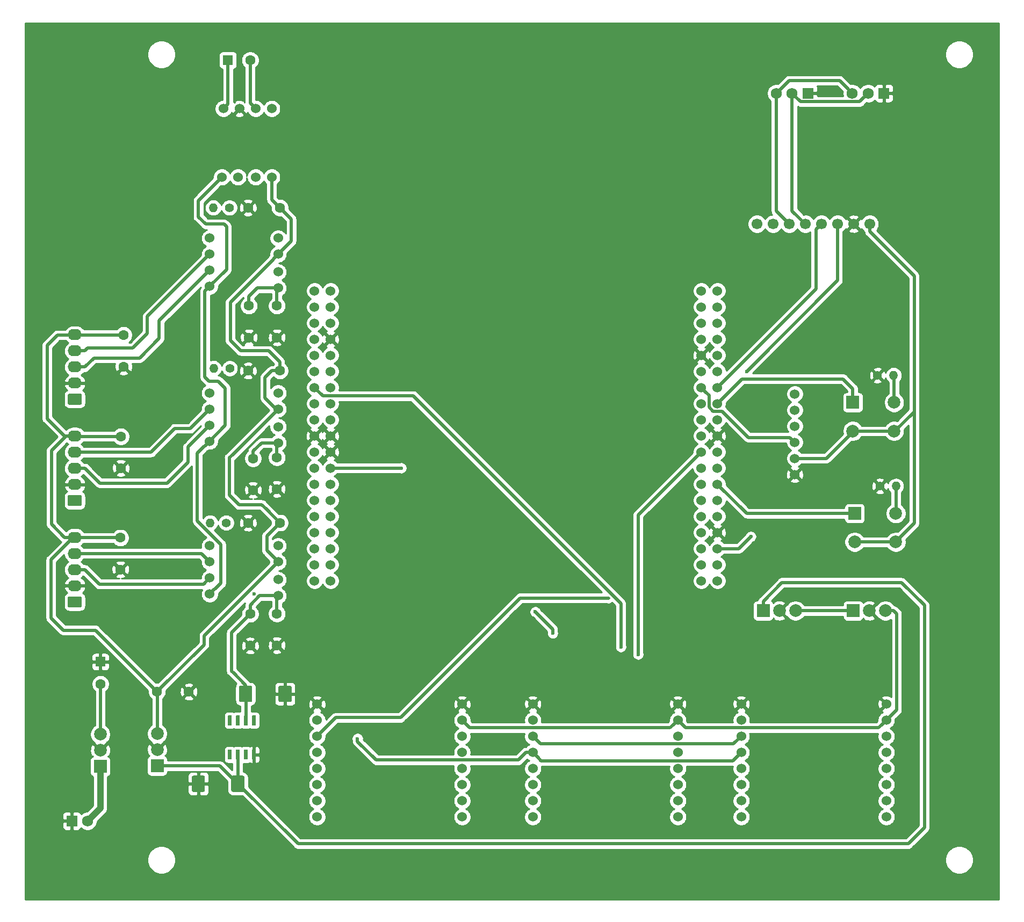
<source format=gbr>
G04 #@! TF.GenerationSoftware,KiCad,Pcbnew,(5.1.2)-2*
G04 #@! TF.CreationDate,2022-11-30T20:04:11+09:00*
G04 #@! TF.ProjectId,MCU_MotherBoard,4d43555f-4d6f-4746-9865-72426f617264,rev?*
G04 #@! TF.SameCoordinates,Original*
G04 #@! TF.FileFunction,Copper,L1,Top*
G04 #@! TF.FilePolarity,Positive*
%FSLAX46Y46*%
G04 Gerber Fmt 4.6, Leading zero omitted, Abs format (unit mm)*
G04 Created by KiCad (PCBNEW (5.1.2)-2) date 2022-11-30 20:04:11*
%MOMM*%
%LPD*%
G04 APERTURE LIST*
%ADD10C,1.524000*%
%ADD11R,2.000000X2.000000*%
%ADD12C,2.000000*%
%ADD13C,0.100000*%
%ADD14C,2.075000*%
%ADD15C,1.600000*%
%ADD16R,1.600000X1.600000*%
%ADD17C,1.750000*%
%ADD18R,1.750000X1.750000*%
%ADD19O,2.200000X1.740000*%
%ADD20C,1.740000*%
%ADD21C,1.400000*%
%ADD22O,1.400000X1.400000*%
%ADD23C,0.600000*%
%ADD24C,1.700000*%
%ADD25C,0.500000*%
%ADD26C,1.000000*%
%ADD27C,0.254000*%
G04 APERTURE END LIST*
D10*
X130810000Y-99517200D03*
X130810000Y-86817200D03*
X133350000Y-99517200D03*
X130810000Y-84277200D03*
X133350000Y-89357200D03*
X133350000Y-84277200D03*
X133350000Y-86817200D03*
X130810000Y-89357200D03*
X133350000Y-96977200D03*
X133350000Y-107137200D03*
X133350000Y-102057200D03*
X130810000Y-107137200D03*
X133350000Y-104597200D03*
X130810000Y-91897200D03*
X130810000Y-102057200D03*
X133350000Y-94437200D03*
X130810000Y-96977200D03*
X133350000Y-91897200D03*
X130810000Y-94437200D03*
X130810000Y-104597200D03*
X130810000Y-79197200D03*
X133350000Y-81737200D03*
X130810000Y-76657200D03*
X130810000Y-81737200D03*
X133350000Y-79197200D03*
X133350000Y-76657200D03*
X130810000Y-69037200D03*
X130810000Y-71577200D03*
X130810000Y-74117200D03*
X133350000Y-74117200D03*
X133350000Y-71577200D03*
X130810000Y-63957200D03*
X130810000Y-61417200D03*
X133350000Y-63957200D03*
X133350000Y-69037200D03*
X130810000Y-66497200D03*
X133350000Y-61417200D03*
X133350000Y-66497200D03*
X72390000Y-66497200D03*
X72390000Y-61417200D03*
X69850000Y-66497200D03*
X72390000Y-63957200D03*
X69850000Y-61417200D03*
X69850000Y-63957200D03*
X72390000Y-74117200D03*
X72390000Y-69037200D03*
X69850000Y-74117200D03*
X72390000Y-71577200D03*
X69850000Y-69037200D03*
X69850000Y-71577200D03*
X72390000Y-81737200D03*
X72390000Y-76657200D03*
X69850000Y-81737200D03*
X72390000Y-79197200D03*
X69850000Y-76657200D03*
X69850000Y-79197200D03*
X69850000Y-102057200D03*
X72390000Y-104597200D03*
X72390000Y-102057200D03*
X69850000Y-104597200D03*
X69850000Y-107137200D03*
X72390000Y-107137200D03*
X69850000Y-94437200D03*
X72390000Y-96977200D03*
X72390000Y-94437200D03*
X69850000Y-96977200D03*
X69850000Y-99517200D03*
X72390000Y-99517200D03*
X69850000Y-91897200D03*
X72390000Y-91897200D03*
X69850000Y-89357200D03*
X72390000Y-89357200D03*
X69850000Y-86817200D03*
X72390000Y-86817200D03*
X72390000Y-84277200D03*
X69850000Y-84277200D03*
D11*
X36093400Y-136423400D03*
D12*
X36093400Y-133883400D03*
X36093400Y-131343400D03*
D13*
G36*
X59802504Y-123694204D02*
G01*
X59826773Y-123697804D01*
X59850571Y-123703765D01*
X59873671Y-123712030D01*
X59895849Y-123722520D01*
X59916893Y-123735133D01*
X59936598Y-123749747D01*
X59954777Y-123766223D01*
X59971253Y-123784402D01*
X59985867Y-123804107D01*
X59998480Y-123825151D01*
X60008970Y-123847329D01*
X60017235Y-123870429D01*
X60023196Y-123894227D01*
X60026796Y-123918496D01*
X60028000Y-123943000D01*
X60028000Y-125993000D01*
X60026796Y-126017504D01*
X60023196Y-126041773D01*
X60017235Y-126065571D01*
X60008970Y-126088671D01*
X59998480Y-126110849D01*
X59985867Y-126131893D01*
X59971253Y-126151598D01*
X59954777Y-126169777D01*
X59936598Y-126186253D01*
X59916893Y-126200867D01*
X59895849Y-126213480D01*
X59873671Y-126223970D01*
X59850571Y-126232235D01*
X59826773Y-126238196D01*
X59802504Y-126241796D01*
X59778000Y-126243000D01*
X58203000Y-126243000D01*
X58178496Y-126241796D01*
X58154227Y-126238196D01*
X58130429Y-126232235D01*
X58107329Y-126223970D01*
X58085151Y-126213480D01*
X58064107Y-126200867D01*
X58044402Y-126186253D01*
X58026223Y-126169777D01*
X58009747Y-126151598D01*
X57995133Y-126131893D01*
X57982520Y-126110849D01*
X57972030Y-126088671D01*
X57963765Y-126065571D01*
X57957804Y-126041773D01*
X57954204Y-126017504D01*
X57953000Y-125993000D01*
X57953000Y-123943000D01*
X57954204Y-123918496D01*
X57957804Y-123894227D01*
X57963765Y-123870429D01*
X57972030Y-123847329D01*
X57982520Y-123825151D01*
X57995133Y-123804107D01*
X58009747Y-123784402D01*
X58026223Y-123766223D01*
X58044402Y-123749747D01*
X58064107Y-123735133D01*
X58085151Y-123722520D01*
X58107329Y-123712030D01*
X58130429Y-123703765D01*
X58154227Y-123697804D01*
X58178496Y-123694204D01*
X58203000Y-123693000D01*
X59778000Y-123693000D01*
X59802504Y-123694204D01*
X59802504Y-123694204D01*
G37*
D14*
X58990500Y-124968000D03*
D13*
G36*
X66027504Y-123694204D02*
G01*
X66051773Y-123697804D01*
X66075571Y-123703765D01*
X66098671Y-123712030D01*
X66120849Y-123722520D01*
X66141893Y-123735133D01*
X66161598Y-123749747D01*
X66179777Y-123766223D01*
X66196253Y-123784402D01*
X66210867Y-123804107D01*
X66223480Y-123825151D01*
X66233970Y-123847329D01*
X66242235Y-123870429D01*
X66248196Y-123894227D01*
X66251796Y-123918496D01*
X66253000Y-123943000D01*
X66253000Y-125993000D01*
X66251796Y-126017504D01*
X66248196Y-126041773D01*
X66242235Y-126065571D01*
X66233970Y-126088671D01*
X66223480Y-126110849D01*
X66210867Y-126131893D01*
X66196253Y-126151598D01*
X66179777Y-126169777D01*
X66161598Y-126186253D01*
X66141893Y-126200867D01*
X66120849Y-126213480D01*
X66098671Y-126223970D01*
X66075571Y-126232235D01*
X66051773Y-126238196D01*
X66027504Y-126241796D01*
X66003000Y-126243000D01*
X64428000Y-126243000D01*
X64403496Y-126241796D01*
X64379227Y-126238196D01*
X64355429Y-126232235D01*
X64332329Y-126223970D01*
X64310151Y-126213480D01*
X64289107Y-126200867D01*
X64269402Y-126186253D01*
X64251223Y-126169777D01*
X64234747Y-126151598D01*
X64220133Y-126131893D01*
X64207520Y-126110849D01*
X64197030Y-126088671D01*
X64188765Y-126065571D01*
X64182804Y-126041773D01*
X64179204Y-126017504D01*
X64178000Y-125993000D01*
X64178000Y-123943000D01*
X64179204Y-123918496D01*
X64182804Y-123894227D01*
X64188765Y-123870429D01*
X64197030Y-123847329D01*
X64207520Y-123825151D01*
X64220133Y-123804107D01*
X64234747Y-123784402D01*
X64251223Y-123766223D01*
X64269402Y-123749747D01*
X64289107Y-123735133D01*
X64310151Y-123722520D01*
X64332329Y-123712030D01*
X64355429Y-123703765D01*
X64379227Y-123697804D01*
X64403496Y-123694204D01*
X64428000Y-123693000D01*
X66003000Y-123693000D01*
X66027504Y-123694204D01*
X66027504Y-123694204D01*
G37*
D14*
X65215500Y-124968000D03*
D13*
G36*
X58585304Y-137867404D02*
G01*
X58609573Y-137871004D01*
X58633371Y-137876965D01*
X58656471Y-137885230D01*
X58678649Y-137895720D01*
X58699693Y-137908333D01*
X58719398Y-137922947D01*
X58737577Y-137939423D01*
X58754053Y-137957602D01*
X58768667Y-137977307D01*
X58781280Y-137998351D01*
X58791770Y-138020529D01*
X58800035Y-138043629D01*
X58805996Y-138067427D01*
X58809596Y-138091696D01*
X58810800Y-138116200D01*
X58810800Y-140166200D01*
X58809596Y-140190704D01*
X58805996Y-140214973D01*
X58800035Y-140238771D01*
X58791770Y-140261871D01*
X58781280Y-140284049D01*
X58768667Y-140305093D01*
X58754053Y-140324798D01*
X58737577Y-140342977D01*
X58719398Y-140359453D01*
X58699693Y-140374067D01*
X58678649Y-140386680D01*
X58656471Y-140397170D01*
X58633371Y-140405435D01*
X58609573Y-140411396D01*
X58585304Y-140414996D01*
X58560800Y-140416200D01*
X56985800Y-140416200D01*
X56961296Y-140414996D01*
X56937027Y-140411396D01*
X56913229Y-140405435D01*
X56890129Y-140397170D01*
X56867951Y-140386680D01*
X56846907Y-140374067D01*
X56827202Y-140359453D01*
X56809023Y-140342977D01*
X56792547Y-140324798D01*
X56777933Y-140305093D01*
X56765320Y-140284049D01*
X56754830Y-140261871D01*
X56746565Y-140238771D01*
X56740604Y-140214973D01*
X56737004Y-140190704D01*
X56735800Y-140166200D01*
X56735800Y-138116200D01*
X56737004Y-138091696D01*
X56740604Y-138067427D01*
X56746565Y-138043629D01*
X56754830Y-138020529D01*
X56765320Y-137998351D01*
X56777933Y-137977307D01*
X56792547Y-137957602D01*
X56809023Y-137939423D01*
X56827202Y-137922947D01*
X56846907Y-137908333D01*
X56867951Y-137895720D01*
X56890129Y-137885230D01*
X56913229Y-137876965D01*
X56937027Y-137871004D01*
X56961296Y-137867404D01*
X56985800Y-137866200D01*
X58560800Y-137866200D01*
X58585304Y-137867404D01*
X58585304Y-137867404D01*
G37*
D14*
X57773300Y-139141200D03*
D13*
G36*
X52360304Y-137867404D02*
G01*
X52384573Y-137871004D01*
X52408371Y-137876965D01*
X52431471Y-137885230D01*
X52453649Y-137895720D01*
X52474693Y-137908333D01*
X52494398Y-137922947D01*
X52512577Y-137939423D01*
X52529053Y-137957602D01*
X52543667Y-137977307D01*
X52556280Y-137998351D01*
X52566770Y-138020529D01*
X52575035Y-138043629D01*
X52580996Y-138067427D01*
X52584596Y-138091696D01*
X52585800Y-138116200D01*
X52585800Y-140166200D01*
X52584596Y-140190704D01*
X52580996Y-140214973D01*
X52575035Y-140238771D01*
X52566770Y-140261871D01*
X52556280Y-140284049D01*
X52543667Y-140305093D01*
X52529053Y-140324798D01*
X52512577Y-140342977D01*
X52494398Y-140359453D01*
X52474693Y-140374067D01*
X52453649Y-140386680D01*
X52431471Y-140397170D01*
X52408371Y-140405435D01*
X52384573Y-140411396D01*
X52360304Y-140414996D01*
X52335800Y-140416200D01*
X50760800Y-140416200D01*
X50736296Y-140414996D01*
X50712027Y-140411396D01*
X50688229Y-140405435D01*
X50665129Y-140397170D01*
X50642951Y-140386680D01*
X50621907Y-140374067D01*
X50602202Y-140359453D01*
X50584023Y-140342977D01*
X50567547Y-140324798D01*
X50552933Y-140305093D01*
X50540320Y-140284049D01*
X50529830Y-140261871D01*
X50521565Y-140238771D01*
X50515604Y-140214973D01*
X50512004Y-140190704D01*
X50510800Y-140166200D01*
X50510800Y-138116200D01*
X50512004Y-138091696D01*
X50515604Y-138067427D01*
X50521565Y-138043629D01*
X50529830Y-138020529D01*
X50540320Y-137998351D01*
X50552933Y-137977307D01*
X50567547Y-137957602D01*
X50584023Y-137939423D01*
X50602202Y-137922947D01*
X50621907Y-137908333D01*
X50642951Y-137895720D01*
X50665129Y-137885230D01*
X50688229Y-137876965D01*
X50712027Y-137871004D01*
X50736296Y-137867404D01*
X50760800Y-137866200D01*
X52335800Y-137866200D01*
X52360304Y-137867404D01*
X52360304Y-137867404D01*
G37*
D14*
X51548300Y-139141200D03*
D15*
X36118800Y-123413400D03*
D16*
X36118800Y-119913400D03*
D15*
X50038000Y-124637800D03*
X45038000Y-124637800D03*
X59710200Y-25044400D03*
D16*
X56210200Y-25044400D03*
D15*
X59376500Y-48310800D03*
X64376500Y-48310800D03*
X63926500Y-68783200D03*
X63926500Y-63783200D03*
X59512200Y-63783200D03*
X59512200Y-68783200D03*
X39268400Y-100359200D03*
X39268400Y-105359200D03*
X59376500Y-97993200D03*
X64376500Y-97993200D03*
X59715400Y-117373400D03*
X59715400Y-112373400D03*
X63926500Y-112322600D03*
X63926500Y-117322600D03*
X59376500Y-74015600D03*
X64376500Y-74015600D03*
X60172600Y-92837000D03*
X60172600Y-87837000D03*
X63926500Y-87684600D03*
X63926500Y-92684600D03*
X39344600Y-84382600D03*
X39344600Y-89382600D03*
X39776400Y-68380600D03*
X39776400Y-73380600D03*
D17*
X142624800Y-30276800D03*
X145124800Y-30276800D03*
D18*
X147624800Y-30276800D03*
X159588800Y-30276800D03*
D17*
X157088800Y-30276800D03*
X154588800Y-30276800D03*
D18*
X31597600Y-145008600D03*
D17*
X34097600Y-145008600D03*
D19*
X32067600Y-68351400D03*
X32067600Y-70891400D03*
X32067600Y-73431400D03*
X32067600Y-75971400D03*
D13*
G36*
X32942105Y-77642604D02*
G01*
X32966373Y-77646204D01*
X32990172Y-77652165D01*
X33013271Y-77660430D01*
X33035450Y-77670920D01*
X33056493Y-77683532D01*
X33076199Y-77698147D01*
X33094377Y-77714623D01*
X33110853Y-77732801D01*
X33125468Y-77752507D01*
X33138080Y-77773550D01*
X33148570Y-77795729D01*
X33156835Y-77818828D01*
X33162796Y-77842627D01*
X33166396Y-77866895D01*
X33167600Y-77891399D01*
X33167600Y-79131401D01*
X33166396Y-79155905D01*
X33162796Y-79180173D01*
X33156835Y-79203972D01*
X33148570Y-79227071D01*
X33138080Y-79249250D01*
X33125468Y-79270293D01*
X33110853Y-79289999D01*
X33094377Y-79308177D01*
X33076199Y-79324653D01*
X33056493Y-79339268D01*
X33035450Y-79351880D01*
X33013271Y-79362370D01*
X32990172Y-79370635D01*
X32966373Y-79376596D01*
X32942105Y-79380196D01*
X32917601Y-79381400D01*
X31217599Y-79381400D01*
X31193095Y-79380196D01*
X31168827Y-79376596D01*
X31145028Y-79370635D01*
X31121929Y-79362370D01*
X31099750Y-79351880D01*
X31078707Y-79339268D01*
X31059001Y-79324653D01*
X31040823Y-79308177D01*
X31024347Y-79289999D01*
X31009732Y-79270293D01*
X30997120Y-79249250D01*
X30986630Y-79227071D01*
X30978365Y-79203972D01*
X30972404Y-79180173D01*
X30968804Y-79155905D01*
X30967600Y-79131401D01*
X30967600Y-77891399D01*
X30968804Y-77866895D01*
X30972404Y-77842627D01*
X30978365Y-77818828D01*
X30986630Y-77795729D01*
X30997120Y-77773550D01*
X31009732Y-77752507D01*
X31024347Y-77732801D01*
X31040823Y-77714623D01*
X31059001Y-77698147D01*
X31078707Y-77683532D01*
X31099750Y-77670920D01*
X31121929Y-77660430D01*
X31145028Y-77652165D01*
X31168827Y-77646204D01*
X31193095Y-77642604D01*
X31217599Y-77641400D01*
X32917601Y-77641400D01*
X32942105Y-77642604D01*
X32942105Y-77642604D01*
G37*
D20*
X32067600Y-78511400D03*
D13*
G36*
X32942105Y-93619204D02*
G01*
X32966373Y-93622804D01*
X32990172Y-93628765D01*
X33013271Y-93637030D01*
X33035450Y-93647520D01*
X33056493Y-93660132D01*
X33076199Y-93674747D01*
X33094377Y-93691223D01*
X33110853Y-93709401D01*
X33125468Y-93729107D01*
X33138080Y-93750150D01*
X33148570Y-93772329D01*
X33156835Y-93795428D01*
X33162796Y-93819227D01*
X33166396Y-93843495D01*
X33167600Y-93867999D01*
X33167600Y-95108001D01*
X33166396Y-95132505D01*
X33162796Y-95156773D01*
X33156835Y-95180572D01*
X33148570Y-95203671D01*
X33138080Y-95225850D01*
X33125468Y-95246893D01*
X33110853Y-95266599D01*
X33094377Y-95284777D01*
X33076199Y-95301253D01*
X33056493Y-95315868D01*
X33035450Y-95328480D01*
X33013271Y-95338970D01*
X32990172Y-95347235D01*
X32966373Y-95353196D01*
X32942105Y-95356796D01*
X32917601Y-95358000D01*
X31217599Y-95358000D01*
X31193095Y-95356796D01*
X31168827Y-95353196D01*
X31145028Y-95347235D01*
X31121929Y-95338970D01*
X31099750Y-95328480D01*
X31078707Y-95315868D01*
X31059001Y-95301253D01*
X31040823Y-95284777D01*
X31024347Y-95266599D01*
X31009732Y-95246893D01*
X30997120Y-95225850D01*
X30986630Y-95203671D01*
X30978365Y-95180572D01*
X30972404Y-95156773D01*
X30968804Y-95132505D01*
X30967600Y-95108001D01*
X30967600Y-93867999D01*
X30968804Y-93843495D01*
X30972404Y-93819227D01*
X30978365Y-93795428D01*
X30986630Y-93772329D01*
X30997120Y-93750150D01*
X31009732Y-93729107D01*
X31024347Y-93709401D01*
X31040823Y-93691223D01*
X31059001Y-93674747D01*
X31078707Y-93660132D01*
X31099750Y-93647520D01*
X31121929Y-93637030D01*
X31145028Y-93628765D01*
X31168827Y-93622804D01*
X31193095Y-93619204D01*
X31217599Y-93618000D01*
X32917601Y-93618000D01*
X32942105Y-93619204D01*
X32942105Y-93619204D01*
G37*
D20*
X32067600Y-94488000D03*
D19*
X32067600Y-91948000D03*
X32067600Y-89408000D03*
X32067600Y-86868000D03*
X32067600Y-84328000D03*
D13*
G36*
X32942105Y-109595804D02*
G01*
X32966373Y-109599404D01*
X32990172Y-109605365D01*
X33013271Y-109613630D01*
X33035450Y-109624120D01*
X33056493Y-109636732D01*
X33076199Y-109651347D01*
X33094377Y-109667823D01*
X33110853Y-109686001D01*
X33125468Y-109705707D01*
X33138080Y-109726750D01*
X33148570Y-109748929D01*
X33156835Y-109772028D01*
X33162796Y-109795827D01*
X33166396Y-109820095D01*
X33167600Y-109844599D01*
X33167600Y-111084601D01*
X33166396Y-111109105D01*
X33162796Y-111133373D01*
X33156835Y-111157172D01*
X33148570Y-111180271D01*
X33138080Y-111202450D01*
X33125468Y-111223493D01*
X33110853Y-111243199D01*
X33094377Y-111261377D01*
X33076199Y-111277853D01*
X33056493Y-111292468D01*
X33035450Y-111305080D01*
X33013271Y-111315570D01*
X32990172Y-111323835D01*
X32966373Y-111329796D01*
X32942105Y-111333396D01*
X32917601Y-111334600D01*
X31217599Y-111334600D01*
X31193095Y-111333396D01*
X31168827Y-111329796D01*
X31145028Y-111323835D01*
X31121929Y-111315570D01*
X31099750Y-111305080D01*
X31078707Y-111292468D01*
X31059001Y-111277853D01*
X31040823Y-111261377D01*
X31024347Y-111243199D01*
X31009732Y-111223493D01*
X30997120Y-111202450D01*
X30986630Y-111180271D01*
X30978365Y-111157172D01*
X30972404Y-111133373D01*
X30968804Y-111109105D01*
X30967600Y-111084601D01*
X30967600Y-109844599D01*
X30968804Y-109820095D01*
X30972404Y-109795827D01*
X30978365Y-109772028D01*
X30986630Y-109748929D01*
X30997120Y-109726750D01*
X31009732Y-109705707D01*
X31024347Y-109686001D01*
X31040823Y-109667823D01*
X31059001Y-109651347D01*
X31078707Y-109636732D01*
X31099750Y-109624120D01*
X31121929Y-109613630D01*
X31145028Y-109605365D01*
X31168827Y-109599404D01*
X31193095Y-109595804D01*
X31217599Y-109594600D01*
X32917601Y-109594600D01*
X32942105Y-109595804D01*
X32942105Y-109595804D01*
G37*
D20*
X32067600Y-110464600D03*
D19*
X32067600Y-107924600D03*
X32067600Y-105384600D03*
X32067600Y-102844600D03*
X32067600Y-100304600D03*
D21*
X158584900Y-74742040D03*
D22*
X161124900Y-74742040D03*
X161480500Y-92212160D03*
D21*
X158940500Y-92212160D03*
D22*
X53898800Y-48310800D03*
D21*
X56438800Y-48310800D03*
X55930800Y-97993200D03*
D22*
X53390800Y-97993200D03*
D21*
X56489600Y-73634600D03*
D22*
X53949600Y-73634600D03*
D11*
X154686000Y-79015200D03*
D12*
X161186000Y-79015200D03*
X154686000Y-83515200D03*
X161186000Y-83515200D03*
X161467800Y-101020000D03*
X154967800Y-101020000D03*
X161467800Y-96520000D03*
D11*
X154967800Y-96520000D03*
D12*
X159828800Y-111861600D03*
X157288800Y-111861600D03*
D11*
X154748800Y-111861600D03*
D13*
G36*
X56770081Y-133776640D02*
G01*
X56774915Y-133777357D01*
X56779656Y-133778544D01*
X56784258Y-133780191D01*
X56788676Y-133782280D01*
X56792867Y-133784793D01*
X56796793Y-133787704D01*
X56800414Y-133790986D01*
X56803696Y-133794607D01*
X56806607Y-133798533D01*
X56809120Y-133802724D01*
X56811209Y-133807142D01*
X56812856Y-133811744D01*
X56814043Y-133816485D01*
X56814760Y-133821319D01*
X56815000Y-133826200D01*
X56815000Y-135276600D01*
X56814760Y-135281481D01*
X56814043Y-135286315D01*
X56812856Y-135291056D01*
X56811209Y-135295658D01*
X56809120Y-135300076D01*
X56806607Y-135304267D01*
X56803696Y-135308193D01*
X56800414Y-135311814D01*
X56796793Y-135315096D01*
X56792867Y-135318007D01*
X56788676Y-135320520D01*
X56784258Y-135322609D01*
X56779656Y-135324256D01*
X56774915Y-135325443D01*
X56770081Y-135326160D01*
X56765200Y-135326400D01*
X56264800Y-135326400D01*
X56259919Y-135326160D01*
X56255085Y-135325443D01*
X56250344Y-135324256D01*
X56245742Y-135322609D01*
X56241324Y-135320520D01*
X56237133Y-135318007D01*
X56233207Y-135315096D01*
X56229586Y-135311814D01*
X56226304Y-135308193D01*
X56223393Y-135304267D01*
X56220880Y-135300076D01*
X56218791Y-135295658D01*
X56217144Y-135291056D01*
X56215957Y-135286315D01*
X56215240Y-135281481D01*
X56215000Y-135276600D01*
X56215000Y-133826200D01*
X56215240Y-133821319D01*
X56215957Y-133816485D01*
X56217144Y-133811744D01*
X56218791Y-133807142D01*
X56220880Y-133802724D01*
X56223393Y-133798533D01*
X56226304Y-133794607D01*
X56229586Y-133790986D01*
X56233207Y-133787704D01*
X56237133Y-133784793D01*
X56241324Y-133782280D01*
X56245742Y-133780191D01*
X56250344Y-133778544D01*
X56255085Y-133777357D01*
X56259919Y-133776640D01*
X56264800Y-133776400D01*
X56765200Y-133776400D01*
X56770081Y-133776640D01*
X56770081Y-133776640D01*
G37*
D23*
X56515000Y-134551400D03*
D13*
G36*
X58040081Y-133776640D02*
G01*
X58044915Y-133777357D01*
X58049656Y-133778544D01*
X58054258Y-133780191D01*
X58058676Y-133782280D01*
X58062867Y-133784793D01*
X58066793Y-133787704D01*
X58070414Y-133790986D01*
X58073696Y-133794607D01*
X58076607Y-133798533D01*
X58079120Y-133802724D01*
X58081209Y-133807142D01*
X58082856Y-133811744D01*
X58084043Y-133816485D01*
X58084760Y-133821319D01*
X58085000Y-133826200D01*
X58085000Y-135276600D01*
X58084760Y-135281481D01*
X58084043Y-135286315D01*
X58082856Y-135291056D01*
X58081209Y-135295658D01*
X58079120Y-135300076D01*
X58076607Y-135304267D01*
X58073696Y-135308193D01*
X58070414Y-135311814D01*
X58066793Y-135315096D01*
X58062867Y-135318007D01*
X58058676Y-135320520D01*
X58054258Y-135322609D01*
X58049656Y-135324256D01*
X58044915Y-135325443D01*
X58040081Y-135326160D01*
X58035200Y-135326400D01*
X57534800Y-135326400D01*
X57529919Y-135326160D01*
X57525085Y-135325443D01*
X57520344Y-135324256D01*
X57515742Y-135322609D01*
X57511324Y-135320520D01*
X57507133Y-135318007D01*
X57503207Y-135315096D01*
X57499586Y-135311814D01*
X57496304Y-135308193D01*
X57493393Y-135304267D01*
X57490880Y-135300076D01*
X57488791Y-135295658D01*
X57487144Y-135291056D01*
X57485957Y-135286315D01*
X57485240Y-135281481D01*
X57485000Y-135276600D01*
X57485000Y-133826200D01*
X57485240Y-133821319D01*
X57485957Y-133816485D01*
X57487144Y-133811744D01*
X57488791Y-133807142D01*
X57490880Y-133802724D01*
X57493393Y-133798533D01*
X57496304Y-133794607D01*
X57499586Y-133790986D01*
X57503207Y-133787704D01*
X57507133Y-133784793D01*
X57511324Y-133782280D01*
X57515742Y-133780191D01*
X57520344Y-133778544D01*
X57525085Y-133777357D01*
X57529919Y-133776640D01*
X57534800Y-133776400D01*
X58035200Y-133776400D01*
X58040081Y-133776640D01*
X58040081Y-133776640D01*
G37*
D23*
X57785000Y-134551400D03*
D13*
G36*
X59310081Y-133776640D02*
G01*
X59314915Y-133777357D01*
X59319656Y-133778544D01*
X59324258Y-133780191D01*
X59328676Y-133782280D01*
X59332867Y-133784793D01*
X59336793Y-133787704D01*
X59340414Y-133790986D01*
X59343696Y-133794607D01*
X59346607Y-133798533D01*
X59349120Y-133802724D01*
X59351209Y-133807142D01*
X59352856Y-133811744D01*
X59354043Y-133816485D01*
X59354760Y-133821319D01*
X59355000Y-133826200D01*
X59355000Y-135276600D01*
X59354760Y-135281481D01*
X59354043Y-135286315D01*
X59352856Y-135291056D01*
X59351209Y-135295658D01*
X59349120Y-135300076D01*
X59346607Y-135304267D01*
X59343696Y-135308193D01*
X59340414Y-135311814D01*
X59336793Y-135315096D01*
X59332867Y-135318007D01*
X59328676Y-135320520D01*
X59324258Y-135322609D01*
X59319656Y-135324256D01*
X59314915Y-135325443D01*
X59310081Y-135326160D01*
X59305200Y-135326400D01*
X58804800Y-135326400D01*
X58799919Y-135326160D01*
X58795085Y-135325443D01*
X58790344Y-135324256D01*
X58785742Y-135322609D01*
X58781324Y-135320520D01*
X58777133Y-135318007D01*
X58773207Y-135315096D01*
X58769586Y-135311814D01*
X58766304Y-135308193D01*
X58763393Y-135304267D01*
X58760880Y-135300076D01*
X58758791Y-135295658D01*
X58757144Y-135291056D01*
X58755957Y-135286315D01*
X58755240Y-135281481D01*
X58755000Y-135276600D01*
X58755000Y-133826200D01*
X58755240Y-133821319D01*
X58755957Y-133816485D01*
X58757144Y-133811744D01*
X58758791Y-133807142D01*
X58760880Y-133802724D01*
X58763393Y-133798533D01*
X58766304Y-133794607D01*
X58769586Y-133790986D01*
X58773207Y-133787704D01*
X58777133Y-133784793D01*
X58781324Y-133782280D01*
X58785742Y-133780191D01*
X58790344Y-133778544D01*
X58795085Y-133777357D01*
X58799919Y-133776640D01*
X58804800Y-133776400D01*
X59305200Y-133776400D01*
X59310081Y-133776640D01*
X59310081Y-133776640D01*
G37*
D23*
X59055000Y-134551400D03*
D13*
G36*
X60580081Y-133776640D02*
G01*
X60584915Y-133777357D01*
X60589656Y-133778544D01*
X60594258Y-133780191D01*
X60598676Y-133782280D01*
X60602867Y-133784793D01*
X60606793Y-133787704D01*
X60610414Y-133790986D01*
X60613696Y-133794607D01*
X60616607Y-133798533D01*
X60619120Y-133802724D01*
X60621209Y-133807142D01*
X60622856Y-133811744D01*
X60624043Y-133816485D01*
X60624760Y-133821319D01*
X60625000Y-133826200D01*
X60625000Y-135276600D01*
X60624760Y-135281481D01*
X60624043Y-135286315D01*
X60622856Y-135291056D01*
X60621209Y-135295658D01*
X60619120Y-135300076D01*
X60616607Y-135304267D01*
X60613696Y-135308193D01*
X60610414Y-135311814D01*
X60606793Y-135315096D01*
X60602867Y-135318007D01*
X60598676Y-135320520D01*
X60594258Y-135322609D01*
X60589656Y-135324256D01*
X60584915Y-135325443D01*
X60580081Y-135326160D01*
X60575200Y-135326400D01*
X60074800Y-135326400D01*
X60069919Y-135326160D01*
X60065085Y-135325443D01*
X60060344Y-135324256D01*
X60055742Y-135322609D01*
X60051324Y-135320520D01*
X60047133Y-135318007D01*
X60043207Y-135315096D01*
X60039586Y-135311814D01*
X60036304Y-135308193D01*
X60033393Y-135304267D01*
X60030880Y-135300076D01*
X60028791Y-135295658D01*
X60027144Y-135291056D01*
X60025957Y-135286315D01*
X60025240Y-135281481D01*
X60025000Y-135276600D01*
X60025000Y-133826200D01*
X60025240Y-133821319D01*
X60025957Y-133816485D01*
X60027144Y-133811744D01*
X60028791Y-133807142D01*
X60030880Y-133802724D01*
X60033393Y-133798533D01*
X60036304Y-133794607D01*
X60039586Y-133790986D01*
X60043207Y-133787704D01*
X60047133Y-133784793D01*
X60051324Y-133782280D01*
X60055742Y-133780191D01*
X60060344Y-133778544D01*
X60065085Y-133777357D01*
X60069919Y-133776640D01*
X60074800Y-133776400D01*
X60575200Y-133776400D01*
X60580081Y-133776640D01*
X60580081Y-133776640D01*
G37*
D23*
X60325000Y-134551400D03*
D13*
G36*
X56770081Y-128376640D02*
G01*
X56774915Y-128377357D01*
X56779656Y-128378544D01*
X56784258Y-128380191D01*
X56788676Y-128382280D01*
X56792867Y-128384793D01*
X56796793Y-128387704D01*
X56800414Y-128390986D01*
X56803696Y-128394607D01*
X56806607Y-128398533D01*
X56809120Y-128402724D01*
X56811209Y-128407142D01*
X56812856Y-128411744D01*
X56814043Y-128416485D01*
X56814760Y-128421319D01*
X56815000Y-128426200D01*
X56815000Y-129876600D01*
X56814760Y-129881481D01*
X56814043Y-129886315D01*
X56812856Y-129891056D01*
X56811209Y-129895658D01*
X56809120Y-129900076D01*
X56806607Y-129904267D01*
X56803696Y-129908193D01*
X56800414Y-129911814D01*
X56796793Y-129915096D01*
X56792867Y-129918007D01*
X56788676Y-129920520D01*
X56784258Y-129922609D01*
X56779656Y-129924256D01*
X56774915Y-129925443D01*
X56770081Y-129926160D01*
X56765200Y-129926400D01*
X56264800Y-129926400D01*
X56259919Y-129926160D01*
X56255085Y-129925443D01*
X56250344Y-129924256D01*
X56245742Y-129922609D01*
X56241324Y-129920520D01*
X56237133Y-129918007D01*
X56233207Y-129915096D01*
X56229586Y-129911814D01*
X56226304Y-129908193D01*
X56223393Y-129904267D01*
X56220880Y-129900076D01*
X56218791Y-129895658D01*
X56217144Y-129891056D01*
X56215957Y-129886315D01*
X56215240Y-129881481D01*
X56215000Y-129876600D01*
X56215000Y-128426200D01*
X56215240Y-128421319D01*
X56215957Y-128416485D01*
X56217144Y-128411744D01*
X56218791Y-128407142D01*
X56220880Y-128402724D01*
X56223393Y-128398533D01*
X56226304Y-128394607D01*
X56229586Y-128390986D01*
X56233207Y-128387704D01*
X56237133Y-128384793D01*
X56241324Y-128382280D01*
X56245742Y-128380191D01*
X56250344Y-128378544D01*
X56255085Y-128377357D01*
X56259919Y-128376640D01*
X56264800Y-128376400D01*
X56765200Y-128376400D01*
X56770081Y-128376640D01*
X56770081Y-128376640D01*
G37*
D23*
X56515000Y-129151400D03*
D13*
G36*
X58040081Y-128376640D02*
G01*
X58044915Y-128377357D01*
X58049656Y-128378544D01*
X58054258Y-128380191D01*
X58058676Y-128382280D01*
X58062867Y-128384793D01*
X58066793Y-128387704D01*
X58070414Y-128390986D01*
X58073696Y-128394607D01*
X58076607Y-128398533D01*
X58079120Y-128402724D01*
X58081209Y-128407142D01*
X58082856Y-128411744D01*
X58084043Y-128416485D01*
X58084760Y-128421319D01*
X58085000Y-128426200D01*
X58085000Y-129876600D01*
X58084760Y-129881481D01*
X58084043Y-129886315D01*
X58082856Y-129891056D01*
X58081209Y-129895658D01*
X58079120Y-129900076D01*
X58076607Y-129904267D01*
X58073696Y-129908193D01*
X58070414Y-129911814D01*
X58066793Y-129915096D01*
X58062867Y-129918007D01*
X58058676Y-129920520D01*
X58054258Y-129922609D01*
X58049656Y-129924256D01*
X58044915Y-129925443D01*
X58040081Y-129926160D01*
X58035200Y-129926400D01*
X57534800Y-129926400D01*
X57529919Y-129926160D01*
X57525085Y-129925443D01*
X57520344Y-129924256D01*
X57515742Y-129922609D01*
X57511324Y-129920520D01*
X57507133Y-129918007D01*
X57503207Y-129915096D01*
X57499586Y-129911814D01*
X57496304Y-129908193D01*
X57493393Y-129904267D01*
X57490880Y-129900076D01*
X57488791Y-129895658D01*
X57487144Y-129891056D01*
X57485957Y-129886315D01*
X57485240Y-129881481D01*
X57485000Y-129876600D01*
X57485000Y-128426200D01*
X57485240Y-128421319D01*
X57485957Y-128416485D01*
X57487144Y-128411744D01*
X57488791Y-128407142D01*
X57490880Y-128402724D01*
X57493393Y-128398533D01*
X57496304Y-128394607D01*
X57499586Y-128390986D01*
X57503207Y-128387704D01*
X57507133Y-128384793D01*
X57511324Y-128382280D01*
X57515742Y-128380191D01*
X57520344Y-128378544D01*
X57525085Y-128377357D01*
X57529919Y-128376640D01*
X57534800Y-128376400D01*
X58035200Y-128376400D01*
X58040081Y-128376640D01*
X58040081Y-128376640D01*
G37*
D23*
X57785000Y-129151400D03*
D13*
G36*
X59310081Y-128376640D02*
G01*
X59314915Y-128377357D01*
X59319656Y-128378544D01*
X59324258Y-128380191D01*
X59328676Y-128382280D01*
X59332867Y-128384793D01*
X59336793Y-128387704D01*
X59340414Y-128390986D01*
X59343696Y-128394607D01*
X59346607Y-128398533D01*
X59349120Y-128402724D01*
X59351209Y-128407142D01*
X59352856Y-128411744D01*
X59354043Y-128416485D01*
X59354760Y-128421319D01*
X59355000Y-128426200D01*
X59355000Y-129876600D01*
X59354760Y-129881481D01*
X59354043Y-129886315D01*
X59352856Y-129891056D01*
X59351209Y-129895658D01*
X59349120Y-129900076D01*
X59346607Y-129904267D01*
X59343696Y-129908193D01*
X59340414Y-129911814D01*
X59336793Y-129915096D01*
X59332867Y-129918007D01*
X59328676Y-129920520D01*
X59324258Y-129922609D01*
X59319656Y-129924256D01*
X59314915Y-129925443D01*
X59310081Y-129926160D01*
X59305200Y-129926400D01*
X58804800Y-129926400D01*
X58799919Y-129926160D01*
X58795085Y-129925443D01*
X58790344Y-129924256D01*
X58785742Y-129922609D01*
X58781324Y-129920520D01*
X58777133Y-129918007D01*
X58773207Y-129915096D01*
X58769586Y-129911814D01*
X58766304Y-129908193D01*
X58763393Y-129904267D01*
X58760880Y-129900076D01*
X58758791Y-129895658D01*
X58757144Y-129891056D01*
X58755957Y-129886315D01*
X58755240Y-129881481D01*
X58755000Y-129876600D01*
X58755000Y-128426200D01*
X58755240Y-128421319D01*
X58755957Y-128416485D01*
X58757144Y-128411744D01*
X58758791Y-128407142D01*
X58760880Y-128402724D01*
X58763393Y-128398533D01*
X58766304Y-128394607D01*
X58769586Y-128390986D01*
X58773207Y-128387704D01*
X58777133Y-128384793D01*
X58781324Y-128382280D01*
X58785742Y-128380191D01*
X58790344Y-128378544D01*
X58795085Y-128377357D01*
X58799919Y-128376640D01*
X58804800Y-128376400D01*
X59305200Y-128376400D01*
X59310081Y-128376640D01*
X59310081Y-128376640D01*
G37*
D23*
X59055000Y-129151400D03*
D13*
G36*
X60580081Y-128376640D02*
G01*
X60584915Y-128377357D01*
X60589656Y-128378544D01*
X60594258Y-128380191D01*
X60598676Y-128382280D01*
X60602867Y-128384793D01*
X60606793Y-128387704D01*
X60610414Y-128390986D01*
X60613696Y-128394607D01*
X60616607Y-128398533D01*
X60619120Y-128402724D01*
X60621209Y-128407142D01*
X60622856Y-128411744D01*
X60624043Y-128416485D01*
X60624760Y-128421319D01*
X60625000Y-128426200D01*
X60625000Y-129876600D01*
X60624760Y-129881481D01*
X60624043Y-129886315D01*
X60622856Y-129891056D01*
X60621209Y-129895658D01*
X60619120Y-129900076D01*
X60616607Y-129904267D01*
X60613696Y-129908193D01*
X60610414Y-129911814D01*
X60606793Y-129915096D01*
X60602867Y-129918007D01*
X60598676Y-129920520D01*
X60594258Y-129922609D01*
X60589656Y-129924256D01*
X60584915Y-129925443D01*
X60580081Y-129926160D01*
X60575200Y-129926400D01*
X60074800Y-129926400D01*
X60069919Y-129926160D01*
X60065085Y-129925443D01*
X60060344Y-129924256D01*
X60055742Y-129922609D01*
X60051324Y-129920520D01*
X60047133Y-129918007D01*
X60043207Y-129915096D01*
X60039586Y-129911814D01*
X60036304Y-129908193D01*
X60033393Y-129904267D01*
X60030880Y-129900076D01*
X60028791Y-129895658D01*
X60027144Y-129891056D01*
X60025957Y-129886315D01*
X60025240Y-129881481D01*
X60025000Y-129876600D01*
X60025000Y-128426200D01*
X60025240Y-128421319D01*
X60025957Y-128416485D01*
X60027144Y-128411744D01*
X60028791Y-128407142D01*
X60030880Y-128402724D01*
X60033393Y-128398533D01*
X60036304Y-128394607D01*
X60039586Y-128390986D01*
X60043207Y-128387704D01*
X60047133Y-128384793D01*
X60051324Y-128382280D01*
X60055742Y-128380191D01*
X60060344Y-128378544D01*
X60065085Y-128377357D01*
X60069919Y-128376640D01*
X60074800Y-128376400D01*
X60575200Y-128376400D01*
X60580081Y-128376640D01*
X60580081Y-128376640D01*
G37*
D23*
X60325000Y-129151400D03*
D11*
X45059600Y-136321800D03*
D12*
X45059600Y-133781800D03*
X45059600Y-131241800D03*
D10*
X127114300Y-144361200D03*
X127114300Y-141821200D03*
X127114300Y-139281200D03*
X127114300Y-136741200D03*
X127114300Y-134201200D03*
X127114300Y-131661200D03*
X127114300Y-129121200D03*
X127114300Y-126581200D03*
X104254300Y-144361200D03*
X104254300Y-141821200D03*
X104254300Y-139281200D03*
X104254300Y-136741200D03*
X104254300Y-134201200D03*
X104254300Y-131661200D03*
X104254300Y-129121200D03*
X104254300Y-126581200D03*
X137103800Y-126581200D03*
X137103800Y-129121200D03*
X137103800Y-131661200D03*
X137103800Y-134201200D03*
X137103800Y-136741200D03*
X137103800Y-139281200D03*
X137103800Y-141821200D03*
X137103800Y-144361200D03*
X159963800Y-126581200D03*
X159963800Y-129121200D03*
X159963800Y-131661200D03*
X159963800Y-134201200D03*
X159963800Y-136741200D03*
X159963800Y-139281200D03*
X159963800Y-141821200D03*
X159963800Y-144361200D03*
X93116400Y-144361200D03*
X93116400Y-141821200D03*
X93116400Y-139281200D03*
X93116400Y-136741200D03*
X93116400Y-134201200D03*
X93116400Y-131661200D03*
X93116400Y-129121200D03*
X93116400Y-126581200D03*
X70256400Y-144361200D03*
X70256400Y-141821200D03*
X70256400Y-139281200D03*
X70256400Y-136741200D03*
X70256400Y-134201200D03*
X70256400Y-131661200D03*
X70256400Y-129121200D03*
X70256400Y-126581200D03*
X145542000Y-77673200D03*
X145542000Y-80213200D03*
X145542000Y-82753200D03*
X145542000Y-85293200D03*
X145542000Y-87833200D03*
X145542000Y-90373200D03*
D24*
X157353000Y-50876200D03*
X154813000Y-50876200D03*
X152273000Y-50876200D03*
X149733000Y-50876200D03*
X147193000Y-50876200D03*
X144653000Y-50876200D03*
X142113000Y-50876200D03*
X139573000Y-50876200D03*
D12*
X145643600Y-111861600D03*
X143103600Y-111861600D03*
D11*
X140563600Y-111861600D03*
D10*
X63119000Y-32689800D03*
X60579000Y-32689800D03*
X55499000Y-32689800D03*
X55245000Y-43484800D03*
X57785000Y-43484800D03*
X60579000Y-43484800D03*
X63119000Y-43484800D03*
X58039000Y-32689800D03*
X53326500Y-53111400D03*
X53326500Y-55651400D03*
X53326500Y-60731400D03*
X64121500Y-60985400D03*
X64121500Y-58445400D03*
X64121500Y-55651400D03*
X64121500Y-53111400D03*
X53326500Y-58191400D03*
X53326500Y-101625400D03*
X53326500Y-104165400D03*
X53326500Y-109245400D03*
X64121500Y-109499400D03*
X64121500Y-106959400D03*
X64121500Y-104165400D03*
X64121500Y-101625400D03*
X53326500Y-106705400D03*
X53326500Y-82600800D03*
X64121500Y-77520800D03*
X64121500Y-80060800D03*
X64121500Y-82854800D03*
X64121500Y-85394800D03*
X53326500Y-85140800D03*
X53326500Y-80060800D03*
X53326500Y-77520800D03*
D23*
X45720000Y-77470000D03*
X41275000Y-77470000D03*
X49530000Y-72390000D03*
X49530000Y-66675000D03*
X49530000Y-77470000D03*
X36830000Y-77470000D03*
X36830000Y-81280000D03*
X41275000Y-81280000D03*
X45720000Y-81280000D03*
X49530000Y-81280000D03*
X42545000Y-89535000D03*
X47625000Y-85725000D03*
X46355000Y-88265000D03*
X41275000Y-93980000D03*
X45720000Y-93980000D03*
X49530000Y-93980000D03*
X49530000Y-97155000D03*
X45720000Y-97155000D03*
X41275000Y-97155000D03*
X37465000Y-97155000D03*
X37465000Y-93980000D03*
X45720000Y-100330000D03*
X49530000Y-100330000D03*
X53340000Y-88265000D03*
X53340000Y-93980000D03*
X53340000Y-90805000D03*
X43180000Y-105410000D03*
X48260000Y-105410000D03*
X45720000Y-105410000D03*
X50165000Y-105410000D03*
X43180000Y-111760000D03*
X45720000Y-111760000D03*
X48260000Y-111760000D03*
X50165000Y-111760000D03*
X40005000Y-111760000D03*
X36830000Y-111760000D03*
X50165000Y-115570000D03*
X46355000Y-115570000D03*
X43180000Y-115570000D03*
X40005000Y-115570000D03*
X45085000Y-119380000D03*
X45085000Y-117475000D03*
X25400000Y-72390000D03*
X25400000Y-76835000D03*
X25400000Y-84455000D03*
X25400000Y-91440000D03*
X25400000Y-97790000D03*
X25400000Y-102235000D03*
X25400000Y-110490000D03*
X25400000Y-106045000D03*
X25400000Y-115570000D03*
X151130000Y-29845000D03*
X155575000Y-55880000D03*
X155575000Y-59055000D03*
X159385000Y-59055000D03*
X159385000Y-62230000D03*
X162560000Y-62230000D03*
X155575000Y-62230000D03*
X151765000Y-62230000D03*
X148590000Y-66040000D03*
X155575000Y-66040000D03*
X151765000Y-66040000D03*
X159385000Y-66040000D03*
X162560000Y-66040000D03*
X162560000Y-69215000D03*
X159385000Y-69215000D03*
X155575000Y-69215000D03*
X151765000Y-69215000D03*
X148590000Y-69215000D03*
X145415000Y-69215000D03*
X145415000Y-72390000D03*
X142875000Y-72390000D03*
X148590000Y-72390000D03*
X155575000Y-72390000D03*
X151765000Y-72390000D03*
X159385000Y-72390000D03*
X142875000Y-78105000D03*
X139700000Y-78105000D03*
X139700000Y-81280000D03*
X142875000Y-81280000D03*
X148590000Y-78105000D03*
X151765000Y-78105000D03*
X151765000Y-81280000D03*
X148590000Y-81280000D03*
X148590000Y-85090000D03*
X145415000Y-109220000D03*
X151765000Y-109220000D03*
X62230000Y-90170000D03*
X67310000Y-97790000D03*
X61595000Y-97790000D03*
X60325000Y-100330000D03*
X60960000Y-72390000D03*
X59690000Y-66675000D03*
X64135000Y-66675000D03*
X62230000Y-48260000D03*
X59055000Y-45720000D03*
X60960000Y-54610000D03*
X58420000Y-54610000D03*
X58420000Y-57785000D03*
X56515000Y-60325000D03*
X53975000Y-64135000D03*
X53975000Y-67945000D03*
X53975000Y-70485000D03*
X60960000Y-74930000D03*
X60960000Y-79375000D03*
X58420000Y-77470000D03*
X58420000Y-82550000D03*
X56515000Y-85090000D03*
X54610000Y-86995000D03*
X64135000Y-90170000D03*
X60325000Y-90170000D03*
X64135000Y-95250000D03*
X67310000Y-100330000D03*
X67310000Y-103505000D03*
X60325000Y-103505000D03*
X67310000Y-106045000D03*
X57150000Y-107315000D03*
X60325000Y-109220000D03*
X57150000Y-113030000D03*
X55245000Y-115570000D03*
X53340000Y-111760000D03*
X55245000Y-117475000D03*
X55245000Y-119380000D03*
X55245000Y-121920000D03*
X55245000Y-124460000D03*
X55245000Y-126365000D03*
X53340000Y-126365000D03*
X53340000Y-124460000D03*
X53340000Y-121920000D03*
X53340000Y-119380000D03*
X51435000Y-121920000D03*
X51435000Y-126365000D03*
X51435000Y-128905000D03*
X53340000Y-128905000D03*
X53340000Y-132080000D03*
X51435000Y-132080000D03*
X51435000Y-134620000D03*
X53340000Y-134620000D03*
D21*
X154305000Y-134620000D03*
X154305000Y-142240000D03*
X144145000Y-142240000D03*
X144145000Y-134620000D03*
X120015000Y-138430000D03*
X113030000Y-138430000D03*
X113030000Y-144780000D03*
X120015000Y-144780000D03*
X111760000Y-123190000D03*
X111760000Y-114935000D03*
X125095000Y-104140000D03*
X115570000Y-100330000D03*
X109220000Y-107315000D03*
D23*
X163830000Y-114935000D03*
X163830000Y-119380000D03*
X163830000Y-125730000D03*
X163830000Y-132080000D03*
X163830000Y-137795000D03*
X163830000Y-142240000D03*
X87630000Y-138430000D03*
X76200000Y-138430000D03*
X76200000Y-144780000D03*
X87630000Y-144780000D03*
X82550000Y-144780000D03*
X82550000Y-138430000D03*
X83185000Y-97155000D03*
X83185000Y-107950000D03*
X94615000Y-97155000D03*
X94615000Y-107950000D03*
X83185000Y-118745000D03*
X83185000Y-125730000D03*
X88900000Y-113665000D03*
X72390000Y-114935000D03*
X72390000Y-123190000D03*
X83185000Y-81280000D03*
X83185000Y-86995000D03*
X91440000Y-86995000D03*
X91440000Y-92710000D03*
X83185000Y-93345000D03*
X80010000Y-81280000D03*
X80010000Y-93345000D03*
X83185000Y-102235000D03*
X94615000Y-102235000D03*
X104775000Y-102235000D03*
X40640000Y-126365000D03*
X40640000Y-130810000D03*
X40640000Y-137795000D03*
X40640000Y-143510000D03*
X94615000Y-120650000D03*
X101600000Y-114935000D03*
X88900000Y-129540000D03*
X83185000Y-132715000D03*
X97790000Y-125730000D03*
X97155000Y-132715000D03*
X104140000Y-120650000D03*
X104775000Y-123190000D03*
X139700000Y-87630000D03*
X142875000Y-87630000D03*
X142875000Y-92075000D03*
X139700000Y-92075000D03*
X148590000Y-92075000D03*
X151765000Y-92075000D03*
X151765000Y-88900000D03*
X151765000Y-95250000D03*
X148590000Y-95250000D03*
X155575000Y-92075000D03*
X155575000Y-88900000D03*
X151765000Y-117475000D03*
X145415000Y-117475000D03*
X151765000Y-126365000D03*
X134620000Y-117475000D03*
X126365000Y-117475000D03*
X126365000Y-123190000D03*
X134620000Y-123190000D03*
X141605000Y-117475000D03*
X83515200Y-89357200D03*
X120853200Y-118745000D03*
X138620500Y-100164900D03*
X116154200Y-109855000D03*
X107391200Y-115392200D03*
X104648000Y-112039400D03*
X137947400Y-74117200D03*
X118135400Y-117551200D03*
X76631800Y-132029200D03*
D25*
X57785000Y-139129500D02*
X57773300Y-139141200D01*
X57785000Y-134551400D02*
X57785000Y-139129500D01*
X36118800Y-131318000D02*
X36093400Y-131343400D01*
X36118800Y-123413400D02*
X36118800Y-131318000D01*
X54953900Y-136321800D02*
X57773300Y-139141200D01*
X45059600Y-136321800D02*
X54953900Y-136321800D01*
X140563600Y-110361600D02*
X140563600Y-111861600D01*
X143508600Y-107416600D02*
X140563600Y-110361600D01*
X57773300Y-139141200D02*
X67247500Y-148615400D01*
X67247500Y-148615400D02*
X163423600Y-148615400D01*
X163423600Y-148615400D02*
X165963600Y-146075400D01*
X165963600Y-146075400D02*
X165963600Y-111023400D01*
X165963600Y-111023400D02*
X162356800Y-107416600D01*
X162356800Y-107416600D02*
X143508600Y-107416600D01*
X45059600Y-124659400D02*
X45038000Y-124637800D01*
X45059600Y-131241800D02*
X45059600Y-124659400D01*
X32096800Y-68380600D02*
X32067600Y-68351400D01*
X39776400Y-68380600D02*
X32096800Y-68380600D01*
X32122200Y-84382600D02*
X32067600Y-84328000D01*
X39344600Y-84382600D02*
X32122200Y-84382600D01*
X32122200Y-100359200D02*
X32067600Y-100304600D01*
X39268400Y-100359200D02*
X32122200Y-100359200D01*
X62337550Y-102381450D02*
X64121500Y-104165400D01*
X64376500Y-97993200D02*
X62337550Y-100032150D01*
X62337550Y-100032150D02*
X62337550Y-102381450D01*
X63119000Y-47053300D02*
X64376500Y-48310800D01*
X63119000Y-43484800D02*
X63119000Y-47053300D01*
X66192400Y-50126700D02*
X64376500Y-48310800D01*
X64121500Y-55651400D02*
X66192400Y-53580500D01*
X66192400Y-53580500D02*
X66192400Y-50126700D01*
X56927350Y-87254950D02*
X64121500Y-80060800D01*
X56438800Y-87743500D02*
X56927350Y-87254950D01*
X56438800Y-93624400D02*
X56438800Y-87743500D01*
X57962800Y-95148400D02*
X56438800Y-93624400D01*
X64376500Y-97993200D02*
X62249150Y-95865850D01*
X61531700Y-95148400D02*
X57962800Y-95148400D01*
X63779400Y-80060800D02*
X64121500Y-80060800D01*
X62052200Y-78333600D02*
X63779400Y-80060800D01*
X62052200Y-75082400D02*
X62052200Y-78333600D01*
X63119000Y-74015600D02*
X62052200Y-75082400D01*
X64376500Y-74015600D02*
X63119000Y-74015600D01*
X64363600Y-72618600D02*
X64363600Y-74002700D01*
X62611000Y-70866000D02*
X64363600Y-72618600D01*
X64363600Y-74002700D02*
X64376500Y-74015600D01*
X64121500Y-55651400D02*
X63359501Y-56413399D01*
X63359501Y-56477699D02*
X56591200Y-63246000D01*
X56591200Y-63246000D02*
X56591200Y-69265800D01*
X63359501Y-56413399D02*
X63359501Y-56477699D01*
X56591200Y-69265800D02*
X58191400Y-70866000D01*
X58191400Y-70866000D02*
X62611000Y-70866000D01*
X31837600Y-68351400D02*
X32067600Y-68351400D01*
X30467600Y-84328000D02*
X27711400Y-81571800D01*
X27711400Y-81571800D02*
X27711400Y-70027800D01*
X32067600Y-84328000D02*
X30467600Y-84328000D01*
X27711400Y-70027800D02*
X29337000Y-68402200D01*
X29337000Y-68402200D02*
X31786800Y-68402200D01*
X31786800Y-68402200D02*
X31837600Y-68351400D01*
X30688900Y-84328000D02*
X32067600Y-84328000D01*
X28397200Y-86619700D02*
X30688900Y-84328000D01*
X28397200Y-98234200D02*
X28397200Y-86619700D01*
X32067600Y-100304600D02*
X30467600Y-100304600D01*
X30467600Y-100304600D02*
X28397200Y-98234200D01*
X45038000Y-124637800D02*
X35335200Y-114935000D01*
X31837600Y-100304600D02*
X32067600Y-100304600D01*
X28321000Y-113004600D02*
X28321000Y-103821200D01*
X28321000Y-103821200D02*
X31837600Y-100304600D01*
X30251400Y-114935000D02*
X28321000Y-113004600D01*
X35335200Y-114935000D02*
X30251400Y-114935000D01*
X64121500Y-104165400D02*
X52462900Y-115824000D01*
X52462900Y-117212900D02*
X45038000Y-124637800D01*
X52462900Y-115824000D02*
X52462900Y-117212900D01*
X62249150Y-95865850D02*
X61531700Y-95148400D01*
X59055000Y-125032500D02*
X58990500Y-124968000D01*
X59055000Y-129151400D02*
X59055000Y-125032500D01*
X63926500Y-85589800D02*
X64121500Y-85394800D01*
X63926500Y-87684600D02*
X63926500Y-85589800D01*
X60172600Y-86705630D02*
X61483430Y-85394800D01*
X63043870Y-85394800D02*
X64121500Y-85394800D01*
X61483430Y-85394800D02*
X63043870Y-85394800D01*
X60172600Y-87837000D02*
X60172600Y-86705630D01*
X59715400Y-112373400D02*
X59715400Y-110972600D01*
X61188600Y-109499400D02*
X64121500Y-109499400D01*
X59715400Y-110972600D02*
X61188600Y-109499400D01*
X63926500Y-109694400D02*
X64121500Y-109499400D01*
X63926500Y-112322600D02*
X63926500Y-109694400D01*
X60807600Y-60985400D02*
X64121500Y-60985400D01*
X59512200Y-63783200D02*
X59512200Y-62280800D01*
X59512200Y-62280800D02*
X60807600Y-60985400D01*
X63926500Y-61180400D02*
X64121500Y-60985400D01*
X63926500Y-63783200D02*
X63926500Y-61180400D01*
X58990500Y-124968000D02*
X58990500Y-123593000D01*
X58990500Y-123593000D02*
X57088900Y-121691400D01*
X57088900Y-121691400D02*
X56769000Y-121371500D01*
X56769000Y-121371500D02*
X56769000Y-116916200D01*
X56769000Y-115319800D02*
X59715400Y-112373400D01*
X56769000Y-116916200D02*
X56769000Y-115319800D01*
X59710200Y-31821000D02*
X60579000Y-32689800D01*
X59710200Y-25044400D02*
X59710200Y-31821000D01*
X56210200Y-31978600D02*
X55499000Y-32689800D01*
X56210200Y-25044400D02*
X56210200Y-31978600D01*
X142624800Y-48848000D02*
X144653000Y-50876200D01*
X142624800Y-30276800D02*
X142624800Y-48848000D01*
X153713801Y-29401801D02*
X154588800Y-30276800D01*
X152582200Y-28270200D02*
X153713801Y-29401801D01*
X144631400Y-28270200D02*
X152582200Y-28270200D01*
X142624800Y-30276800D02*
X144631400Y-28270200D01*
X145124800Y-48808000D02*
X147193000Y-50876200D01*
X145124800Y-30276800D02*
X145124800Y-48808000D01*
X156213801Y-31151799D02*
X157088800Y-30276800D01*
X155763799Y-31601801D02*
X156213801Y-31151799D01*
X146449801Y-31601801D02*
X155763799Y-31601801D01*
X145124800Y-30276800D02*
X146449801Y-31601801D01*
D26*
X36093400Y-143012800D02*
X34097600Y-145008600D01*
X36093400Y-136423400D02*
X36093400Y-143012800D01*
D25*
X33667600Y-70891400D02*
X34124800Y-70434200D01*
X32067600Y-70891400D02*
X33667600Y-70891400D01*
X34124800Y-70434200D02*
X41198800Y-70434200D01*
X41198800Y-70434200D02*
X43510200Y-68122800D01*
X43510200Y-65467700D02*
X53326500Y-55651400D01*
X43510200Y-68122800D02*
X43510200Y-65467700D01*
X33667600Y-73431400D02*
X35090000Y-72009000D01*
X32067600Y-73431400D02*
X33667600Y-73431400D01*
X35090000Y-72009000D02*
X42291000Y-72009000D01*
X42291000Y-72009000D02*
X45389800Y-68910200D01*
X45389800Y-66128100D02*
X53326500Y-58191400D01*
X45389800Y-68910200D02*
X45389800Y-66128100D01*
X33667600Y-89408000D02*
X36004400Y-91744800D01*
X32067600Y-89408000D02*
X33667600Y-89408000D01*
X36004400Y-91744800D02*
X46583600Y-91744800D01*
X46583600Y-91744800D02*
X49885600Y-88442800D01*
X49885600Y-86041700D02*
X53326500Y-82600800D01*
X49885600Y-88442800D02*
X49885600Y-86041700D01*
X50253100Y-83134200D02*
X53326500Y-80060800D01*
X47828200Y-83134200D02*
X50253100Y-83134200D01*
X32067600Y-86868000D02*
X44094400Y-86868000D01*
X44094400Y-86868000D02*
X47828200Y-83134200D01*
X33667600Y-105384600D02*
X35953600Y-107670600D01*
X32067600Y-105384600D02*
X33667600Y-105384600D01*
X52361300Y-107670600D02*
X53326500Y-106705400D01*
X35953600Y-107670600D02*
X52361300Y-107670600D01*
X52005700Y-102844600D02*
X53326500Y-104165400D01*
X32067600Y-102844600D02*
X52005700Y-102844600D01*
X161213800Y-78980400D02*
X161288800Y-79055400D01*
X161213800Y-74803000D02*
X161213800Y-78980400D01*
X161493200Y-96427800D02*
X161415800Y-96505200D01*
X161480500Y-96507300D02*
X161467800Y-96520000D01*
X161480500Y-92212160D02*
X161480500Y-96507300D01*
X154686000Y-76835000D02*
X154686000Y-79015200D01*
X153162000Y-75311000D02*
X154686000Y-76835000D01*
X133350000Y-79197200D02*
X137236200Y-75311000D01*
X137236200Y-75311000D02*
X153162000Y-75311000D01*
X145643600Y-111861600D02*
X154748800Y-111861600D01*
X157353000Y-52078281D02*
X164363400Y-59088681D01*
X157353000Y-50876200D02*
X157353000Y-52078281D01*
X164363400Y-80480800D02*
X161288800Y-83555400D01*
X164363400Y-59088681D02*
X164363400Y-80480800D01*
X159874587Y-83555400D02*
X154788800Y-83555400D01*
X161288800Y-83555400D02*
X159874587Y-83555400D01*
X150511000Y-87833200D02*
X145542000Y-87833200D01*
X154788800Y-83555400D02*
X150511000Y-87833200D01*
X154915800Y-101005200D02*
X161415800Y-101005200D01*
X164363400Y-98057600D02*
X164363400Y-80480800D01*
X161415800Y-101005200D02*
X164363400Y-98057600D01*
X72390000Y-89357200D02*
X83515200Y-89357200D01*
X83515200Y-89357200D02*
X83515200Y-89357200D01*
X137972800Y-96520000D02*
X133350000Y-91897200D01*
X154967800Y-96520000D02*
X137972800Y-96520000D01*
X126352301Y-129883199D02*
X127114300Y-129121200D01*
X125902299Y-130333201D02*
X126352301Y-129883199D01*
X94328401Y-130333201D02*
X125902299Y-130333201D01*
X93116400Y-129121200D02*
X94328401Y-130333201D01*
X127876299Y-129883199D02*
X127876599Y-129883199D01*
X127114300Y-129121200D02*
X127876299Y-129883199D01*
X159201801Y-129883199D02*
X159963800Y-129121200D01*
X158751799Y-130333201D02*
X159201801Y-129883199D01*
X128326601Y-130333201D02*
X158751799Y-130333201D01*
X127876599Y-129883199D02*
X128326601Y-130333201D01*
X161594800Y-127490200D02*
X159963800Y-129121200D01*
X161594800Y-112344200D02*
X161594800Y-127490200D01*
X159828800Y-111861600D02*
X161112200Y-111861600D01*
X161112200Y-111861600D02*
X161594800Y-112344200D01*
X120853200Y-96774000D02*
X130810000Y-86817200D01*
X120853200Y-118745000D02*
X120853200Y-96774000D01*
X136728200Y-102057200D02*
X138620500Y-100164900D01*
X133350000Y-102057200D02*
X136728200Y-102057200D01*
X102260400Y-109855000D02*
X116154200Y-109855000D01*
X83413600Y-128701800D02*
X102260400Y-109855000D01*
X73215800Y-128701800D02*
X70256400Y-131661200D01*
X83413600Y-128701800D02*
X73215800Y-128701800D01*
X116154200Y-109855000D02*
X116255800Y-109855000D01*
X144780001Y-84531201D02*
X138226801Y-84531201D01*
X145542000Y-85293200D02*
X144780001Y-84531201D01*
X131571999Y-77419199D02*
X130810000Y-76657200D01*
X132022001Y-77869201D02*
X131571999Y-77419199D01*
X132022001Y-79774201D02*
X132022001Y-77869201D01*
X132657001Y-80409201D02*
X132022001Y-79774201D01*
X134104801Y-80409201D02*
X132657001Y-80409201D01*
X138226801Y-84531201D02*
X134104801Y-80409201D01*
X105016299Y-132423199D02*
X104254300Y-131661200D01*
X105466301Y-132873201D02*
X105016299Y-132423199D01*
X137103800Y-131661200D02*
X135891799Y-132873201D01*
X135891799Y-132873201D02*
X105466301Y-132873201D01*
X107391200Y-115392200D02*
X107391200Y-114782600D01*
X107391200Y-114782600D02*
X104648000Y-112039400D01*
X104648000Y-112039400D02*
X104648000Y-112039400D01*
X134111999Y-75895201D02*
X133350000Y-76657200D01*
X148883001Y-61124199D02*
X134111999Y-75895201D01*
X148883001Y-51726199D02*
X148883001Y-61124199D01*
X149733000Y-50876200D02*
X148883001Y-51726199D01*
X152273000Y-59791600D02*
X152273000Y-50876200D01*
X137947400Y-74117200D02*
X152273000Y-59791600D01*
X71177999Y-77985199D02*
X69850000Y-76657200D01*
X85375962Y-77985199D02*
X71177999Y-77985199D01*
X118135400Y-117551200D02*
X118135400Y-110744637D01*
X118135400Y-110744637D02*
X85375962Y-77985199D01*
X105016299Y-134963199D02*
X104254300Y-134201200D01*
X105582299Y-135529199D02*
X105016299Y-134963199D01*
X135775801Y-135529199D02*
X105582299Y-135529199D01*
X137103800Y-134201200D02*
X135775801Y-135529199D01*
X103176670Y-134201200D02*
X104254300Y-134201200D01*
X101964669Y-135413201D02*
X103176670Y-134201200D01*
X79591537Y-135413201D02*
X101964669Y-135413201D01*
X76631800Y-132453464D02*
X79591537Y-135413201D01*
X76631800Y-132029200D02*
X76631800Y-132453464D01*
X55981600Y-58076300D02*
X53326500Y-60731400D01*
X51536600Y-47193200D02*
X51536600Y-49733200D01*
X51536600Y-49733200D02*
X52705000Y-50901600D01*
X52705000Y-50901600D02*
X55575200Y-50901600D01*
X55575200Y-50901600D02*
X55981600Y-51308000D01*
X55245000Y-43484800D02*
X51536600Y-47193200D01*
X55981600Y-51308000D02*
X55981600Y-58076300D01*
X55803800Y-82663500D02*
X55803800Y-76784200D01*
X53326500Y-85140800D02*
X55803800Y-82663500D01*
X55803800Y-76784200D02*
X54660800Y-75641200D01*
X54660800Y-75641200D02*
X53213000Y-75641200D01*
X52564501Y-61493399D02*
X53326500Y-60731400D01*
X52564501Y-74992701D02*
X52564501Y-61493399D01*
X53213000Y-75641200D02*
X52564501Y-74992701D01*
X54088499Y-108483401D02*
X54152799Y-108483401D01*
X53326500Y-109245400D02*
X54088499Y-108483401D01*
X54152799Y-108483401D02*
X55092600Y-107543600D01*
X55092600Y-101523800D02*
X55092600Y-107543600D01*
X53326500Y-85140800D02*
X52564501Y-85902799D01*
X52476401Y-85902799D02*
X51384200Y-86995000D01*
X51384200Y-86995000D02*
X51384200Y-97688602D01*
X51384200Y-97688602D02*
X55092600Y-101397002D01*
X52564501Y-85902799D02*
X52476401Y-85902799D01*
X55092600Y-101397002D02*
X55092600Y-101523800D01*
D27*
G36*
X177673000Y-157353000D02*
G01*
X24257000Y-157353000D01*
X24257000Y-150909872D01*
X43485000Y-150909872D01*
X43485000Y-151350128D01*
X43570890Y-151781925D01*
X43739369Y-152188669D01*
X43983962Y-152554729D01*
X44295271Y-152866038D01*
X44661331Y-153110631D01*
X45068075Y-153279110D01*
X45499872Y-153365000D01*
X45940128Y-153365000D01*
X46371925Y-153279110D01*
X46778669Y-153110631D01*
X47144729Y-152866038D01*
X47456038Y-152554729D01*
X47700631Y-152188669D01*
X47869110Y-151781925D01*
X47955000Y-151350128D01*
X47955000Y-150909872D01*
X169215000Y-150909872D01*
X169215000Y-151350128D01*
X169300890Y-151781925D01*
X169469369Y-152188669D01*
X169713962Y-152554729D01*
X170025271Y-152866038D01*
X170391331Y-153110631D01*
X170798075Y-153279110D01*
X171229872Y-153365000D01*
X171670128Y-153365000D01*
X172101925Y-153279110D01*
X172508669Y-153110631D01*
X172874729Y-152866038D01*
X173186038Y-152554729D01*
X173430631Y-152188669D01*
X173599110Y-151781925D01*
X173685000Y-151350128D01*
X173685000Y-150909872D01*
X173599110Y-150478075D01*
X173430631Y-150071331D01*
X173186038Y-149705271D01*
X172874729Y-149393962D01*
X172508669Y-149149369D01*
X172101925Y-148980890D01*
X171670128Y-148895000D01*
X171229872Y-148895000D01*
X170798075Y-148980890D01*
X170391331Y-149149369D01*
X170025271Y-149393962D01*
X169713962Y-149705271D01*
X169469369Y-150071331D01*
X169300890Y-150478075D01*
X169215000Y-150909872D01*
X47955000Y-150909872D01*
X47869110Y-150478075D01*
X47700631Y-150071331D01*
X47456038Y-149705271D01*
X47144729Y-149393962D01*
X46778669Y-149149369D01*
X46371925Y-148980890D01*
X45940128Y-148895000D01*
X45499872Y-148895000D01*
X45068075Y-148980890D01*
X44661331Y-149149369D01*
X44295271Y-149393962D01*
X43983962Y-149705271D01*
X43739369Y-150071331D01*
X43570890Y-150478075D01*
X43485000Y-150909872D01*
X24257000Y-150909872D01*
X24257000Y-145883600D01*
X30084528Y-145883600D01*
X30096788Y-146008082D01*
X30133098Y-146127780D01*
X30192063Y-146238094D01*
X30271415Y-146334785D01*
X30368106Y-146414137D01*
X30478420Y-146473102D01*
X30598118Y-146509412D01*
X30722600Y-146521672D01*
X31311850Y-146518600D01*
X31470600Y-146359850D01*
X31470600Y-145135600D01*
X30246350Y-145135600D01*
X30087600Y-145294350D01*
X30084528Y-145883600D01*
X24257000Y-145883600D01*
X24257000Y-144133600D01*
X30084528Y-144133600D01*
X30087600Y-144722850D01*
X30246350Y-144881600D01*
X31470600Y-144881600D01*
X31470600Y-143657350D01*
X31724600Y-143657350D01*
X31724600Y-144881600D01*
X31744600Y-144881600D01*
X31744600Y-145135600D01*
X31724600Y-145135600D01*
X31724600Y-146359850D01*
X31883350Y-146518600D01*
X32472600Y-146521672D01*
X32597082Y-146509412D01*
X32716780Y-146473102D01*
X32827094Y-146414137D01*
X32923785Y-146334785D01*
X33003137Y-146238094D01*
X33062102Y-146127780D01*
X33066574Y-146113036D01*
X33135031Y-146181493D01*
X33382347Y-146346744D01*
X33657149Y-146460571D01*
X33948878Y-146518600D01*
X34246322Y-146518600D01*
X34538051Y-146460571D01*
X34812853Y-146346744D01*
X35060169Y-146181493D01*
X35270493Y-145971169D01*
X35435744Y-145723853D01*
X35549571Y-145449051D01*
X35607600Y-145157322D01*
X35607600Y-145103731D01*
X36856541Y-143854791D01*
X36899849Y-143819249D01*
X37041684Y-143646423D01*
X37147076Y-143449247D01*
X37211977Y-143235299D01*
X37228400Y-143068552D01*
X37228400Y-143068543D01*
X37233890Y-143012801D01*
X37228400Y-142957059D01*
X37228400Y-140416200D01*
X49872728Y-140416200D01*
X49884988Y-140540682D01*
X49921298Y-140660380D01*
X49980263Y-140770694D01*
X50059615Y-140867385D01*
X50156306Y-140946737D01*
X50266620Y-141005702D01*
X50386318Y-141042012D01*
X50510800Y-141054272D01*
X51262550Y-141051200D01*
X51421300Y-140892450D01*
X51421300Y-139268200D01*
X51675300Y-139268200D01*
X51675300Y-140892450D01*
X51834050Y-141051200D01*
X52585800Y-141054272D01*
X52710282Y-141042012D01*
X52829980Y-141005702D01*
X52940294Y-140946737D01*
X53036985Y-140867385D01*
X53116337Y-140770694D01*
X53175302Y-140660380D01*
X53211612Y-140540682D01*
X53223872Y-140416200D01*
X53220800Y-139426950D01*
X53062050Y-139268200D01*
X51675300Y-139268200D01*
X51421300Y-139268200D01*
X50034550Y-139268200D01*
X49875800Y-139426950D01*
X49872728Y-140416200D01*
X37228400Y-140416200D01*
X37228400Y-138046021D01*
X37337580Y-138012902D01*
X37447894Y-137953937D01*
X37544585Y-137874585D01*
X37623937Y-137777894D01*
X37682902Y-137667580D01*
X37719212Y-137547882D01*
X37731472Y-137423400D01*
X37731472Y-135423400D01*
X37719212Y-135298918D01*
X37682902Y-135179220D01*
X37623937Y-135068906D01*
X37544585Y-134972215D01*
X37447894Y-134892863D01*
X37337580Y-134833898D01*
X37286367Y-134818363D01*
X37493214Y-134743444D01*
X37634104Y-134453829D01*
X37715784Y-134142292D01*
X37733699Y-133844395D01*
X43417882Y-133844395D01*
X43461639Y-134163475D01*
X43566805Y-134467888D01*
X43659786Y-134641844D01*
X43866633Y-134716763D01*
X43815420Y-134732298D01*
X43705106Y-134791263D01*
X43608415Y-134870615D01*
X43529063Y-134967306D01*
X43470098Y-135077620D01*
X43433788Y-135197318D01*
X43421528Y-135321800D01*
X43421528Y-137321800D01*
X43433788Y-137446282D01*
X43470098Y-137565980D01*
X43529063Y-137676294D01*
X43608415Y-137772985D01*
X43705106Y-137852337D01*
X43815420Y-137911302D01*
X43935118Y-137947612D01*
X44059600Y-137959872D01*
X46059600Y-137959872D01*
X46184082Y-137947612D01*
X46303780Y-137911302D01*
X46388158Y-137866200D01*
X49872728Y-137866200D01*
X49875800Y-138855450D01*
X50034550Y-139014200D01*
X51421300Y-139014200D01*
X51421300Y-137389950D01*
X51675300Y-137389950D01*
X51675300Y-139014200D01*
X53062050Y-139014200D01*
X53220800Y-138855450D01*
X53223872Y-137866200D01*
X53211612Y-137741718D01*
X53175302Y-137622020D01*
X53116337Y-137511706D01*
X53036985Y-137415015D01*
X52940294Y-137335663D01*
X52829980Y-137276698D01*
X52710282Y-137240388D01*
X52585800Y-137228128D01*
X51834050Y-137231200D01*
X51675300Y-137389950D01*
X51421300Y-137389950D01*
X51262550Y-137231200D01*
X50510800Y-137228128D01*
X50386318Y-137240388D01*
X50266620Y-137276698D01*
X50156306Y-137335663D01*
X50059615Y-137415015D01*
X49980263Y-137511706D01*
X49921298Y-137622020D01*
X49884988Y-137741718D01*
X49872728Y-137866200D01*
X46388158Y-137866200D01*
X46414094Y-137852337D01*
X46510785Y-137772985D01*
X46590137Y-137676294D01*
X46649102Y-137565980D01*
X46685412Y-137446282D01*
X46697672Y-137321800D01*
X46697672Y-137206800D01*
X54587322Y-137206800D01*
X56097728Y-138717207D01*
X56097728Y-140166200D01*
X56114792Y-140339454D01*
X56165328Y-140506050D01*
X56247395Y-140659586D01*
X56357838Y-140794162D01*
X56492414Y-140904605D01*
X56645950Y-140986672D01*
X56812546Y-141037208D01*
X56985800Y-141054272D01*
X58434794Y-141054272D01*
X66590970Y-149210449D01*
X66618683Y-149244217D01*
X66652451Y-149271930D01*
X66652453Y-149271932D01*
X66723952Y-149330610D01*
X66753441Y-149354811D01*
X66907187Y-149436989D01*
X67074010Y-149487595D01*
X67204023Y-149500400D01*
X67204033Y-149500400D01*
X67247499Y-149504681D01*
X67290965Y-149500400D01*
X163380131Y-149500400D01*
X163423600Y-149504681D01*
X163467069Y-149500400D01*
X163467077Y-149500400D01*
X163597090Y-149487595D01*
X163763913Y-149436989D01*
X163917659Y-149354811D01*
X164052417Y-149244217D01*
X164080134Y-149210444D01*
X166558650Y-146731929D01*
X166592417Y-146704217D01*
X166703011Y-146569459D01*
X166785189Y-146415713D01*
X166835795Y-146248890D01*
X166848600Y-146118877D01*
X166848600Y-146118867D01*
X166852881Y-146075401D01*
X166848600Y-146031935D01*
X166848600Y-111066865D01*
X166852881Y-111023399D01*
X166848600Y-110979933D01*
X166848600Y-110979923D01*
X166835795Y-110849910D01*
X166785189Y-110683087D01*
X166703011Y-110529341D01*
X166592417Y-110394583D01*
X166558649Y-110366870D01*
X163013334Y-106821556D01*
X162985617Y-106787783D01*
X162850859Y-106677189D01*
X162697113Y-106595011D01*
X162530290Y-106544405D01*
X162400277Y-106531600D01*
X162400269Y-106531600D01*
X162356800Y-106527319D01*
X162313331Y-106531600D01*
X143552069Y-106531600D01*
X143508600Y-106527319D01*
X143465131Y-106531600D01*
X143465123Y-106531600D01*
X143349906Y-106542948D01*
X143335109Y-106544405D01*
X143284503Y-106559757D01*
X143168287Y-106595011D01*
X143014541Y-106677189D01*
X143014539Y-106677190D01*
X143014540Y-106677190D01*
X142913553Y-106760068D01*
X142913551Y-106760070D01*
X142879783Y-106787783D01*
X142852070Y-106821551D01*
X139968556Y-109705066D01*
X139934783Y-109732783D01*
X139824189Y-109867542D01*
X139742011Y-110021288D01*
X139719818Y-110094447D01*
X139699591Y-110161127D01*
X139691405Y-110188111D01*
X139687917Y-110223528D01*
X139563600Y-110223528D01*
X139439118Y-110235788D01*
X139319420Y-110272098D01*
X139209106Y-110331063D01*
X139112415Y-110410415D01*
X139033063Y-110507106D01*
X138974098Y-110617420D01*
X138937788Y-110737118D01*
X138925528Y-110861600D01*
X138925528Y-112861600D01*
X138937788Y-112986082D01*
X138974098Y-113105780D01*
X139033063Y-113216094D01*
X139112415Y-113312785D01*
X139209106Y-113392137D01*
X139319420Y-113451102D01*
X139439118Y-113487412D01*
X139563600Y-113499672D01*
X141563600Y-113499672D01*
X141688082Y-113487412D01*
X141807780Y-113451102D01*
X141918094Y-113392137D01*
X142014785Y-113312785D01*
X142094137Y-113216094D01*
X142153102Y-113105780D01*
X142168637Y-113054567D01*
X142243556Y-113261414D01*
X142533171Y-113402304D01*
X142844708Y-113483984D01*
X143166195Y-113503318D01*
X143485275Y-113459561D01*
X143789688Y-113354395D01*
X143963644Y-113261414D01*
X144059408Y-112997013D01*
X143103600Y-112041205D01*
X143089458Y-112055348D01*
X142909853Y-111875743D01*
X142923995Y-111861600D01*
X143283205Y-111861600D01*
X144239013Y-112817408D01*
X144300880Y-112795000D01*
X144373613Y-112903852D01*
X144601348Y-113131587D01*
X144869137Y-113310518D01*
X145166688Y-113433768D01*
X145482567Y-113496600D01*
X145804633Y-113496600D01*
X146120512Y-113433768D01*
X146418063Y-113310518D01*
X146685852Y-113131587D01*
X146913587Y-112903852D01*
X147018659Y-112746600D01*
X153110728Y-112746600D01*
X153110728Y-112861600D01*
X153122988Y-112986082D01*
X153159298Y-113105780D01*
X153218263Y-113216094D01*
X153297615Y-113312785D01*
X153394306Y-113392137D01*
X153504620Y-113451102D01*
X153624318Y-113487412D01*
X153748800Y-113499672D01*
X155748800Y-113499672D01*
X155873282Y-113487412D01*
X155992980Y-113451102D01*
X156103294Y-113392137D01*
X156199985Y-113312785D01*
X156279337Y-113216094D01*
X156338302Y-113105780D01*
X156353837Y-113054567D01*
X156428756Y-113261414D01*
X156718371Y-113402304D01*
X157029908Y-113483984D01*
X157351395Y-113503318D01*
X157670475Y-113459561D01*
X157974888Y-113354395D01*
X158148844Y-113261414D01*
X158244608Y-112997013D01*
X157288800Y-112041205D01*
X157274658Y-112055348D01*
X157095053Y-111875743D01*
X157109195Y-111861600D01*
X157095053Y-111847458D01*
X157274658Y-111667853D01*
X157288800Y-111681995D01*
X158244608Y-110726187D01*
X158148844Y-110461786D01*
X157859229Y-110320896D01*
X157547692Y-110239216D01*
X157226205Y-110219882D01*
X156907125Y-110263639D01*
X156602712Y-110368805D01*
X156428756Y-110461786D01*
X156353837Y-110668633D01*
X156338302Y-110617420D01*
X156279337Y-110507106D01*
X156199985Y-110410415D01*
X156103294Y-110331063D01*
X155992980Y-110272098D01*
X155873282Y-110235788D01*
X155748800Y-110223528D01*
X153748800Y-110223528D01*
X153624318Y-110235788D01*
X153504620Y-110272098D01*
X153394306Y-110331063D01*
X153297615Y-110410415D01*
X153218263Y-110507106D01*
X153159298Y-110617420D01*
X153122988Y-110737118D01*
X153110728Y-110861600D01*
X153110728Y-110976600D01*
X147018659Y-110976600D01*
X146913587Y-110819348D01*
X146685852Y-110591613D01*
X146418063Y-110412682D01*
X146120512Y-110289432D01*
X145804633Y-110226600D01*
X145482567Y-110226600D01*
X145166688Y-110289432D01*
X144869137Y-110412682D01*
X144601348Y-110591613D01*
X144373613Y-110819348D01*
X144300880Y-110928200D01*
X144239013Y-110905792D01*
X143283205Y-111861600D01*
X142923995Y-111861600D01*
X142909853Y-111847458D01*
X143089458Y-111667853D01*
X143103600Y-111681995D01*
X144059408Y-110726187D01*
X143963644Y-110461786D01*
X143674029Y-110320896D01*
X143362492Y-110239216D01*
X143041005Y-110219882D01*
X142721925Y-110263639D01*
X142417512Y-110368805D01*
X142243556Y-110461786D01*
X142168637Y-110668633D01*
X142153102Y-110617420D01*
X142094137Y-110507106D01*
X142014785Y-110410415D01*
X141918094Y-110331063D01*
X141870927Y-110305851D01*
X143875179Y-108301600D01*
X161990222Y-108301600D01*
X165078601Y-111389980D01*
X165078600Y-145708821D01*
X163057022Y-147730400D01*
X67614079Y-147730400D01*
X59448872Y-139565194D01*
X59448872Y-138116200D01*
X59431808Y-137942946D01*
X59381272Y-137776350D01*
X59299205Y-137622814D01*
X59188762Y-137488238D01*
X59054186Y-137377795D01*
X58900650Y-137295728D01*
X58734054Y-137245192D01*
X58670000Y-137238883D01*
X58670000Y-135951072D01*
X58670603Y-135951255D01*
X58804800Y-135964472D01*
X59305200Y-135964472D01*
X59439397Y-135951255D01*
X59568437Y-135912111D01*
X59671083Y-135857246D01*
X59780820Y-135915902D01*
X59900518Y-135952212D01*
X60025000Y-135964472D01*
X60039250Y-135961400D01*
X60198000Y-135802650D01*
X60198000Y-134678400D01*
X60452000Y-134678400D01*
X60452000Y-135802650D01*
X60610750Y-135961400D01*
X60625000Y-135964472D01*
X60749482Y-135952212D01*
X60869180Y-135915902D01*
X60979494Y-135856937D01*
X61076185Y-135777585D01*
X61155537Y-135680894D01*
X61214502Y-135570580D01*
X61250812Y-135450882D01*
X61263072Y-135326400D01*
X61260000Y-134837150D01*
X61101250Y-134678400D01*
X60452000Y-134678400D01*
X60198000Y-134678400D01*
X60178000Y-134678400D01*
X60178000Y-134424400D01*
X60198000Y-134424400D01*
X60198000Y-133300150D01*
X60452000Y-133300150D01*
X60452000Y-134424400D01*
X61101250Y-134424400D01*
X61260000Y-134265650D01*
X61263072Y-133776400D01*
X61250812Y-133651918D01*
X61214502Y-133532220D01*
X61155537Y-133421906D01*
X61076185Y-133325215D01*
X60979494Y-133245863D01*
X60869180Y-133186898D01*
X60749482Y-133150588D01*
X60625000Y-133138328D01*
X60610750Y-133141400D01*
X60452000Y-133300150D01*
X60198000Y-133300150D01*
X60039250Y-133141400D01*
X60025000Y-133138328D01*
X59900518Y-133150588D01*
X59780820Y-133186898D01*
X59671083Y-133245554D01*
X59568437Y-133190689D01*
X59439397Y-133151545D01*
X59305200Y-133138328D01*
X58804800Y-133138328D01*
X58670603Y-133151545D01*
X58541563Y-133190689D01*
X58422639Y-133254255D01*
X58420000Y-133256421D01*
X58417361Y-133254255D01*
X58298437Y-133190689D01*
X58169397Y-133151545D01*
X58035200Y-133138328D01*
X57534800Y-133138328D01*
X57400603Y-133151545D01*
X57271563Y-133190689D01*
X57152639Y-133254255D01*
X57150000Y-133256421D01*
X57147361Y-133254255D01*
X57028437Y-133190689D01*
X56899397Y-133151545D01*
X56765200Y-133138328D01*
X56264800Y-133138328D01*
X56130603Y-133151545D01*
X56001563Y-133190689D01*
X55882639Y-133254255D01*
X55778401Y-133339801D01*
X55692855Y-133444039D01*
X55629289Y-133562963D01*
X55590145Y-133692003D01*
X55576928Y-133826200D01*
X55576928Y-135276600D01*
X55590145Y-135410797D01*
X55629289Y-135539837D01*
X55692855Y-135658761D01*
X55778401Y-135762999D01*
X55882639Y-135848545D01*
X56001563Y-135912111D01*
X56130603Y-135951255D01*
X56264800Y-135964472D01*
X56765200Y-135964472D01*
X56899397Y-135951255D01*
X56900000Y-135951072D01*
X56900001Y-137016322D01*
X55610434Y-135726756D01*
X55582717Y-135692983D01*
X55447959Y-135582389D01*
X55294213Y-135500211D01*
X55127390Y-135449605D01*
X54997377Y-135436800D01*
X54997369Y-135436800D01*
X54953900Y-135432519D01*
X54910431Y-135436800D01*
X46697672Y-135436800D01*
X46697672Y-135321800D01*
X46685412Y-135197318D01*
X46649102Y-135077620D01*
X46590137Y-134967306D01*
X46510785Y-134870615D01*
X46414094Y-134791263D01*
X46303780Y-134732298D01*
X46252567Y-134716763D01*
X46459414Y-134641844D01*
X46600304Y-134352229D01*
X46681984Y-134040692D01*
X46701318Y-133719205D01*
X46657561Y-133400125D01*
X46552395Y-133095712D01*
X46459414Y-132921756D01*
X46195013Y-132825992D01*
X45239205Y-133781800D01*
X45253348Y-133795943D01*
X45073743Y-133975548D01*
X45059600Y-133961405D01*
X45045458Y-133975548D01*
X44865853Y-133795943D01*
X44879995Y-133781800D01*
X43924187Y-132825992D01*
X43659786Y-132921756D01*
X43518896Y-133211371D01*
X43437216Y-133522908D01*
X43417882Y-133844395D01*
X37733699Y-133844395D01*
X37735118Y-133820805D01*
X37691361Y-133501725D01*
X37586195Y-133197312D01*
X37493214Y-133023356D01*
X37228813Y-132927592D01*
X36273005Y-133883400D01*
X36287148Y-133897543D01*
X36107543Y-134077148D01*
X36093400Y-134063005D01*
X36079258Y-134077148D01*
X35899653Y-133897543D01*
X35913795Y-133883400D01*
X34957987Y-132927592D01*
X34693586Y-133023356D01*
X34552696Y-133312971D01*
X34471016Y-133624508D01*
X34451682Y-133945995D01*
X34495439Y-134265075D01*
X34600605Y-134569488D01*
X34693586Y-134743444D01*
X34900433Y-134818363D01*
X34849220Y-134833898D01*
X34738906Y-134892863D01*
X34642215Y-134972215D01*
X34562863Y-135068906D01*
X34503898Y-135179220D01*
X34467588Y-135298918D01*
X34455328Y-135423400D01*
X34455328Y-137423400D01*
X34467588Y-137547882D01*
X34503898Y-137667580D01*
X34562863Y-137777894D01*
X34642215Y-137874585D01*
X34738906Y-137953937D01*
X34849220Y-138012902D01*
X34958400Y-138046021D01*
X34958401Y-142542667D01*
X34002469Y-143498600D01*
X33948878Y-143498600D01*
X33657149Y-143556629D01*
X33382347Y-143670456D01*
X33135031Y-143835707D01*
X33066574Y-143904164D01*
X33062102Y-143889420D01*
X33003137Y-143779106D01*
X32923785Y-143682415D01*
X32827094Y-143603063D01*
X32716780Y-143544098D01*
X32597082Y-143507788D01*
X32472600Y-143495528D01*
X31883350Y-143498600D01*
X31724600Y-143657350D01*
X31470600Y-143657350D01*
X31311850Y-143498600D01*
X30722600Y-143495528D01*
X30598118Y-143507788D01*
X30478420Y-143544098D01*
X30368106Y-143603063D01*
X30271415Y-143682415D01*
X30192063Y-143779106D01*
X30133098Y-143889420D01*
X30096788Y-144009118D01*
X30084528Y-144133600D01*
X24257000Y-144133600D01*
X24257000Y-131182367D01*
X34458400Y-131182367D01*
X34458400Y-131504433D01*
X34521232Y-131820312D01*
X34644482Y-132117863D01*
X34823413Y-132385652D01*
X35051148Y-132613387D01*
X35160000Y-132686120D01*
X35137592Y-132747987D01*
X36093400Y-133703795D01*
X37049208Y-132747987D01*
X37026800Y-132686120D01*
X37135652Y-132613387D01*
X37363387Y-132385652D01*
X37542318Y-132117863D01*
X37665568Y-131820312D01*
X37728400Y-131504433D01*
X37728400Y-131182367D01*
X37665568Y-130866488D01*
X37542318Y-130568937D01*
X37363387Y-130301148D01*
X37135652Y-130073413D01*
X37003800Y-129985312D01*
X37003800Y-124547921D01*
X37033559Y-124528037D01*
X37233437Y-124328159D01*
X37390480Y-124093127D01*
X37498653Y-123831974D01*
X37553800Y-123554735D01*
X37553800Y-123272065D01*
X37498653Y-122994826D01*
X37390480Y-122733673D01*
X37233437Y-122498641D01*
X37033559Y-122298763D01*
X36798527Y-122141720D01*
X36537374Y-122033547D01*
X36260135Y-121978400D01*
X35977465Y-121978400D01*
X35700226Y-122033547D01*
X35439073Y-122141720D01*
X35204041Y-122298763D01*
X35004163Y-122498641D01*
X34847120Y-122733673D01*
X34738947Y-122994826D01*
X34683800Y-123272065D01*
X34683800Y-123554735D01*
X34738947Y-123831974D01*
X34847120Y-124093127D01*
X35004163Y-124328159D01*
X35204041Y-124528037D01*
X35233800Y-124547921D01*
X35233801Y-129951368D01*
X35051148Y-130073413D01*
X34823413Y-130301148D01*
X34644482Y-130568937D01*
X34521232Y-130866488D01*
X34458400Y-131182367D01*
X24257000Y-131182367D01*
X24257000Y-120713400D01*
X34680728Y-120713400D01*
X34692988Y-120837882D01*
X34729298Y-120957580D01*
X34788263Y-121067894D01*
X34867615Y-121164585D01*
X34964306Y-121243937D01*
X35074620Y-121302902D01*
X35194318Y-121339212D01*
X35318800Y-121351472D01*
X35833050Y-121348400D01*
X35991800Y-121189650D01*
X35991800Y-120040400D01*
X36245800Y-120040400D01*
X36245800Y-121189650D01*
X36404550Y-121348400D01*
X36918800Y-121351472D01*
X37043282Y-121339212D01*
X37162980Y-121302902D01*
X37273294Y-121243937D01*
X37369985Y-121164585D01*
X37449337Y-121067894D01*
X37508302Y-120957580D01*
X37544612Y-120837882D01*
X37556872Y-120713400D01*
X37553800Y-120199150D01*
X37395050Y-120040400D01*
X36245800Y-120040400D01*
X35991800Y-120040400D01*
X34842550Y-120040400D01*
X34683800Y-120199150D01*
X34680728Y-120713400D01*
X24257000Y-120713400D01*
X24257000Y-119113400D01*
X34680728Y-119113400D01*
X34683800Y-119627650D01*
X34842550Y-119786400D01*
X35991800Y-119786400D01*
X35991800Y-118637150D01*
X36245800Y-118637150D01*
X36245800Y-119786400D01*
X37395050Y-119786400D01*
X37553800Y-119627650D01*
X37556872Y-119113400D01*
X37544612Y-118988918D01*
X37508302Y-118869220D01*
X37449337Y-118758906D01*
X37369985Y-118662215D01*
X37273294Y-118582863D01*
X37162980Y-118523898D01*
X37043282Y-118487588D01*
X36918800Y-118475328D01*
X36404550Y-118478400D01*
X36245800Y-118637150D01*
X35991800Y-118637150D01*
X35833050Y-118478400D01*
X35318800Y-118475328D01*
X35194318Y-118487588D01*
X35074620Y-118523898D01*
X34964306Y-118582863D01*
X34867615Y-118662215D01*
X34788263Y-118758906D01*
X34729298Y-118869220D01*
X34692988Y-118988918D01*
X34680728Y-119113400D01*
X24257000Y-119113400D01*
X24257000Y-70027800D01*
X26822119Y-70027800D01*
X26826401Y-70071279D01*
X26826400Y-81528331D01*
X26822119Y-81571800D01*
X26826400Y-81615269D01*
X26826400Y-81615276D01*
X26835879Y-81711519D01*
X26839205Y-81745290D01*
X26853164Y-81791306D01*
X26889811Y-81912112D01*
X26971989Y-82065858D01*
X27082583Y-82200617D01*
X27116356Y-82228334D01*
X29326671Y-84438650D01*
X27802151Y-85963171D01*
X27768384Y-85990883D01*
X27740671Y-86024651D01*
X27740668Y-86024654D01*
X27657790Y-86125641D01*
X27575612Y-86279387D01*
X27525005Y-86446210D01*
X27507919Y-86619700D01*
X27512201Y-86663179D01*
X27512200Y-98190731D01*
X27507919Y-98234200D01*
X27512200Y-98277669D01*
X27512200Y-98277676D01*
X27525005Y-98407689D01*
X27575611Y-98574512D01*
X27657789Y-98728258D01*
X27768383Y-98863017D01*
X27802156Y-98890734D01*
X29811068Y-100899647D01*
X29838783Y-100933417D01*
X29872551Y-100961130D01*
X29872553Y-100961132D01*
X29903825Y-100986796D01*
X27725951Y-103164671D01*
X27692184Y-103192383D01*
X27664471Y-103226151D01*
X27664468Y-103226154D01*
X27581590Y-103327141D01*
X27499412Y-103480887D01*
X27448805Y-103647710D01*
X27431719Y-103821200D01*
X27436001Y-103864679D01*
X27436000Y-112961131D01*
X27431719Y-113004600D01*
X27436000Y-113048069D01*
X27436000Y-113048076D01*
X27442376Y-113112811D01*
X27448805Y-113178090D01*
X27459056Y-113211882D01*
X27499411Y-113344912D01*
X27581589Y-113498658D01*
X27692183Y-113633417D01*
X27725956Y-113661134D01*
X29594870Y-115530049D01*
X29622583Y-115563817D01*
X29656351Y-115591530D01*
X29656353Y-115591532D01*
X29671776Y-115604189D01*
X29757341Y-115674411D01*
X29911087Y-115756589D01*
X30077910Y-115807195D01*
X30207923Y-115820000D01*
X30207931Y-115820000D01*
X30251400Y-115824281D01*
X30294869Y-115820000D01*
X34968622Y-115820000D01*
X43609983Y-124461362D01*
X43603000Y-124496465D01*
X43603000Y-124779135D01*
X43658147Y-125056374D01*
X43766320Y-125317527D01*
X43923363Y-125552559D01*
X44123241Y-125752437D01*
X44174601Y-125786754D01*
X44174600Y-129866740D01*
X44017348Y-129971813D01*
X43789613Y-130199548D01*
X43610682Y-130467337D01*
X43487432Y-130764888D01*
X43424600Y-131080767D01*
X43424600Y-131402833D01*
X43487432Y-131718712D01*
X43610682Y-132016263D01*
X43789613Y-132284052D01*
X44017348Y-132511787D01*
X44126200Y-132584520D01*
X44103792Y-132646387D01*
X45059600Y-133602195D01*
X46015408Y-132646387D01*
X45993000Y-132584520D01*
X46101852Y-132511787D01*
X46329587Y-132284052D01*
X46508518Y-132016263D01*
X46631768Y-131718712D01*
X46694600Y-131402833D01*
X46694600Y-131080767D01*
X46631768Y-130764888D01*
X46508518Y-130467337D01*
X46329587Y-130199548D01*
X46101852Y-129971813D01*
X45944600Y-129866741D01*
X45944600Y-125757889D01*
X45952759Y-125752437D01*
X46074694Y-125630502D01*
X49224903Y-125630502D01*
X49296486Y-125874471D01*
X49551996Y-125995371D01*
X49826184Y-126064100D01*
X50108512Y-126078017D01*
X50388130Y-126036587D01*
X50654292Y-125941403D01*
X50779514Y-125874471D01*
X50851097Y-125630502D01*
X50038000Y-124817405D01*
X49224903Y-125630502D01*
X46074694Y-125630502D01*
X46152637Y-125552559D01*
X46309680Y-125317527D01*
X46417853Y-125056374D01*
X46473000Y-124779135D01*
X46473000Y-124708312D01*
X48597783Y-124708312D01*
X48639213Y-124987930D01*
X48734397Y-125254092D01*
X48801329Y-125379314D01*
X49045298Y-125450897D01*
X49858395Y-124637800D01*
X50217605Y-124637800D01*
X51030702Y-125450897D01*
X51274671Y-125379314D01*
X51395571Y-125123804D01*
X51464300Y-124849616D01*
X51478217Y-124567288D01*
X51436787Y-124287670D01*
X51341603Y-124021508D01*
X51274671Y-123896286D01*
X51030702Y-123824703D01*
X50217605Y-124637800D01*
X49858395Y-124637800D01*
X49045298Y-123824703D01*
X48801329Y-123896286D01*
X48680429Y-124151796D01*
X48611700Y-124425984D01*
X48597783Y-124708312D01*
X46473000Y-124708312D01*
X46473000Y-124496465D01*
X46466017Y-124461361D01*
X47282280Y-123645098D01*
X49224903Y-123645098D01*
X50038000Y-124458195D01*
X50851097Y-123645098D01*
X50779514Y-123401129D01*
X50524004Y-123280229D01*
X50249816Y-123211500D01*
X49967488Y-123197583D01*
X49687870Y-123239013D01*
X49421708Y-123334197D01*
X49296486Y-123401129D01*
X49224903Y-123645098D01*
X47282280Y-123645098D01*
X53057949Y-117869430D01*
X53091717Y-117841717D01*
X53202311Y-117706959D01*
X53284489Y-117553213D01*
X53335095Y-117386390D01*
X53347900Y-117256377D01*
X53347900Y-117256367D01*
X53352181Y-117212901D01*
X53347900Y-117169435D01*
X53347900Y-116190578D01*
X58888421Y-110650057D01*
X58843205Y-110799110D01*
X58826119Y-110972600D01*
X58830401Y-111016079D01*
X58830401Y-111238878D01*
X58800641Y-111258763D01*
X58600763Y-111458641D01*
X58443720Y-111693673D01*
X58335547Y-111954826D01*
X58280400Y-112232065D01*
X58280400Y-112514735D01*
X58287383Y-112549839D01*
X56173951Y-114663271D01*
X56140184Y-114690983D01*
X56112471Y-114724751D01*
X56112468Y-114724754D01*
X56029590Y-114825741D01*
X55947412Y-114979487D01*
X55896805Y-115146310D01*
X55879719Y-115319800D01*
X55884001Y-115363279D01*
X55884000Y-116959676D01*
X55884001Y-116959686D01*
X55884000Y-121328031D01*
X55879719Y-121371500D01*
X55884000Y-121414969D01*
X55884000Y-121414976D01*
X55896805Y-121544989D01*
X55947411Y-121711812D01*
X56029589Y-121865558D01*
X56140183Y-122000317D01*
X56173956Y-122028034D01*
X57523617Y-123377695D01*
X57464595Y-123449614D01*
X57382528Y-123603150D01*
X57331992Y-123769746D01*
X57314928Y-123943000D01*
X57314928Y-125993000D01*
X57331992Y-126166254D01*
X57382528Y-126332850D01*
X57464595Y-126486386D01*
X57575038Y-126620962D01*
X57709614Y-126731405D01*
X57863150Y-126813472D01*
X58029746Y-126864008D01*
X58170001Y-126877822D01*
X58170000Y-127751728D01*
X58169397Y-127751545D01*
X58035200Y-127738328D01*
X57534800Y-127738328D01*
X57400603Y-127751545D01*
X57271563Y-127790689D01*
X57152639Y-127854255D01*
X57150000Y-127856421D01*
X57147361Y-127854255D01*
X57028437Y-127790689D01*
X56899397Y-127751545D01*
X56765200Y-127738328D01*
X56264800Y-127738328D01*
X56130603Y-127751545D01*
X56001563Y-127790689D01*
X55882639Y-127854255D01*
X55778401Y-127939801D01*
X55692855Y-128044039D01*
X55629289Y-128162963D01*
X55590145Y-128292003D01*
X55576928Y-128426200D01*
X55576928Y-129876600D01*
X55590145Y-130010797D01*
X55629289Y-130139837D01*
X55692855Y-130258761D01*
X55778401Y-130362999D01*
X55882639Y-130448545D01*
X56001563Y-130512111D01*
X56130603Y-130551255D01*
X56264800Y-130564472D01*
X56765200Y-130564472D01*
X56899397Y-130551255D01*
X57028437Y-130512111D01*
X57147361Y-130448545D01*
X57150000Y-130446379D01*
X57152639Y-130448545D01*
X57271563Y-130512111D01*
X57400603Y-130551255D01*
X57534800Y-130564472D01*
X58035200Y-130564472D01*
X58169397Y-130551255D01*
X58298437Y-130512111D01*
X58417361Y-130448545D01*
X58420000Y-130446379D01*
X58422639Y-130448545D01*
X58541563Y-130512111D01*
X58670603Y-130551255D01*
X58804800Y-130564472D01*
X59305200Y-130564472D01*
X59439397Y-130551255D01*
X59568437Y-130512111D01*
X59687361Y-130448545D01*
X59690000Y-130446379D01*
X59692639Y-130448545D01*
X59811563Y-130512111D01*
X59940603Y-130551255D01*
X60074800Y-130564472D01*
X60575200Y-130564472D01*
X60709397Y-130551255D01*
X60838437Y-130512111D01*
X60957361Y-130448545D01*
X61061599Y-130362999D01*
X61147145Y-130258761D01*
X61210711Y-130139837D01*
X61249855Y-130010797D01*
X61263072Y-129876600D01*
X61263072Y-128426200D01*
X61249855Y-128292003D01*
X61210711Y-128162963D01*
X61147145Y-128044039D01*
X61061599Y-127939801D01*
X60957361Y-127854255D01*
X60838437Y-127790689D01*
X60709397Y-127751545D01*
X60575200Y-127738328D01*
X60074800Y-127738328D01*
X59940603Y-127751545D01*
X59940000Y-127751728D01*
X59940000Y-126865116D01*
X59951254Y-126864008D01*
X60117850Y-126813472D01*
X60271386Y-126731405D01*
X60405962Y-126620962D01*
X60516405Y-126486386D01*
X60598472Y-126332850D01*
X60625727Y-126243000D01*
X63539928Y-126243000D01*
X63552188Y-126367482D01*
X63588498Y-126487180D01*
X63647463Y-126597494D01*
X63726815Y-126694185D01*
X63823506Y-126773537D01*
X63933820Y-126832502D01*
X64053518Y-126868812D01*
X64178000Y-126881072D01*
X64929750Y-126878000D01*
X65088500Y-126719250D01*
X65088500Y-125095000D01*
X65342500Y-125095000D01*
X65342500Y-126719250D01*
X65501250Y-126878000D01*
X66253000Y-126881072D01*
X66377482Y-126868812D01*
X66497180Y-126832502D01*
X66607494Y-126773537D01*
X66704185Y-126694185D01*
X66737806Y-126653217D01*
X68854490Y-126653217D01*
X68895478Y-126925333D01*
X68988764Y-127184223D01*
X69050744Y-127300180D01*
X69290835Y-127367160D01*
X70076795Y-126581200D01*
X70436005Y-126581200D01*
X71221965Y-127367160D01*
X71462056Y-127300180D01*
X71579156Y-127051152D01*
X71645423Y-126784065D01*
X71658310Y-126509183D01*
X71617322Y-126237067D01*
X71524036Y-125978177D01*
X71462056Y-125862220D01*
X71221965Y-125795240D01*
X70436005Y-126581200D01*
X70076795Y-126581200D01*
X69290835Y-125795240D01*
X69050744Y-125862220D01*
X68933644Y-126111248D01*
X68867377Y-126378335D01*
X68854490Y-126653217D01*
X66737806Y-126653217D01*
X66783537Y-126597494D01*
X66842502Y-126487180D01*
X66878812Y-126367482D01*
X66891072Y-126243000D01*
X66889124Y-125615635D01*
X69470440Y-125615635D01*
X70256400Y-126401595D01*
X71042360Y-125615635D01*
X70975380Y-125375544D01*
X70726352Y-125258444D01*
X70459265Y-125192177D01*
X70184383Y-125179290D01*
X69912267Y-125220278D01*
X69653377Y-125313564D01*
X69537420Y-125375544D01*
X69470440Y-125615635D01*
X66889124Y-125615635D01*
X66888000Y-125253750D01*
X66729250Y-125095000D01*
X65342500Y-125095000D01*
X65088500Y-125095000D01*
X63701750Y-125095000D01*
X63543000Y-125253750D01*
X63539928Y-126243000D01*
X60625727Y-126243000D01*
X60649008Y-126166254D01*
X60666072Y-125993000D01*
X60666072Y-123943000D01*
X60649008Y-123769746D01*
X60625728Y-123693000D01*
X63539928Y-123693000D01*
X63543000Y-124682250D01*
X63701750Y-124841000D01*
X65088500Y-124841000D01*
X65088500Y-123216750D01*
X65342500Y-123216750D01*
X65342500Y-124841000D01*
X66729250Y-124841000D01*
X66888000Y-124682250D01*
X66891072Y-123693000D01*
X66878812Y-123568518D01*
X66842502Y-123448820D01*
X66783537Y-123338506D01*
X66704185Y-123241815D01*
X66607494Y-123162463D01*
X66497180Y-123103498D01*
X66377482Y-123067188D01*
X66253000Y-123054928D01*
X65501250Y-123058000D01*
X65342500Y-123216750D01*
X65088500Y-123216750D01*
X64929750Y-123058000D01*
X64178000Y-123054928D01*
X64053518Y-123067188D01*
X63933820Y-123103498D01*
X63823506Y-123162463D01*
X63726815Y-123241815D01*
X63647463Y-123338506D01*
X63588498Y-123448820D01*
X63552188Y-123568518D01*
X63539928Y-123693000D01*
X60625728Y-123693000D01*
X60598472Y-123603150D01*
X60516405Y-123449614D01*
X60405962Y-123315038D01*
X60271386Y-123204595D01*
X60117850Y-123122528D01*
X59951254Y-123071992D01*
X59778000Y-123054928D01*
X59693790Y-123054928D01*
X59647032Y-122997953D01*
X59647030Y-122997951D01*
X59619317Y-122964183D01*
X59585549Y-122936470D01*
X57683946Y-121034868D01*
X57654000Y-121004922D01*
X57654000Y-118366102D01*
X58902303Y-118366102D01*
X58973886Y-118610071D01*
X59229396Y-118730971D01*
X59503584Y-118799700D01*
X59785912Y-118813617D01*
X60065530Y-118772187D01*
X60331692Y-118677003D01*
X60456914Y-118610071D01*
X60528497Y-118366102D01*
X60477697Y-118315302D01*
X63113403Y-118315302D01*
X63184986Y-118559271D01*
X63440496Y-118680171D01*
X63714684Y-118748900D01*
X63997012Y-118762817D01*
X64276630Y-118721387D01*
X64542792Y-118626203D01*
X64668014Y-118559271D01*
X64739597Y-118315302D01*
X63926500Y-117502205D01*
X63113403Y-118315302D01*
X60477697Y-118315302D01*
X59715400Y-117553005D01*
X58902303Y-118366102D01*
X57654000Y-118366102D01*
X57654000Y-117443912D01*
X58275183Y-117443912D01*
X58316613Y-117723530D01*
X58411797Y-117989692D01*
X58478729Y-118114914D01*
X58722698Y-118186497D01*
X59535795Y-117373400D01*
X59895005Y-117373400D01*
X60708102Y-118186497D01*
X60952071Y-118114914D01*
X61072971Y-117859404D01*
X61141700Y-117585216D01*
X61151169Y-117393112D01*
X62486283Y-117393112D01*
X62527713Y-117672730D01*
X62622897Y-117938892D01*
X62689829Y-118064114D01*
X62933798Y-118135697D01*
X63746895Y-117322600D01*
X64106105Y-117322600D01*
X64919202Y-118135697D01*
X65163171Y-118064114D01*
X65284071Y-117808604D01*
X65352800Y-117534416D01*
X65366717Y-117252088D01*
X65325287Y-116972470D01*
X65230103Y-116706308D01*
X65163171Y-116581086D01*
X64919202Y-116509503D01*
X64106105Y-117322600D01*
X63746895Y-117322600D01*
X62933798Y-116509503D01*
X62689829Y-116581086D01*
X62568929Y-116836596D01*
X62500200Y-117110784D01*
X62486283Y-117393112D01*
X61151169Y-117393112D01*
X61155617Y-117302888D01*
X61114187Y-117023270D01*
X61019003Y-116757108D01*
X60952071Y-116631886D01*
X60708102Y-116560303D01*
X59895005Y-117373400D01*
X59535795Y-117373400D01*
X58722698Y-116560303D01*
X58478729Y-116631886D01*
X58357829Y-116887396D01*
X58289100Y-117161584D01*
X58275183Y-117443912D01*
X57654000Y-117443912D01*
X57654000Y-116380698D01*
X58902303Y-116380698D01*
X59715400Y-117193795D01*
X60528497Y-116380698D01*
X60513592Y-116329898D01*
X63113403Y-116329898D01*
X63926500Y-117142995D01*
X64739597Y-116329898D01*
X64668014Y-116085929D01*
X64412504Y-115965029D01*
X64138316Y-115896300D01*
X63855988Y-115882383D01*
X63576370Y-115923813D01*
X63310208Y-116018997D01*
X63184986Y-116085929D01*
X63113403Y-116329898D01*
X60513592Y-116329898D01*
X60456914Y-116136729D01*
X60201404Y-116015829D01*
X59927216Y-115947100D01*
X59644888Y-115933183D01*
X59365270Y-115974613D01*
X59099108Y-116069797D01*
X58973886Y-116136729D01*
X58902303Y-116380698D01*
X57654000Y-116380698D01*
X57654000Y-115686378D01*
X59538961Y-113801417D01*
X59574065Y-113808400D01*
X59856735Y-113808400D01*
X60133974Y-113753253D01*
X60395127Y-113645080D01*
X60630159Y-113488037D01*
X60830037Y-113288159D01*
X60987080Y-113053127D01*
X61095253Y-112791974D01*
X61150400Y-112514735D01*
X61150400Y-112232065D01*
X61095253Y-111954826D01*
X60987080Y-111693673D01*
X60830037Y-111458641D01*
X60655487Y-111284091D01*
X61555179Y-110384400D01*
X63032682Y-110384400D01*
X63036380Y-110389935D01*
X63041501Y-110395056D01*
X63041500Y-111188078D01*
X63011741Y-111207963D01*
X62811863Y-111407841D01*
X62654820Y-111642873D01*
X62546647Y-111904026D01*
X62491500Y-112181265D01*
X62491500Y-112463935D01*
X62546647Y-112741174D01*
X62654820Y-113002327D01*
X62811863Y-113237359D01*
X63011741Y-113437237D01*
X63246773Y-113594280D01*
X63507926Y-113702453D01*
X63785165Y-113757600D01*
X64067835Y-113757600D01*
X64345074Y-113702453D01*
X64606227Y-113594280D01*
X64841259Y-113437237D01*
X65041137Y-113237359D01*
X65198180Y-113002327D01*
X65306353Y-112741174D01*
X65361500Y-112463935D01*
X65361500Y-112181265D01*
X65306353Y-111904026D01*
X65198180Y-111642873D01*
X65041137Y-111407841D01*
X64841259Y-111207963D01*
X64811500Y-111188079D01*
X64811500Y-110718514D01*
X65012035Y-110584520D01*
X65206620Y-110389935D01*
X65359505Y-110161127D01*
X65464814Y-109906890D01*
X65518500Y-109636992D01*
X65518500Y-109361808D01*
X65464814Y-109091910D01*
X65359505Y-108837673D01*
X65206620Y-108608865D01*
X65012035Y-108414280D01*
X64783227Y-108261395D01*
X64705985Y-108229400D01*
X64783227Y-108197405D01*
X65012035Y-108044520D01*
X65206620Y-107849935D01*
X65359505Y-107621127D01*
X65464814Y-107366890D01*
X65518500Y-107096992D01*
X65518500Y-106821808D01*
X65464814Y-106551910D01*
X65359505Y-106297673D01*
X65206620Y-106068865D01*
X65012035Y-105874280D01*
X64783227Y-105721395D01*
X64528990Y-105616086D01*
X64259092Y-105562400D01*
X64528990Y-105508714D01*
X64783227Y-105403405D01*
X65012035Y-105250520D01*
X65206620Y-105055935D01*
X65359505Y-104827127D01*
X65464814Y-104572890D01*
X65518500Y-104302992D01*
X65518500Y-104027808D01*
X65464814Y-103757910D01*
X65359505Y-103503673D01*
X65206620Y-103274865D01*
X65012035Y-103080280D01*
X64783227Y-102927395D01*
X64705985Y-102895400D01*
X64783227Y-102863405D01*
X65012035Y-102710520D01*
X65206620Y-102515935D01*
X65359505Y-102287127D01*
X65464814Y-102032890D01*
X65518500Y-101762992D01*
X65518500Y-101487808D01*
X65464814Y-101217910D01*
X65359505Y-100963673D01*
X65206620Y-100734865D01*
X65012035Y-100540280D01*
X64783227Y-100387395D01*
X64528990Y-100282086D01*
X64259092Y-100228400D01*
X63983908Y-100228400D01*
X63714010Y-100282086D01*
X63459773Y-100387395D01*
X63230965Y-100540280D01*
X63222550Y-100548695D01*
X63222550Y-100398728D01*
X64200061Y-99421217D01*
X64235165Y-99428200D01*
X64517835Y-99428200D01*
X64795074Y-99373053D01*
X65056227Y-99264880D01*
X65291259Y-99107837D01*
X65491137Y-98907959D01*
X65648180Y-98672927D01*
X65756353Y-98411774D01*
X65811500Y-98134535D01*
X65811500Y-97851865D01*
X65756353Y-97574626D01*
X65648180Y-97313473D01*
X65491137Y-97078441D01*
X65291259Y-96878563D01*
X65056227Y-96721520D01*
X64795074Y-96613347D01*
X64517835Y-96558200D01*
X64235165Y-96558200D01*
X64200061Y-96565183D01*
X62905686Y-95270808D01*
X62905682Y-95270803D01*
X62188234Y-94553356D01*
X62160517Y-94519583D01*
X62025759Y-94408989D01*
X61872013Y-94326811D01*
X61705190Y-94276205D01*
X61575177Y-94263400D01*
X61575169Y-94263400D01*
X61531700Y-94259119D01*
X61488231Y-94263400D01*
X60336365Y-94263400D01*
X60522730Y-94235787D01*
X60788892Y-94140603D01*
X60914114Y-94073671D01*
X60985697Y-93829702D01*
X60833297Y-93677302D01*
X63113403Y-93677302D01*
X63184986Y-93921271D01*
X63440496Y-94042171D01*
X63714684Y-94110900D01*
X63997012Y-94124817D01*
X64276630Y-94083387D01*
X64542792Y-93988203D01*
X64668014Y-93921271D01*
X64739597Y-93677302D01*
X63926500Y-92864205D01*
X63113403Y-93677302D01*
X60833297Y-93677302D01*
X60172600Y-93016605D01*
X59359503Y-93829702D01*
X59431086Y-94073671D01*
X59686596Y-94194571D01*
X59960784Y-94263300D01*
X59962813Y-94263400D01*
X58329379Y-94263400D01*
X57323800Y-93257822D01*
X57323800Y-92907512D01*
X58732383Y-92907512D01*
X58773813Y-93187130D01*
X58868997Y-93453292D01*
X58935929Y-93578514D01*
X59179898Y-93650097D01*
X59992995Y-92837000D01*
X60352205Y-92837000D01*
X61165302Y-93650097D01*
X61409271Y-93578514D01*
X61530171Y-93323004D01*
X61598900Y-93048816D01*
X61612817Y-92766488D01*
X61611132Y-92755112D01*
X62486283Y-92755112D01*
X62527713Y-93034730D01*
X62622897Y-93300892D01*
X62689829Y-93426114D01*
X62933798Y-93497697D01*
X63746895Y-92684600D01*
X64106105Y-92684600D01*
X64919202Y-93497697D01*
X65163171Y-93426114D01*
X65284071Y-93170604D01*
X65352800Y-92896416D01*
X65366717Y-92614088D01*
X65325287Y-92334470D01*
X65230103Y-92068308D01*
X65163171Y-91943086D01*
X64919202Y-91871503D01*
X64106105Y-92684600D01*
X63746895Y-92684600D01*
X62933798Y-91871503D01*
X62689829Y-91943086D01*
X62568929Y-92198596D01*
X62500200Y-92472784D01*
X62486283Y-92755112D01*
X61611132Y-92755112D01*
X61571387Y-92486870D01*
X61476203Y-92220708D01*
X61409271Y-92095486D01*
X61165302Y-92023903D01*
X60352205Y-92837000D01*
X59992995Y-92837000D01*
X59179898Y-92023903D01*
X58935929Y-92095486D01*
X58815029Y-92350996D01*
X58746300Y-92625184D01*
X58732383Y-92907512D01*
X57323800Y-92907512D01*
X57323800Y-91844298D01*
X59359503Y-91844298D01*
X60172600Y-92657395D01*
X60985697Y-91844298D01*
X60940982Y-91691898D01*
X63113403Y-91691898D01*
X63926500Y-92504995D01*
X64739597Y-91691898D01*
X64668014Y-91447929D01*
X64412504Y-91327029D01*
X64138316Y-91258300D01*
X63855988Y-91244383D01*
X63576370Y-91285813D01*
X63310208Y-91380997D01*
X63184986Y-91447929D01*
X63113403Y-91691898D01*
X60940982Y-91691898D01*
X60914114Y-91600329D01*
X60658604Y-91479429D01*
X60384416Y-91410700D01*
X60102088Y-91396783D01*
X59822470Y-91438213D01*
X59556308Y-91533397D01*
X59431086Y-91600329D01*
X59359503Y-91844298D01*
X57323800Y-91844298D01*
X57323800Y-88110078D01*
X57583882Y-87849996D01*
X62726444Y-82707435D01*
X62724500Y-82717208D01*
X62724500Y-82992392D01*
X62778186Y-83262290D01*
X62883495Y-83516527D01*
X63036380Y-83745335D01*
X63230965Y-83939920D01*
X63459773Y-84092805D01*
X63537015Y-84124800D01*
X63459773Y-84156795D01*
X63230965Y-84309680D01*
X63036380Y-84504265D01*
X63032682Y-84509800D01*
X61526899Y-84509800D01*
X61483430Y-84505519D01*
X61439961Y-84509800D01*
X61439953Y-84509800D01*
X61309940Y-84522605D01*
X61143116Y-84573211D01*
X60989371Y-84655389D01*
X60888383Y-84738268D01*
X60888381Y-84738270D01*
X60854613Y-84765983D01*
X60826900Y-84799751D01*
X59577551Y-86049101D01*
X59543784Y-86076813D01*
X59516071Y-86110581D01*
X59516068Y-86110584D01*
X59433190Y-86211571D01*
X59351012Y-86365317D01*
X59300405Y-86532140D01*
X59283350Y-86705319D01*
X59257841Y-86722363D01*
X59057963Y-86922241D01*
X58900920Y-87157273D01*
X58792747Y-87418426D01*
X58737600Y-87695665D01*
X58737600Y-87978335D01*
X58792747Y-88255574D01*
X58900920Y-88516727D01*
X59057963Y-88751759D01*
X59257841Y-88951637D01*
X59492873Y-89108680D01*
X59754026Y-89216853D01*
X60031265Y-89272000D01*
X60313935Y-89272000D01*
X60591174Y-89216853D01*
X60852327Y-89108680D01*
X61087359Y-88951637D01*
X61287237Y-88751759D01*
X61444280Y-88516727D01*
X61552453Y-88255574D01*
X61607600Y-87978335D01*
X61607600Y-87695665D01*
X61552453Y-87418426D01*
X61444280Y-87157273D01*
X61287237Y-86922241D01*
X61247402Y-86882406D01*
X61850009Y-86279800D01*
X63032682Y-86279800D01*
X63036380Y-86285335D01*
X63041501Y-86290456D01*
X63041501Y-86550078D01*
X63011741Y-86569963D01*
X62811863Y-86769841D01*
X62654820Y-87004873D01*
X62546647Y-87266026D01*
X62491500Y-87543265D01*
X62491500Y-87825935D01*
X62546647Y-88103174D01*
X62654820Y-88364327D01*
X62811863Y-88599359D01*
X63011741Y-88799237D01*
X63246773Y-88956280D01*
X63507926Y-89064453D01*
X63785165Y-89119600D01*
X64067835Y-89119600D01*
X64345074Y-89064453D01*
X64606227Y-88956280D01*
X64841259Y-88799237D01*
X65041137Y-88599359D01*
X65198180Y-88364327D01*
X65306353Y-88103174D01*
X65361500Y-87825935D01*
X65361500Y-87543265D01*
X65306353Y-87266026D01*
X65198180Y-87004873D01*
X65041137Y-86769841D01*
X64950904Y-86679608D01*
X68453000Y-86679608D01*
X68453000Y-86954792D01*
X68506686Y-87224690D01*
X68611995Y-87478927D01*
X68764880Y-87707735D01*
X68959465Y-87902320D01*
X69188273Y-88055205D01*
X69265515Y-88087200D01*
X69188273Y-88119195D01*
X68959465Y-88272080D01*
X68764880Y-88466665D01*
X68611995Y-88695473D01*
X68506686Y-88949710D01*
X68453000Y-89219608D01*
X68453000Y-89494792D01*
X68506686Y-89764690D01*
X68611995Y-90018927D01*
X68764880Y-90247735D01*
X68959465Y-90442320D01*
X69188273Y-90595205D01*
X69265515Y-90627200D01*
X69188273Y-90659195D01*
X68959465Y-90812080D01*
X68764880Y-91006665D01*
X68611995Y-91235473D01*
X68506686Y-91489710D01*
X68453000Y-91759608D01*
X68453000Y-92034792D01*
X68506686Y-92304690D01*
X68611995Y-92558927D01*
X68764880Y-92787735D01*
X68959465Y-92982320D01*
X69188273Y-93135205D01*
X69265515Y-93167200D01*
X69188273Y-93199195D01*
X68959465Y-93352080D01*
X68764880Y-93546665D01*
X68611995Y-93775473D01*
X68506686Y-94029710D01*
X68453000Y-94299608D01*
X68453000Y-94574792D01*
X68506686Y-94844690D01*
X68611995Y-95098927D01*
X68764880Y-95327735D01*
X68959465Y-95522320D01*
X69188273Y-95675205D01*
X69265515Y-95707200D01*
X69188273Y-95739195D01*
X68959465Y-95892080D01*
X68764880Y-96086665D01*
X68611995Y-96315473D01*
X68506686Y-96569710D01*
X68453000Y-96839608D01*
X68453000Y-97114792D01*
X68506686Y-97384690D01*
X68611995Y-97638927D01*
X68764880Y-97867735D01*
X68959465Y-98062320D01*
X69188273Y-98215205D01*
X69265515Y-98247200D01*
X69188273Y-98279195D01*
X68959465Y-98432080D01*
X68764880Y-98626665D01*
X68611995Y-98855473D01*
X68506686Y-99109710D01*
X68453000Y-99379608D01*
X68453000Y-99654792D01*
X68506686Y-99924690D01*
X68611995Y-100178927D01*
X68764880Y-100407735D01*
X68959465Y-100602320D01*
X69188273Y-100755205D01*
X69265515Y-100787200D01*
X69188273Y-100819195D01*
X68959465Y-100972080D01*
X68764880Y-101166665D01*
X68611995Y-101395473D01*
X68506686Y-101649710D01*
X68453000Y-101919608D01*
X68453000Y-102194792D01*
X68506686Y-102464690D01*
X68611995Y-102718927D01*
X68764880Y-102947735D01*
X68959465Y-103142320D01*
X69188273Y-103295205D01*
X69265515Y-103327200D01*
X69188273Y-103359195D01*
X68959465Y-103512080D01*
X68764880Y-103706665D01*
X68611995Y-103935473D01*
X68506686Y-104189710D01*
X68453000Y-104459608D01*
X68453000Y-104734792D01*
X68506686Y-105004690D01*
X68611995Y-105258927D01*
X68764880Y-105487735D01*
X68959465Y-105682320D01*
X69188273Y-105835205D01*
X69265515Y-105867200D01*
X69188273Y-105899195D01*
X68959465Y-106052080D01*
X68764880Y-106246665D01*
X68611995Y-106475473D01*
X68506686Y-106729710D01*
X68453000Y-106999608D01*
X68453000Y-107274792D01*
X68506686Y-107544690D01*
X68611995Y-107798927D01*
X68764880Y-108027735D01*
X68959465Y-108222320D01*
X69188273Y-108375205D01*
X69442510Y-108480514D01*
X69712408Y-108534200D01*
X69987592Y-108534200D01*
X70257490Y-108480514D01*
X70511727Y-108375205D01*
X70740535Y-108222320D01*
X70935120Y-108027735D01*
X71088005Y-107798927D01*
X71120000Y-107721685D01*
X71151995Y-107798927D01*
X71304880Y-108027735D01*
X71499465Y-108222320D01*
X71728273Y-108375205D01*
X71982510Y-108480514D01*
X72252408Y-108534200D01*
X72527592Y-108534200D01*
X72797490Y-108480514D01*
X73051727Y-108375205D01*
X73280535Y-108222320D01*
X73475120Y-108027735D01*
X73628005Y-107798927D01*
X73733314Y-107544690D01*
X73787000Y-107274792D01*
X73787000Y-106999608D01*
X73733314Y-106729710D01*
X73628005Y-106475473D01*
X73475120Y-106246665D01*
X73280535Y-106052080D01*
X73051727Y-105899195D01*
X72974485Y-105867200D01*
X73051727Y-105835205D01*
X73280535Y-105682320D01*
X73475120Y-105487735D01*
X73628005Y-105258927D01*
X73733314Y-105004690D01*
X73787000Y-104734792D01*
X73787000Y-104459608D01*
X73733314Y-104189710D01*
X73628005Y-103935473D01*
X73475120Y-103706665D01*
X73280535Y-103512080D01*
X73051727Y-103359195D01*
X72974485Y-103327200D01*
X73051727Y-103295205D01*
X73280535Y-103142320D01*
X73475120Y-102947735D01*
X73628005Y-102718927D01*
X73733314Y-102464690D01*
X73787000Y-102194792D01*
X73787000Y-101919608D01*
X73733314Y-101649710D01*
X73628005Y-101395473D01*
X73475120Y-101166665D01*
X73280535Y-100972080D01*
X73051727Y-100819195D01*
X72974485Y-100787200D01*
X73051727Y-100755205D01*
X73280535Y-100602320D01*
X73475120Y-100407735D01*
X73628005Y-100178927D01*
X73733314Y-99924690D01*
X73787000Y-99654792D01*
X73787000Y-99379608D01*
X73733314Y-99109710D01*
X73628005Y-98855473D01*
X73475120Y-98626665D01*
X73280535Y-98432080D01*
X73051727Y-98279195D01*
X72974485Y-98247200D01*
X73051727Y-98215205D01*
X73280535Y-98062320D01*
X73475120Y-97867735D01*
X73628005Y-97638927D01*
X73733314Y-97384690D01*
X73787000Y-97114792D01*
X73787000Y-96839608D01*
X73733314Y-96569710D01*
X73628005Y-96315473D01*
X73475120Y-96086665D01*
X73280535Y-95892080D01*
X73051727Y-95739195D01*
X72974485Y-95707200D01*
X73051727Y-95675205D01*
X73280535Y-95522320D01*
X73475120Y-95327735D01*
X73628005Y-95098927D01*
X73733314Y-94844690D01*
X73787000Y-94574792D01*
X73787000Y-94299608D01*
X73733314Y-94029710D01*
X73628005Y-93775473D01*
X73475120Y-93546665D01*
X73280535Y-93352080D01*
X73051727Y-93199195D01*
X72974485Y-93167200D01*
X73051727Y-93135205D01*
X73280535Y-92982320D01*
X73475120Y-92787735D01*
X73628005Y-92558927D01*
X73733314Y-92304690D01*
X73787000Y-92034792D01*
X73787000Y-91759608D01*
X73733314Y-91489710D01*
X73628005Y-91235473D01*
X73475120Y-91006665D01*
X73280535Y-90812080D01*
X73051727Y-90659195D01*
X72974485Y-90627200D01*
X73051727Y-90595205D01*
X73280535Y-90442320D01*
X73475120Y-90247735D01*
X73478818Y-90242200D01*
X83208508Y-90242200D01*
X83242471Y-90256268D01*
X83423111Y-90292200D01*
X83607289Y-90292200D01*
X83787929Y-90256268D01*
X83958089Y-90185786D01*
X84111228Y-90083462D01*
X84241462Y-89953228D01*
X84343786Y-89800089D01*
X84414268Y-89629929D01*
X84450200Y-89449289D01*
X84450200Y-89265111D01*
X84414268Y-89084471D01*
X84343786Y-88914311D01*
X84241462Y-88761172D01*
X84111228Y-88630938D01*
X83958089Y-88528614D01*
X83787929Y-88458132D01*
X83607289Y-88422200D01*
X83423111Y-88422200D01*
X83242471Y-88458132D01*
X83208508Y-88472200D01*
X73478818Y-88472200D01*
X73475120Y-88466665D01*
X73280535Y-88272080D01*
X73051727Y-88119195D01*
X72980057Y-88089508D01*
X72993023Y-88084836D01*
X73108980Y-88022856D01*
X73175960Y-87782765D01*
X72390000Y-86996805D01*
X71604040Y-87782765D01*
X71671020Y-88022856D01*
X71806760Y-88086685D01*
X71728273Y-88119195D01*
X71499465Y-88272080D01*
X71304880Y-88466665D01*
X71151995Y-88695473D01*
X71120000Y-88772715D01*
X71088005Y-88695473D01*
X70935120Y-88466665D01*
X70740535Y-88272080D01*
X70511727Y-88119195D01*
X70434485Y-88087200D01*
X70511727Y-88055205D01*
X70740535Y-87902320D01*
X70935120Y-87707735D01*
X71088005Y-87478927D01*
X71117692Y-87407257D01*
X71122364Y-87420223D01*
X71184344Y-87536180D01*
X71424435Y-87603160D01*
X72210395Y-86817200D01*
X72569605Y-86817200D01*
X73355565Y-87603160D01*
X73595656Y-87536180D01*
X73712756Y-87287152D01*
X73779023Y-87020065D01*
X73791910Y-86745183D01*
X73750922Y-86473067D01*
X73657636Y-86214177D01*
X73595656Y-86098220D01*
X73355565Y-86031240D01*
X72569605Y-86817200D01*
X72210395Y-86817200D01*
X71424435Y-86031240D01*
X71184344Y-86098220D01*
X71120515Y-86233960D01*
X71088005Y-86155473D01*
X70935120Y-85926665D01*
X70740535Y-85732080D01*
X70511727Y-85579195D01*
X70440057Y-85549508D01*
X70453023Y-85544836D01*
X70568980Y-85482856D01*
X70635960Y-85242765D01*
X71604040Y-85242765D01*
X71671020Y-85482856D01*
X71801644Y-85544279D01*
X71786977Y-85549564D01*
X71671020Y-85611544D01*
X71604040Y-85851635D01*
X72390000Y-86637595D01*
X73175960Y-85851635D01*
X73108980Y-85611544D01*
X72978356Y-85550121D01*
X72993023Y-85544836D01*
X73108980Y-85482856D01*
X73175960Y-85242765D01*
X72390000Y-84456805D01*
X71604040Y-85242765D01*
X70635960Y-85242765D01*
X69850000Y-84456805D01*
X69064040Y-85242765D01*
X69131020Y-85482856D01*
X69266760Y-85546685D01*
X69188273Y-85579195D01*
X68959465Y-85732080D01*
X68764880Y-85926665D01*
X68611995Y-86155473D01*
X68506686Y-86409710D01*
X68453000Y-86679608D01*
X64950904Y-86679608D01*
X64855686Y-86584390D01*
X65012035Y-86479920D01*
X65206620Y-86285335D01*
X65359505Y-86056527D01*
X65464814Y-85802290D01*
X65518500Y-85532392D01*
X65518500Y-85257208D01*
X65464814Y-84987310D01*
X65359505Y-84733073D01*
X65206620Y-84504265D01*
X65051572Y-84349217D01*
X68448090Y-84349217D01*
X68489078Y-84621333D01*
X68582364Y-84880223D01*
X68644344Y-84996180D01*
X68884435Y-85063160D01*
X69670395Y-84277200D01*
X70029605Y-84277200D01*
X70815565Y-85063160D01*
X71055656Y-84996180D01*
X71117079Y-84865556D01*
X71122364Y-84880223D01*
X71184344Y-84996180D01*
X71424435Y-85063160D01*
X72210395Y-84277200D01*
X72569605Y-84277200D01*
X73355565Y-85063160D01*
X73595656Y-84996180D01*
X73712756Y-84747152D01*
X73779023Y-84480065D01*
X73791910Y-84205183D01*
X73750922Y-83933067D01*
X73657636Y-83674177D01*
X73595656Y-83558220D01*
X73355565Y-83491240D01*
X72569605Y-84277200D01*
X72210395Y-84277200D01*
X71424435Y-83491240D01*
X71184344Y-83558220D01*
X71122921Y-83688844D01*
X71117636Y-83674177D01*
X71055656Y-83558220D01*
X70815565Y-83491240D01*
X70029605Y-84277200D01*
X69670395Y-84277200D01*
X68884435Y-83491240D01*
X68644344Y-83558220D01*
X68527244Y-83807248D01*
X68460977Y-84074335D01*
X68448090Y-84349217D01*
X65051572Y-84349217D01*
X65012035Y-84309680D01*
X64783227Y-84156795D01*
X64705985Y-84124800D01*
X64783227Y-84092805D01*
X65012035Y-83939920D01*
X65206620Y-83745335D01*
X65359505Y-83516527D01*
X65464814Y-83262290D01*
X65518500Y-82992392D01*
X65518500Y-82717208D01*
X65464814Y-82447310D01*
X65359505Y-82193073D01*
X65206620Y-81964265D01*
X65012035Y-81769680D01*
X64783227Y-81616795D01*
X64528990Y-81511486D01*
X64259092Y-81457800D01*
X64528990Y-81404114D01*
X64783227Y-81298805D01*
X65012035Y-81145920D01*
X65206620Y-80951335D01*
X65359505Y-80722527D01*
X65464814Y-80468290D01*
X65518500Y-80198392D01*
X65518500Y-79923208D01*
X65464814Y-79653310D01*
X65359505Y-79399073D01*
X65206620Y-79170265D01*
X65012035Y-78975680D01*
X64783227Y-78822795D01*
X64705985Y-78790800D01*
X64783227Y-78758805D01*
X65012035Y-78605920D01*
X65206620Y-78411335D01*
X65359505Y-78182527D01*
X65464814Y-77928290D01*
X65518500Y-77658392D01*
X65518500Y-77383208D01*
X65464814Y-77113310D01*
X65359505Y-76859073D01*
X65206620Y-76630265D01*
X65012035Y-76435680D01*
X64783227Y-76282795D01*
X64528990Y-76177486D01*
X64259092Y-76123800D01*
X63983908Y-76123800D01*
X63714010Y-76177486D01*
X63459773Y-76282795D01*
X63230965Y-76435680D01*
X63036380Y-76630265D01*
X62937200Y-76778698D01*
X62937200Y-75448978D01*
X63358841Y-75027337D01*
X63461741Y-75130237D01*
X63696773Y-75287280D01*
X63957926Y-75395453D01*
X64235165Y-75450600D01*
X64517835Y-75450600D01*
X64795074Y-75395453D01*
X65056227Y-75287280D01*
X65291259Y-75130237D01*
X65491137Y-74930359D01*
X65648180Y-74695327D01*
X65756353Y-74434174D01*
X65811500Y-74156935D01*
X65811500Y-73874265D01*
X65756353Y-73597026D01*
X65648180Y-73335873D01*
X65491137Y-73100841D01*
X65291259Y-72900963D01*
X65248600Y-72872459D01*
X65248600Y-72662069D01*
X65252881Y-72618600D01*
X65248600Y-72575131D01*
X65248600Y-72575123D01*
X65235795Y-72445110D01*
X65210600Y-72362055D01*
X65185189Y-72278286D01*
X65103011Y-72124541D01*
X65020132Y-72023553D01*
X65020130Y-72023551D01*
X64992417Y-71989783D01*
X64958650Y-71962071D01*
X63267534Y-70270956D01*
X63239817Y-70237183D01*
X63105059Y-70126589D01*
X62951313Y-70044411D01*
X62784490Y-69993805D01*
X62654477Y-69981000D01*
X62654469Y-69981000D01*
X62611000Y-69976719D01*
X62567531Y-69981000D01*
X60265119Y-69981000D01*
X60325297Y-69775902D01*
X63113403Y-69775902D01*
X63184986Y-70019871D01*
X63440496Y-70140771D01*
X63714684Y-70209500D01*
X63997012Y-70223417D01*
X64276630Y-70181987D01*
X64542792Y-70086803D01*
X64668014Y-70019871D01*
X64739597Y-69775902D01*
X63926500Y-68962805D01*
X63113403Y-69775902D01*
X60325297Y-69775902D01*
X59512200Y-68962805D01*
X58699103Y-69775902D01*
X58759281Y-69981000D01*
X58557979Y-69981000D01*
X57476200Y-68899222D01*
X57476200Y-68853712D01*
X58071983Y-68853712D01*
X58113413Y-69133330D01*
X58208597Y-69399492D01*
X58275529Y-69524714D01*
X58519498Y-69596297D01*
X59332595Y-68783200D01*
X59691805Y-68783200D01*
X60504902Y-69596297D01*
X60748871Y-69524714D01*
X60869771Y-69269204D01*
X60938500Y-68995016D01*
X60945465Y-68853712D01*
X62486283Y-68853712D01*
X62527713Y-69133330D01*
X62622897Y-69399492D01*
X62689829Y-69524714D01*
X62933798Y-69596297D01*
X63746895Y-68783200D01*
X64106105Y-68783200D01*
X64919202Y-69596297D01*
X65163171Y-69524714D01*
X65284071Y-69269204D01*
X65352800Y-68995016D01*
X65366717Y-68712688D01*
X65325287Y-68433070D01*
X65230103Y-68166908D01*
X65163171Y-68041686D01*
X64919202Y-67970103D01*
X64106105Y-68783200D01*
X63746895Y-68783200D01*
X62933798Y-67970103D01*
X62689829Y-68041686D01*
X62568929Y-68297196D01*
X62500200Y-68571384D01*
X62486283Y-68853712D01*
X60945465Y-68853712D01*
X60952417Y-68712688D01*
X60910987Y-68433070D01*
X60815803Y-68166908D01*
X60748871Y-68041686D01*
X60504902Y-67970103D01*
X59691805Y-68783200D01*
X59332595Y-68783200D01*
X58519498Y-67970103D01*
X58275529Y-68041686D01*
X58154629Y-68297196D01*
X58085900Y-68571384D01*
X58071983Y-68853712D01*
X57476200Y-68853712D01*
X57476200Y-67790498D01*
X58699103Y-67790498D01*
X59512200Y-68603595D01*
X60325297Y-67790498D01*
X63113403Y-67790498D01*
X63926500Y-68603595D01*
X64739597Y-67790498D01*
X64668014Y-67546529D01*
X64412504Y-67425629D01*
X64138316Y-67356900D01*
X63855988Y-67342983D01*
X63576370Y-67384413D01*
X63310208Y-67479597D01*
X63184986Y-67546529D01*
X63113403Y-67790498D01*
X60325297Y-67790498D01*
X60253714Y-67546529D01*
X59998204Y-67425629D01*
X59724016Y-67356900D01*
X59441688Y-67342983D01*
X59162070Y-67384413D01*
X58895908Y-67479597D01*
X58770686Y-67546529D01*
X58699103Y-67790498D01*
X57476200Y-67790498D01*
X57476200Y-63612578D01*
X58627201Y-62461577D01*
X58627201Y-62648678D01*
X58597441Y-62668563D01*
X58397563Y-62868441D01*
X58240520Y-63103473D01*
X58132347Y-63364626D01*
X58077200Y-63641865D01*
X58077200Y-63924535D01*
X58132347Y-64201774D01*
X58240520Y-64462927D01*
X58397563Y-64697959D01*
X58597441Y-64897837D01*
X58832473Y-65054880D01*
X59093626Y-65163053D01*
X59370865Y-65218200D01*
X59653535Y-65218200D01*
X59930774Y-65163053D01*
X60191927Y-65054880D01*
X60426959Y-64897837D01*
X60626837Y-64697959D01*
X60783880Y-64462927D01*
X60892053Y-64201774D01*
X60947200Y-63924535D01*
X60947200Y-63641865D01*
X60892053Y-63364626D01*
X60783880Y-63103473D01*
X60626837Y-62868441D01*
X60426959Y-62668563D01*
X60397200Y-62648679D01*
X60397200Y-62647378D01*
X61174179Y-61870400D01*
X63032682Y-61870400D01*
X63036380Y-61875935D01*
X63041501Y-61881056D01*
X63041500Y-62648678D01*
X63011741Y-62668563D01*
X62811863Y-62868441D01*
X62654820Y-63103473D01*
X62546647Y-63364626D01*
X62491500Y-63641865D01*
X62491500Y-63924535D01*
X62546647Y-64201774D01*
X62654820Y-64462927D01*
X62811863Y-64697959D01*
X63011741Y-64897837D01*
X63246773Y-65054880D01*
X63507926Y-65163053D01*
X63785165Y-65218200D01*
X64067835Y-65218200D01*
X64345074Y-65163053D01*
X64606227Y-65054880D01*
X64841259Y-64897837D01*
X65041137Y-64697959D01*
X65198180Y-64462927D01*
X65306353Y-64201774D01*
X65361500Y-63924535D01*
X65361500Y-63641865D01*
X65306353Y-63364626D01*
X65198180Y-63103473D01*
X65041137Y-62868441D01*
X64841259Y-62668563D01*
X64811500Y-62648679D01*
X64811500Y-62204514D01*
X65012035Y-62070520D01*
X65206620Y-61875935D01*
X65359505Y-61647127D01*
X65464814Y-61392890D01*
X65487347Y-61279608D01*
X68453000Y-61279608D01*
X68453000Y-61554792D01*
X68506686Y-61824690D01*
X68611995Y-62078927D01*
X68764880Y-62307735D01*
X68959465Y-62502320D01*
X69188273Y-62655205D01*
X69265515Y-62687200D01*
X69188273Y-62719195D01*
X68959465Y-62872080D01*
X68764880Y-63066665D01*
X68611995Y-63295473D01*
X68506686Y-63549710D01*
X68453000Y-63819608D01*
X68453000Y-64094792D01*
X68506686Y-64364690D01*
X68611995Y-64618927D01*
X68764880Y-64847735D01*
X68959465Y-65042320D01*
X69188273Y-65195205D01*
X69265515Y-65227200D01*
X69188273Y-65259195D01*
X68959465Y-65412080D01*
X68764880Y-65606665D01*
X68611995Y-65835473D01*
X68506686Y-66089710D01*
X68453000Y-66359608D01*
X68453000Y-66634792D01*
X68506686Y-66904690D01*
X68611995Y-67158927D01*
X68764880Y-67387735D01*
X68959465Y-67582320D01*
X69188273Y-67735205D01*
X69265515Y-67767200D01*
X69188273Y-67799195D01*
X68959465Y-67952080D01*
X68764880Y-68146665D01*
X68611995Y-68375473D01*
X68506686Y-68629710D01*
X68453000Y-68899608D01*
X68453000Y-69174792D01*
X68506686Y-69444690D01*
X68611995Y-69698927D01*
X68764880Y-69927735D01*
X68959465Y-70122320D01*
X69188273Y-70275205D01*
X69265515Y-70307200D01*
X69188273Y-70339195D01*
X68959465Y-70492080D01*
X68764880Y-70686665D01*
X68611995Y-70915473D01*
X68506686Y-71169710D01*
X68453000Y-71439608D01*
X68453000Y-71714792D01*
X68506686Y-71984690D01*
X68611995Y-72238927D01*
X68764880Y-72467735D01*
X68959465Y-72662320D01*
X69188273Y-72815205D01*
X69265515Y-72847200D01*
X69188273Y-72879195D01*
X68959465Y-73032080D01*
X68764880Y-73226665D01*
X68611995Y-73455473D01*
X68506686Y-73709710D01*
X68453000Y-73979608D01*
X68453000Y-74254792D01*
X68506686Y-74524690D01*
X68611995Y-74778927D01*
X68764880Y-75007735D01*
X68959465Y-75202320D01*
X69188273Y-75355205D01*
X69265515Y-75387200D01*
X69188273Y-75419195D01*
X68959465Y-75572080D01*
X68764880Y-75766665D01*
X68611995Y-75995473D01*
X68506686Y-76249710D01*
X68453000Y-76519608D01*
X68453000Y-76794792D01*
X68506686Y-77064690D01*
X68611995Y-77318927D01*
X68764880Y-77547735D01*
X68959465Y-77742320D01*
X69188273Y-77895205D01*
X69265515Y-77927200D01*
X69188273Y-77959195D01*
X68959465Y-78112080D01*
X68764880Y-78306665D01*
X68611995Y-78535473D01*
X68506686Y-78789710D01*
X68453000Y-79059608D01*
X68453000Y-79334792D01*
X68506686Y-79604690D01*
X68611995Y-79858927D01*
X68764880Y-80087735D01*
X68959465Y-80282320D01*
X69188273Y-80435205D01*
X69265515Y-80467200D01*
X69188273Y-80499195D01*
X68959465Y-80652080D01*
X68764880Y-80846665D01*
X68611995Y-81075473D01*
X68506686Y-81329710D01*
X68453000Y-81599608D01*
X68453000Y-81874792D01*
X68506686Y-82144690D01*
X68611995Y-82398927D01*
X68764880Y-82627735D01*
X68959465Y-82822320D01*
X69188273Y-82975205D01*
X69259943Y-83004892D01*
X69246977Y-83009564D01*
X69131020Y-83071544D01*
X69064040Y-83311635D01*
X69850000Y-84097595D01*
X70635960Y-83311635D01*
X70568980Y-83071544D01*
X70433240Y-83007715D01*
X70511727Y-82975205D01*
X70740535Y-82822320D01*
X70935120Y-82627735D01*
X71088005Y-82398927D01*
X71120000Y-82321685D01*
X71151995Y-82398927D01*
X71304880Y-82627735D01*
X71499465Y-82822320D01*
X71728273Y-82975205D01*
X71799943Y-83004892D01*
X71786977Y-83009564D01*
X71671020Y-83071544D01*
X71604040Y-83311635D01*
X72390000Y-84097595D01*
X73175960Y-83311635D01*
X73108980Y-83071544D01*
X72973240Y-83007715D01*
X73051727Y-82975205D01*
X73280535Y-82822320D01*
X73475120Y-82627735D01*
X73628005Y-82398927D01*
X73733314Y-82144690D01*
X73787000Y-81874792D01*
X73787000Y-81599608D01*
X73733314Y-81329710D01*
X73628005Y-81075473D01*
X73475120Y-80846665D01*
X73280535Y-80652080D01*
X73051727Y-80499195D01*
X72974485Y-80467200D01*
X73051727Y-80435205D01*
X73280535Y-80282320D01*
X73475120Y-80087735D01*
X73628005Y-79858927D01*
X73733314Y-79604690D01*
X73787000Y-79334792D01*
X73787000Y-79059608D01*
X73749324Y-78870199D01*
X85009384Y-78870199D01*
X115109184Y-108970000D01*
X102303865Y-108970000D01*
X102260399Y-108965719D01*
X102216933Y-108970000D01*
X102216923Y-108970000D01*
X102086910Y-108982805D01*
X101920087Y-109033411D01*
X101766341Y-109115589D01*
X101766339Y-109115590D01*
X101766340Y-109115590D01*
X101665353Y-109198468D01*
X101665351Y-109198470D01*
X101631583Y-109226183D01*
X101603870Y-109259951D01*
X83047022Y-127816800D01*
X73259269Y-127816800D01*
X73215800Y-127812519D01*
X73172331Y-127816800D01*
X73172323Y-127816800D01*
X73042310Y-127829605D01*
X72875486Y-127880211D01*
X72721741Y-127962389D01*
X72620753Y-128045268D01*
X72620751Y-128045270D01*
X72586983Y-128072983D01*
X72559270Y-128106751D01*
X71653400Y-129012621D01*
X71653400Y-128983608D01*
X71599714Y-128713710D01*
X71494405Y-128459473D01*
X71341520Y-128230665D01*
X71146935Y-128036080D01*
X70918127Y-127883195D01*
X70846457Y-127853508D01*
X70859423Y-127848836D01*
X70975380Y-127786856D01*
X71042360Y-127546765D01*
X70256400Y-126760805D01*
X69470440Y-127546765D01*
X69537420Y-127786856D01*
X69673160Y-127850685D01*
X69594673Y-127883195D01*
X69365865Y-128036080D01*
X69171280Y-128230665D01*
X69018395Y-128459473D01*
X68913086Y-128713710D01*
X68859400Y-128983608D01*
X68859400Y-129258792D01*
X68913086Y-129528690D01*
X69018395Y-129782927D01*
X69171280Y-130011735D01*
X69365865Y-130206320D01*
X69594673Y-130359205D01*
X69671915Y-130391200D01*
X69594673Y-130423195D01*
X69365865Y-130576080D01*
X69171280Y-130770665D01*
X69018395Y-130999473D01*
X68913086Y-131253710D01*
X68859400Y-131523608D01*
X68859400Y-131798792D01*
X68913086Y-132068690D01*
X69018395Y-132322927D01*
X69171280Y-132551735D01*
X69365865Y-132746320D01*
X69594673Y-132899205D01*
X69671915Y-132931200D01*
X69594673Y-132963195D01*
X69365865Y-133116080D01*
X69171280Y-133310665D01*
X69018395Y-133539473D01*
X68913086Y-133793710D01*
X68859400Y-134063608D01*
X68859400Y-134338792D01*
X68913086Y-134608690D01*
X69018395Y-134862927D01*
X69171280Y-135091735D01*
X69365865Y-135286320D01*
X69594673Y-135439205D01*
X69671915Y-135471200D01*
X69594673Y-135503195D01*
X69365865Y-135656080D01*
X69171280Y-135850665D01*
X69018395Y-136079473D01*
X68913086Y-136333710D01*
X68859400Y-136603608D01*
X68859400Y-136878792D01*
X68913086Y-137148690D01*
X69018395Y-137402927D01*
X69171280Y-137631735D01*
X69365865Y-137826320D01*
X69594673Y-137979205D01*
X69671915Y-138011200D01*
X69594673Y-138043195D01*
X69365865Y-138196080D01*
X69171280Y-138390665D01*
X69018395Y-138619473D01*
X68913086Y-138873710D01*
X68859400Y-139143608D01*
X68859400Y-139418792D01*
X68913086Y-139688690D01*
X69018395Y-139942927D01*
X69171280Y-140171735D01*
X69365865Y-140366320D01*
X69594673Y-140519205D01*
X69671915Y-140551200D01*
X69594673Y-140583195D01*
X69365865Y-140736080D01*
X69171280Y-140930665D01*
X69018395Y-141159473D01*
X68913086Y-141413710D01*
X68859400Y-141683608D01*
X68859400Y-141958792D01*
X68913086Y-142228690D01*
X69018395Y-142482927D01*
X69171280Y-142711735D01*
X69365865Y-142906320D01*
X69594673Y-143059205D01*
X69671915Y-143091200D01*
X69594673Y-143123195D01*
X69365865Y-143276080D01*
X69171280Y-143470665D01*
X69018395Y-143699473D01*
X68913086Y-143953710D01*
X68859400Y-144223608D01*
X68859400Y-144498792D01*
X68913086Y-144768690D01*
X69018395Y-145022927D01*
X69171280Y-145251735D01*
X69365865Y-145446320D01*
X69594673Y-145599205D01*
X69848910Y-145704514D01*
X70118808Y-145758200D01*
X70393992Y-145758200D01*
X70663890Y-145704514D01*
X70918127Y-145599205D01*
X71146935Y-145446320D01*
X71341520Y-145251735D01*
X71494405Y-145022927D01*
X71599714Y-144768690D01*
X71653400Y-144498792D01*
X71653400Y-144223608D01*
X71599714Y-143953710D01*
X71494405Y-143699473D01*
X71341520Y-143470665D01*
X71146935Y-143276080D01*
X70918127Y-143123195D01*
X70840885Y-143091200D01*
X70918127Y-143059205D01*
X71146935Y-142906320D01*
X71341520Y-142711735D01*
X71494405Y-142482927D01*
X71599714Y-142228690D01*
X71653400Y-141958792D01*
X71653400Y-141683608D01*
X71599714Y-141413710D01*
X71494405Y-141159473D01*
X71341520Y-140930665D01*
X71146935Y-140736080D01*
X70918127Y-140583195D01*
X70840885Y-140551200D01*
X70918127Y-140519205D01*
X71146935Y-140366320D01*
X71341520Y-140171735D01*
X71494405Y-139942927D01*
X71599714Y-139688690D01*
X71653400Y-139418792D01*
X71653400Y-139143608D01*
X71599714Y-138873710D01*
X71494405Y-138619473D01*
X71341520Y-138390665D01*
X71146935Y-138196080D01*
X70918127Y-138043195D01*
X70840885Y-138011200D01*
X70918127Y-137979205D01*
X71146935Y-137826320D01*
X71341520Y-137631735D01*
X71494405Y-137402927D01*
X71599714Y-137148690D01*
X71653400Y-136878792D01*
X71653400Y-136603608D01*
X71599714Y-136333710D01*
X71494405Y-136079473D01*
X71341520Y-135850665D01*
X71146935Y-135656080D01*
X70918127Y-135503195D01*
X70840885Y-135471200D01*
X70918127Y-135439205D01*
X71146935Y-135286320D01*
X71341520Y-135091735D01*
X71494405Y-134862927D01*
X71599714Y-134608690D01*
X71653400Y-134338792D01*
X71653400Y-134063608D01*
X71599714Y-133793710D01*
X71494405Y-133539473D01*
X71341520Y-133310665D01*
X71146935Y-133116080D01*
X70918127Y-132963195D01*
X70840885Y-132931200D01*
X70918127Y-132899205D01*
X71146935Y-132746320D01*
X71341520Y-132551735D01*
X71494405Y-132322927D01*
X71599714Y-132068690D01*
X71625886Y-131937111D01*
X75696800Y-131937111D01*
X75696800Y-132121289D01*
X75732732Y-132301929D01*
X75746800Y-132335892D01*
X75746800Y-132409995D01*
X75742519Y-132453464D01*
X75746800Y-132496933D01*
X75746800Y-132496941D01*
X75759605Y-132626954D01*
X75810211Y-132793777D01*
X75892389Y-132947523D01*
X75906076Y-132964200D01*
X75973776Y-133046691D01*
X76002984Y-133082281D01*
X76036751Y-133109993D01*
X78935007Y-136008250D01*
X78962720Y-136042018D01*
X78996488Y-136069731D01*
X78996490Y-136069733D01*
X79067989Y-136128411D01*
X79097478Y-136152612D01*
X79251224Y-136234790D01*
X79418047Y-136285396D01*
X79548060Y-136298201D01*
X79548070Y-136298201D01*
X79591536Y-136302482D01*
X79635002Y-136298201D01*
X91787794Y-136298201D01*
X91773086Y-136333710D01*
X91719400Y-136603608D01*
X91719400Y-136878792D01*
X91773086Y-137148690D01*
X91878395Y-137402927D01*
X92031280Y-137631735D01*
X92225865Y-137826320D01*
X92454673Y-137979205D01*
X92531915Y-138011200D01*
X92454673Y-138043195D01*
X92225865Y-138196080D01*
X92031280Y-138390665D01*
X91878395Y-138619473D01*
X91773086Y-138873710D01*
X91719400Y-139143608D01*
X91719400Y-139418792D01*
X91773086Y-139688690D01*
X91878395Y-139942927D01*
X92031280Y-140171735D01*
X92225865Y-140366320D01*
X92454673Y-140519205D01*
X92531915Y-140551200D01*
X92454673Y-140583195D01*
X92225865Y-140736080D01*
X92031280Y-140930665D01*
X91878395Y-141159473D01*
X91773086Y-141413710D01*
X91719400Y-141683608D01*
X91719400Y-141958792D01*
X91773086Y-142228690D01*
X91878395Y-142482927D01*
X92031280Y-142711735D01*
X92225865Y-142906320D01*
X92454673Y-143059205D01*
X92531915Y-143091200D01*
X92454673Y-143123195D01*
X92225865Y-143276080D01*
X92031280Y-143470665D01*
X91878395Y-143699473D01*
X91773086Y-143953710D01*
X91719400Y-144223608D01*
X91719400Y-144498792D01*
X91773086Y-144768690D01*
X91878395Y-145022927D01*
X92031280Y-145251735D01*
X92225865Y-145446320D01*
X92454673Y-145599205D01*
X92708910Y-145704514D01*
X92978808Y-145758200D01*
X93253992Y-145758200D01*
X93523890Y-145704514D01*
X93778127Y-145599205D01*
X94006935Y-145446320D01*
X94201520Y-145251735D01*
X94354405Y-145022927D01*
X94459714Y-144768690D01*
X94513400Y-144498792D01*
X94513400Y-144223608D01*
X94459714Y-143953710D01*
X94354405Y-143699473D01*
X94201520Y-143470665D01*
X94006935Y-143276080D01*
X93778127Y-143123195D01*
X93700885Y-143091200D01*
X93778127Y-143059205D01*
X94006935Y-142906320D01*
X94201520Y-142711735D01*
X94354405Y-142482927D01*
X94459714Y-142228690D01*
X94513400Y-141958792D01*
X94513400Y-141683608D01*
X94459714Y-141413710D01*
X94354405Y-141159473D01*
X94201520Y-140930665D01*
X94006935Y-140736080D01*
X93778127Y-140583195D01*
X93700885Y-140551200D01*
X93778127Y-140519205D01*
X94006935Y-140366320D01*
X94201520Y-140171735D01*
X94354405Y-139942927D01*
X94459714Y-139688690D01*
X94513400Y-139418792D01*
X94513400Y-139143608D01*
X94459714Y-138873710D01*
X94354405Y-138619473D01*
X94201520Y-138390665D01*
X94006935Y-138196080D01*
X93778127Y-138043195D01*
X93700885Y-138011200D01*
X93778127Y-137979205D01*
X94006935Y-137826320D01*
X94201520Y-137631735D01*
X94354405Y-137402927D01*
X94459714Y-137148690D01*
X94513400Y-136878792D01*
X94513400Y-136603608D01*
X94459714Y-136333710D01*
X94445006Y-136298201D01*
X101921200Y-136298201D01*
X101964669Y-136302482D01*
X102008138Y-136298201D01*
X102008146Y-136298201D01*
X102138159Y-136285396D01*
X102304982Y-136234790D01*
X102458728Y-136152612D01*
X102593486Y-136042018D01*
X102621203Y-136008245D01*
X103353447Y-135276002D01*
X103363765Y-135286320D01*
X103592573Y-135439205D01*
X103669815Y-135471200D01*
X103592573Y-135503195D01*
X103363765Y-135656080D01*
X103169180Y-135850665D01*
X103016295Y-136079473D01*
X102910986Y-136333710D01*
X102857300Y-136603608D01*
X102857300Y-136878792D01*
X102910986Y-137148690D01*
X103016295Y-137402927D01*
X103169180Y-137631735D01*
X103363765Y-137826320D01*
X103592573Y-137979205D01*
X103669815Y-138011200D01*
X103592573Y-138043195D01*
X103363765Y-138196080D01*
X103169180Y-138390665D01*
X103016295Y-138619473D01*
X102910986Y-138873710D01*
X102857300Y-139143608D01*
X102857300Y-139418792D01*
X102910986Y-139688690D01*
X103016295Y-139942927D01*
X103169180Y-140171735D01*
X103363765Y-140366320D01*
X103592573Y-140519205D01*
X103669815Y-140551200D01*
X103592573Y-140583195D01*
X103363765Y-140736080D01*
X103169180Y-140930665D01*
X103016295Y-141159473D01*
X102910986Y-141413710D01*
X102857300Y-141683608D01*
X102857300Y-141958792D01*
X102910986Y-142228690D01*
X103016295Y-142482927D01*
X103169180Y-142711735D01*
X103363765Y-142906320D01*
X103592573Y-143059205D01*
X103669815Y-143091200D01*
X103592573Y-143123195D01*
X103363765Y-143276080D01*
X103169180Y-143470665D01*
X103016295Y-143699473D01*
X102910986Y-143953710D01*
X102857300Y-144223608D01*
X102857300Y-144498792D01*
X102910986Y-144768690D01*
X103016295Y-145022927D01*
X103169180Y-145251735D01*
X103363765Y-145446320D01*
X103592573Y-145599205D01*
X103846810Y-145704514D01*
X104116708Y-145758200D01*
X104391892Y-145758200D01*
X104661790Y-145704514D01*
X104916027Y-145599205D01*
X105144835Y-145446320D01*
X105339420Y-145251735D01*
X105492305Y-145022927D01*
X105597614Y-144768690D01*
X105651300Y-144498792D01*
X105651300Y-144223608D01*
X105597614Y-143953710D01*
X105492305Y-143699473D01*
X105339420Y-143470665D01*
X105144835Y-143276080D01*
X104916027Y-143123195D01*
X104838785Y-143091200D01*
X104916027Y-143059205D01*
X105144835Y-142906320D01*
X105339420Y-142711735D01*
X105492305Y-142482927D01*
X105597614Y-142228690D01*
X105651300Y-141958792D01*
X105651300Y-141683608D01*
X105597614Y-141413710D01*
X105492305Y-141159473D01*
X105339420Y-140930665D01*
X105144835Y-140736080D01*
X104916027Y-140583195D01*
X104838785Y-140551200D01*
X104916027Y-140519205D01*
X105144835Y-140366320D01*
X105339420Y-140171735D01*
X105492305Y-139942927D01*
X105597614Y-139688690D01*
X105651300Y-139418792D01*
X105651300Y-139143608D01*
X105597614Y-138873710D01*
X105492305Y-138619473D01*
X105339420Y-138390665D01*
X105144835Y-138196080D01*
X104916027Y-138043195D01*
X104838785Y-138011200D01*
X104916027Y-137979205D01*
X105144835Y-137826320D01*
X105339420Y-137631735D01*
X105492305Y-137402927D01*
X105597614Y-137148690D01*
X105651300Y-136878792D01*
X105651300Y-136603608D01*
X105613858Y-136415372D01*
X105625768Y-136414199D01*
X125754976Y-136414199D01*
X125717300Y-136603608D01*
X125717300Y-136878792D01*
X125770986Y-137148690D01*
X125876295Y-137402927D01*
X126029180Y-137631735D01*
X126223765Y-137826320D01*
X126452573Y-137979205D01*
X126529815Y-138011200D01*
X126452573Y-138043195D01*
X126223765Y-138196080D01*
X126029180Y-138390665D01*
X125876295Y-138619473D01*
X125770986Y-138873710D01*
X125717300Y-139143608D01*
X125717300Y-139418792D01*
X125770986Y-139688690D01*
X125876295Y-139942927D01*
X126029180Y-140171735D01*
X126223765Y-140366320D01*
X126452573Y-140519205D01*
X126529815Y-140551200D01*
X126452573Y-140583195D01*
X126223765Y-140736080D01*
X126029180Y-140930665D01*
X125876295Y-141159473D01*
X125770986Y-141413710D01*
X125717300Y-141683608D01*
X125717300Y-141958792D01*
X125770986Y-142228690D01*
X125876295Y-142482927D01*
X126029180Y-142711735D01*
X126223765Y-142906320D01*
X126452573Y-143059205D01*
X126529815Y-143091200D01*
X126452573Y-143123195D01*
X126223765Y-143276080D01*
X126029180Y-143470665D01*
X125876295Y-143699473D01*
X125770986Y-143953710D01*
X125717300Y-144223608D01*
X125717300Y-144498792D01*
X125770986Y-144768690D01*
X125876295Y-145022927D01*
X126029180Y-145251735D01*
X126223765Y-145446320D01*
X126452573Y-145599205D01*
X126706810Y-145704514D01*
X126976708Y-145758200D01*
X127251892Y-145758200D01*
X127521790Y-145704514D01*
X127776027Y-145599205D01*
X128004835Y-145446320D01*
X128199420Y-145251735D01*
X128352305Y-145022927D01*
X128457614Y-144768690D01*
X128511300Y-144498792D01*
X128511300Y-144223608D01*
X128457614Y-143953710D01*
X128352305Y-143699473D01*
X128199420Y-143470665D01*
X128004835Y-143276080D01*
X127776027Y-143123195D01*
X127698785Y-143091200D01*
X127776027Y-143059205D01*
X128004835Y-142906320D01*
X128199420Y-142711735D01*
X128352305Y-142482927D01*
X128457614Y-142228690D01*
X128511300Y-141958792D01*
X128511300Y-141683608D01*
X128457614Y-141413710D01*
X128352305Y-141159473D01*
X128199420Y-140930665D01*
X128004835Y-140736080D01*
X127776027Y-140583195D01*
X127698785Y-140551200D01*
X127776027Y-140519205D01*
X128004835Y-140366320D01*
X128199420Y-140171735D01*
X128352305Y-139942927D01*
X128457614Y-139688690D01*
X128511300Y-139418792D01*
X128511300Y-139143608D01*
X128457614Y-138873710D01*
X128352305Y-138619473D01*
X128199420Y-138390665D01*
X128004835Y-138196080D01*
X127776027Y-138043195D01*
X127698785Y-138011200D01*
X127776027Y-137979205D01*
X128004835Y-137826320D01*
X128199420Y-137631735D01*
X128352305Y-137402927D01*
X128457614Y-137148690D01*
X128511300Y-136878792D01*
X128511300Y-136603608D01*
X128473624Y-136414199D01*
X135732332Y-136414199D01*
X135744242Y-136415372D01*
X135706800Y-136603608D01*
X135706800Y-136878792D01*
X135760486Y-137148690D01*
X135865795Y-137402927D01*
X136018680Y-137631735D01*
X136213265Y-137826320D01*
X136442073Y-137979205D01*
X136519315Y-138011200D01*
X136442073Y-138043195D01*
X136213265Y-138196080D01*
X136018680Y-138390665D01*
X135865795Y-138619473D01*
X135760486Y-138873710D01*
X135706800Y-139143608D01*
X135706800Y-139418792D01*
X135760486Y-139688690D01*
X135865795Y-139942927D01*
X136018680Y-140171735D01*
X136213265Y-140366320D01*
X136442073Y-140519205D01*
X136519315Y-140551200D01*
X136442073Y-140583195D01*
X136213265Y-140736080D01*
X136018680Y-140930665D01*
X135865795Y-141159473D01*
X135760486Y-141413710D01*
X135706800Y-141683608D01*
X135706800Y-141958792D01*
X135760486Y-142228690D01*
X135865795Y-142482927D01*
X136018680Y-142711735D01*
X136213265Y-142906320D01*
X136442073Y-143059205D01*
X136519315Y-143091200D01*
X136442073Y-143123195D01*
X136213265Y-143276080D01*
X136018680Y-143470665D01*
X135865795Y-143699473D01*
X135760486Y-143953710D01*
X135706800Y-144223608D01*
X135706800Y-144498792D01*
X135760486Y-144768690D01*
X135865795Y-145022927D01*
X136018680Y-145251735D01*
X136213265Y-145446320D01*
X136442073Y-145599205D01*
X136696310Y-145704514D01*
X136966208Y-145758200D01*
X137241392Y-145758200D01*
X137511290Y-145704514D01*
X137765527Y-145599205D01*
X137994335Y-145446320D01*
X138188920Y-145251735D01*
X138341805Y-145022927D01*
X138447114Y-144768690D01*
X138500800Y-144498792D01*
X138500800Y-144223608D01*
X138447114Y-143953710D01*
X138341805Y-143699473D01*
X138188920Y-143470665D01*
X137994335Y-143276080D01*
X137765527Y-143123195D01*
X137688285Y-143091200D01*
X137765527Y-143059205D01*
X137994335Y-142906320D01*
X138188920Y-142711735D01*
X138341805Y-142482927D01*
X138447114Y-142228690D01*
X138500800Y-141958792D01*
X138500800Y-141683608D01*
X138447114Y-141413710D01*
X138341805Y-141159473D01*
X138188920Y-140930665D01*
X137994335Y-140736080D01*
X137765527Y-140583195D01*
X137688285Y-140551200D01*
X137765527Y-140519205D01*
X137994335Y-140366320D01*
X138188920Y-140171735D01*
X138341805Y-139942927D01*
X138447114Y-139688690D01*
X138500800Y-139418792D01*
X138500800Y-139143608D01*
X138447114Y-138873710D01*
X138341805Y-138619473D01*
X138188920Y-138390665D01*
X137994335Y-138196080D01*
X137765527Y-138043195D01*
X137688285Y-138011200D01*
X137765527Y-137979205D01*
X137994335Y-137826320D01*
X138188920Y-137631735D01*
X138341805Y-137402927D01*
X138447114Y-137148690D01*
X138500800Y-136878792D01*
X138500800Y-136603608D01*
X138447114Y-136333710D01*
X138341805Y-136079473D01*
X138188920Y-135850665D01*
X137994335Y-135656080D01*
X137765527Y-135503195D01*
X137688285Y-135471200D01*
X137765527Y-135439205D01*
X137994335Y-135286320D01*
X138188920Y-135091735D01*
X138341805Y-134862927D01*
X138447114Y-134608690D01*
X138500800Y-134338792D01*
X138500800Y-134063608D01*
X138447114Y-133793710D01*
X138341805Y-133539473D01*
X138188920Y-133310665D01*
X137994335Y-133116080D01*
X137765527Y-132963195D01*
X137688285Y-132931200D01*
X137765527Y-132899205D01*
X137994335Y-132746320D01*
X138188920Y-132551735D01*
X138341805Y-132322927D01*
X138447114Y-132068690D01*
X138500800Y-131798792D01*
X138500800Y-131523608D01*
X138447114Y-131253710D01*
X138432406Y-131218201D01*
X158635194Y-131218201D01*
X158620486Y-131253710D01*
X158566800Y-131523608D01*
X158566800Y-131798792D01*
X158620486Y-132068690D01*
X158725795Y-132322927D01*
X158878680Y-132551735D01*
X159073265Y-132746320D01*
X159302073Y-132899205D01*
X159379315Y-132931200D01*
X159302073Y-132963195D01*
X159073265Y-133116080D01*
X158878680Y-133310665D01*
X158725795Y-133539473D01*
X158620486Y-133793710D01*
X158566800Y-134063608D01*
X158566800Y-134338792D01*
X158620486Y-134608690D01*
X158725795Y-134862927D01*
X158878680Y-135091735D01*
X159073265Y-135286320D01*
X159302073Y-135439205D01*
X159379315Y-135471200D01*
X159302073Y-135503195D01*
X159073265Y-135656080D01*
X158878680Y-135850665D01*
X158725795Y-136079473D01*
X158620486Y-136333710D01*
X158566800Y-136603608D01*
X158566800Y-136878792D01*
X158620486Y-137148690D01*
X158725795Y-137402927D01*
X158878680Y-137631735D01*
X159073265Y-137826320D01*
X159302073Y-137979205D01*
X159379315Y-138011200D01*
X159302073Y-138043195D01*
X159073265Y-138196080D01*
X158878680Y-138390665D01*
X158725795Y-138619473D01*
X158620486Y-138873710D01*
X158566800Y-139143608D01*
X158566800Y-139418792D01*
X158620486Y-139688690D01*
X158725795Y-139942927D01*
X158878680Y-140171735D01*
X159073265Y-140366320D01*
X159302073Y-140519205D01*
X159379315Y-140551200D01*
X159302073Y-140583195D01*
X159073265Y-140736080D01*
X158878680Y-140930665D01*
X158725795Y-141159473D01*
X158620486Y-141413710D01*
X158566800Y-141683608D01*
X158566800Y-141958792D01*
X158620486Y-142228690D01*
X158725795Y-142482927D01*
X158878680Y-142711735D01*
X159073265Y-142906320D01*
X159302073Y-143059205D01*
X159379315Y-143091200D01*
X159302073Y-143123195D01*
X159073265Y-143276080D01*
X158878680Y-143470665D01*
X158725795Y-143699473D01*
X158620486Y-143953710D01*
X158566800Y-144223608D01*
X158566800Y-144498792D01*
X158620486Y-144768690D01*
X158725795Y-145022927D01*
X158878680Y-145251735D01*
X159073265Y-145446320D01*
X159302073Y-145599205D01*
X159556310Y-145704514D01*
X159826208Y-145758200D01*
X160101392Y-145758200D01*
X160371290Y-145704514D01*
X160625527Y-145599205D01*
X160854335Y-145446320D01*
X161048920Y-145251735D01*
X161201805Y-145022927D01*
X161307114Y-144768690D01*
X161360800Y-144498792D01*
X161360800Y-144223608D01*
X161307114Y-143953710D01*
X161201805Y-143699473D01*
X161048920Y-143470665D01*
X160854335Y-143276080D01*
X160625527Y-143123195D01*
X160548285Y-143091200D01*
X160625527Y-143059205D01*
X160854335Y-142906320D01*
X161048920Y-142711735D01*
X161201805Y-142482927D01*
X161307114Y-142228690D01*
X161360800Y-141958792D01*
X161360800Y-141683608D01*
X161307114Y-141413710D01*
X161201805Y-141159473D01*
X161048920Y-140930665D01*
X160854335Y-140736080D01*
X160625527Y-140583195D01*
X160548285Y-140551200D01*
X160625527Y-140519205D01*
X160854335Y-140366320D01*
X161048920Y-140171735D01*
X161201805Y-139942927D01*
X161307114Y-139688690D01*
X161360800Y-139418792D01*
X161360800Y-139143608D01*
X161307114Y-138873710D01*
X161201805Y-138619473D01*
X161048920Y-138390665D01*
X160854335Y-138196080D01*
X160625527Y-138043195D01*
X160548285Y-138011200D01*
X160625527Y-137979205D01*
X160854335Y-137826320D01*
X161048920Y-137631735D01*
X161201805Y-137402927D01*
X161307114Y-137148690D01*
X161360800Y-136878792D01*
X161360800Y-136603608D01*
X161307114Y-136333710D01*
X161201805Y-136079473D01*
X161048920Y-135850665D01*
X160854335Y-135656080D01*
X160625527Y-135503195D01*
X160548285Y-135471200D01*
X160625527Y-135439205D01*
X160854335Y-135286320D01*
X161048920Y-135091735D01*
X161201805Y-134862927D01*
X161307114Y-134608690D01*
X161360800Y-134338792D01*
X161360800Y-134063608D01*
X161307114Y-133793710D01*
X161201805Y-133539473D01*
X161048920Y-133310665D01*
X160854335Y-133116080D01*
X160625527Y-132963195D01*
X160548285Y-132931200D01*
X160625527Y-132899205D01*
X160854335Y-132746320D01*
X161048920Y-132551735D01*
X161201805Y-132322927D01*
X161307114Y-132068690D01*
X161360800Y-131798792D01*
X161360800Y-131523608D01*
X161307114Y-131253710D01*
X161201805Y-130999473D01*
X161048920Y-130770665D01*
X160854335Y-130576080D01*
X160625527Y-130423195D01*
X160548285Y-130391200D01*
X160625527Y-130359205D01*
X160854335Y-130206320D01*
X161048920Y-130011735D01*
X161201805Y-129782927D01*
X161307114Y-129528690D01*
X161360800Y-129258792D01*
X161360800Y-128983608D01*
X161359501Y-128977077D01*
X162189849Y-128146730D01*
X162223617Y-128119017D01*
X162261397Y-128072983D01*
X162334210Y-127984260D01*
X162341713Y-127970223D01*
X162416389Y-127830513D01*
X162466995Y-127663690D01*
X162479800Y-127533677D01*
X162479800Y-127533667D01*
X162484081Y-127490201D01*
X162479800Y-127446735D01*
X162479800Y-112387665D01*
X162484081Y-112344199D01*
X162479800Y-112300733D01*
X162479800Y-112300723D01*
X162466995Y-112170710D01*
X162416389Y-112003887D01*
X162334211Y-111850141D01*
X162223617Y-111715383D01*
X162189845Y-111687667D01*
X161768734Y-111266556D01*
X161741017Y-111232783D01*
X161606259Y-111122189D01*
X161452513Y-111040011D01*
X161285690Y-110989405D01*
X161207254Y-110981680D01*
X161098787Y-110819348D01*
X160871052Y-110591613D01*
X160603263Y-110412682D01*
X160305712Y-110289432D01*
X159989833Y-110226600D01*
X159667767Y-110226600D01*
X159351888Y-110289432D01*
X159054337Y-110412682D01*
X158786548Y-110591613D01*
X158558813Y-110819348D01*
X158486080Y-110928200D01*
X158424213Y-110905792D01*
X157468405Y-111861600D01*
X158424213Y-112817408D01*
X158486080Y-112795000D01*
X158558813Y-112903852D01*
X158786548Y-113131587D01*
X159054337Y-113310518D01*
X159351888Y-113433768D01*
X159667767Y-113496600D01*
X159989833Y-113496600D01*
X160305712Y-113433768D01*
X160603263Y-113310518D01*
X160709800Y-113239332D01*
X160709801Y-125472401D01*
X160682780Y-125375544D01*
X160433752Y-125258444D01*
X160166665Y-125192177D01*
X159891783Y-125179290D01*
X159619667Y-125220278D01*
X159360777Y-125313564D01*
X159244820Y-125375544D01*
X159177840Y-125615635D01*
X159963800Y-126401595D01*
X159977943Y-126387453D01*
X160157548Y-126567058D01*
X160143405Y-126581200D01*
X160157548Y-126595343D01*
X159977943Y-126774948D01*
X159963800Y-126760805D01*
X159177840Y-127546765D01*
X159244820Y-127786856D01*
X159380560Y-127850685D01*
X159302073Y-127883195D01*
X159073265Y-128036080D01*
X158878680Y-128230665D01*
X158725795Y-128459473D01*
X158620486Y-128713710D01*
X158566800Y-128983608D01*
X158566800Y-129258792D01*
X158568099Y-129265323D01*
X158385221Y-129448201D01*
X138463124Y-129448201D01*
X138500800Y-129258792D01*
X138500800Y-128983608D01*
X138447114Y-128713710D01*
X138341805Y-128459473D01*
X138188920Y-128230665D01*
X137994335Y-128036080D01*
X137765527Y-127883195D01*
X137693857Y-127853508D01*
X137706823Y-127848836D01*
X137822780Y-127786856D01*
X137889760Y-127546765D01*
X137103800Y-126760805D01*
X136317840Y-127546765D01*
X136384820Y-127786856D01*
X136520560Y-127850685D01*
X136442073Y-127883195D01*
X136213265Y-128036080D01*
X136018680Y-128230665D01*
X135865795Y-128459473D01*
X135760486Y-128713710D01*
X135706800Y-128983608D01*
X135706800Y-129258792D01*
X135744476Y-129448201D01*
X128693179Y-129448201D01*
X128533131Y-129288153D01*
X128510858Y-129261013D01*
X128511300Y-129258792D01*
X128511300Y-128983608D01*
X128457614Y-128713710D01*
X128352305Y-128459473D01*
X128199420Y-128230665D01*
X128004835Y-128036080D01*
X127776027Y-127883195D01*
X127704357Y-127853508D01*
X127717323Y-127848836D01*
X127833280Y-127786856D01*
X127900260Y-127546765D01*
X127114300Y-126760805D01*
X126328340Y-127546765D01*
X126395320Y-127786856D01*
X126531060Y-127850685D01*
X126452573Y-127883195D01*
X126223765Y-128036080D01*
X126029180Y-128230665D01*
X125876295Y-128459473D01*
X125770986Y-128713710D01*
X125717300Y-128983608D01*
X125717300Y-129258792D01*
X125718599Y-129265323D01*
X125535721Y-129448201D01*
X105613624Y-129448201D01*
X105651300Y-129258792D01*
X105651300Y-128983608D01*
X105597614Y-128713710D01*
X105492305Y-128459473D01*
X105339420Y-128230665D01*
X105144835Y-128036080D01*
X104916027Y-127883195D01*
X104844357Y-127853508D01*
X104857323Y-127848836D01*
X104973280Y-127786856D01*
X105040260Y-127546765D01*
X104254300Y-126760805D01*
X103468340Y-127546765D01*
X103535320Y-127786856D01*
X103671060Y-127850685D01*
X103592573Y-127883195D01*
X103363765Y-128036080D01*
X103169180Y-128230665D01*
X103016295Y-128459473D01*
X102910986Y-128713710D01*
X102857300Y-128983608D01*
X102857300Y-129258792D01*
X102894976Y-129448201D01*
X94694980Y-129448201D01*
X94512101Y-129265322D01*
X94513400Y-129258792D01*
X94513400Y-128983608D01*
X94459714Y-128713710D01*
X94354405Y-128459473D01*
X94201520Y-128230665D01*
X94006935Y-128036080D01*
X93778127Y-127883195D01*
X93706457Y-127853508D01*
X93719423Y-127848836D01*
X93835380Y-127786856D01*
X93902360Y-127546765D01*
X93116400Y-126760805D01*
X92330440Y-127546765D01*
X92397420Y-127786856D01*
X92533160Y-127850685D01*
X92454673Y-127883195D01*
X92225865Y-128036080D01*
X92031280Y-128230665D01*
X91878395Y-128459473D01*
X91773086Y-128713710D01*
X91719400Y-128983608D01*
X91719400Y-129258792D01*
X91773086Y-129528690D01*
X91878395Y-129782927D01*
X92031280Y-130011735D01*
X92225865Y-130206320D01*
X92454673Y-130359205D01*
X92531915Y-130391200D01*
X92454673Y-130423195D01*
X92225865Y-130576080D01*
X92031280Y-130770665D01*
X91878395Y-130999473D01*
X91773086Y-131253710D01*
X91719400Y-131523608D01*
X91719400Y-131798792D01*
X91773086Y-132068690D01*
X91878395Y-132322927D01*
X92031280Y-132551735D01*
X92225865Y-132746320D01*
X92454673Y-132899205D01*
X92531915Y-132931200D01*
X92454673Y-132963195D01*
X92225865Y-133116080D01*
X92031280Y-133310665D01*
X91878395Y-133539473D01*
X91773086Y-133793710D01*
X91719400Y-134063608D01*
X91719400Y-134338792D01*
X91757076Y-134528201D01*
X79958116Y-134528201D01*
X77564212Y-132134298D01*
X77566800Y-132121289D01*
X77566800Y-131937111D01*
X77530868Y-131756471D01*
X77460386Y-131586311D01*
X77358062Y-131433172D01*
X77227828Y-131302938D01*
X77074689Y-131200614D01*
X76904529Y-131130132D01*
X76723889Y-131094200D01*
X76539711Y-131094200D01*
X76359071Y-131130132D01*
X76188911Y-131200614D01*
X76035772Y-131302938D01*
X75905538Y-131433172D01*
X75803214Y-131586311D01*
X75732732Y-131756471D01*
X75696800Y-131937111D01*
X71625886Y-131937111D01*
X71653400Y-131798792D01*
X71653400Y-131523608D01*
X71652101Y-131517077D01*
X73582379Y-129586800D01*
X83370131Y-129586800D01*
X83413600Y-129591081D01*
X83457069Y-129586800D01*
X83457077Y-129586800D01*
X83587090Y-129573995D01*
X83753913Y-129523389D01*
X83907659Y-129441211D01*
X84042417Y-129330617D01*
X84070134Y-129296844D01*
X86713761Y-126653217D01*
X91714490Y-126653217D01*
X91755478Y-126925333D01*
X91848764Y-127184223D01*
X91910744Y-127300180D01*
X92150835Y-127367160D01*
X92936795Y-126581200D01*
X93296005Y-126581200D01*
X94081965Y-127367160D01*
X94322056Y-127300180D01*
X94439156Y-127051152D01*
X94505423Y-126784065D01*
X94511557Y-126653217D01*
X102852390Y-126653217D01*
X102893378Y-126925333D01*
X102986664Y-127184223D01*
X103048644Y-127300180D01*
X103288735Y-127367160D01*
X104074695Y-126581200D01*
X104433905Y-126581200D01*
X105219865Y-127367160D01*
X105459956Y-127300180D01*
X105577056Y-127051152D01*
X105643323Y-126784065D01*
X105649457Y-126653217D01*
X125712390Y-126653217D01*
X125753378Y-126925333D01*
X125846664Y-127184223D01*
X125908644Y-127300180D01*
X126148735Y-127367160D01*
X126934695Y-126581200D01*
X127293905Y-126581200D01*
X128079865Y-127367160D01*
X128319956Y-127300180D01*
X128437056Y-127051152D01*
X128503323Y-126784065D01*
X128509457Y-126653217D01*
X135701890Y-126653217D01*
X135742878Y-126925333D01*
X135836164Y-127184223D01*
X135898144Y-127300180D01*
X136138235Y-127367160D01*
X136924195Y-126581200D01*
X137283405Y-126581200D01*
X138069365Y-127367160D01*
X138309456Y-127300180D01*
X138426556Y-127051152D01*
X138492823Y-126784065D01*
X138498957Y-126653217D01*
X158561890Y-126653217D01*
X158602878Y-126925333D01*
X158696164Y-127184223D01*
X158758144Y-127300180D01*
X158998235Y-127367160D01*
X159784195Y-126581200D01*
X158998235Y-125795240D01*
X158758144Y-125862220D01*
X158641044Y-126111248D01*
X158574777Y-126378335D01*
X158561890Y-126653217D01*
X138498957Y-126653217D01*
X138505710Y-126509183D01*
X138464722Y-126237067D01*
X138371436Y-125978177D01*
X138309456Y-125862220D01*
X138069365Y-125795240D01*
X137283405Y-126581200D01*
X136924195Y-126581200D01*
X136138235Y-125795240D01*
X135898144Y-125862220D01*
X135781044Y-126111248D01*
X135714777Y-126378335D01*
X135701890Y-126653217D01*
X128509457Y-126653217D01*
X128516210Y-126509183D01*
X128475222Y-126237067D01*
X128381936Y-125978177D01*
X128319956Y-125862220D01*
X128079865Y-125795240D01*
X127293905Y-126581200D01*
X126934695Y-126581200D01*
X126148735Y-125795240D01*
X125908644Y-125862220D01*
X125791544Y-126111248D01*
X125725277Y-126378335D01*
X125712390Y-126653217D01*
X105649457Y-126653217D01*
X105656210Y-126509183D01*
X105615222Y-126237067D01*
X105521936Y-125978177D01*
X105459956Y-125862220D01*
X105219865Y-125795240D01*
X104433905Y-126581200D01*
X104074695Y-126581200D01*
X103288735Y-125795240D01*
X103048644Y-125862220D01*
X102931544Y-126111248D01*
X102865277Y-126378335D01*
X102852390Y-126653217D01*
X94511557Y-126653217D01*
X94518310Y-126509183D01*
X94477322Y-126237067D01*
X94384036Y-125978177D01*
X94322056Y-125862220D01*
X94081965Y-125795240D01*
X93296005Y-126581200D01*
X92936795Y-126581200D01*
X92150835Y-125795240D01*
X91910744Y-125862220D01*
X91793644Y-126111248D01*
X91727377Y-126378335D01*
X91714490Y-126653217D01*
X86713761Y-126653217D01*
X87751343Y-125615635D01*
X92330440Y-125615635D01*
X93116400Y-126401595D01*
X93902360Y-125615635D01*
X103468340Y-125615635D01*
X104254300Y-126401595D01*
X105040260Y-125615635D01*
X126328340Y-125615635D01*
X127114300Y-126401595D01*
X127900260Y-125615635D01*
X136317840Y-125615635D01*
X137103800Y-126401595D01*
X137889760Y-125615635D01*
X137822780Y-125375544D01*
X137573752Y-125258444D01*
X137306665Y-125192177D01*
X137031783Y-125179290D01*
X136759667Y-125220278D01*
X136500777Y-125313564D01*
X136384820Y-125375544D01*
X136317840Y-125615635D01*
X127900260Y-125615635D01*
X127833280Y-125375544D01*
X127584252Y-125258444D01*
X127317165Y-125192177D01*
X127042283Y-125179290D01*
X126770167Y-125220278D01*
X126511277Y-125313564D01*
X126395320Y-125375544D01*
X126328340Y-125615635D01*
X105040260Y-125615635D01*
X104973280Y-125375544D01*
X104724252Y-125258444D01*
X104457165Y-125192177D01*
X104182283Y-125179290D01*
X103910167Y-125220278D01*
X103651277Y-125313564D01*
X103535320Y-125375544D01*
X103468340Y-125615635D01*
X93902360Y-125615635D01*
X93835380Y-125375544D01*
X93586352Y-125258444D01*
X93319265Y-125192177D01*
X93044383Y-125179290D01*
X92772267Y-125220278D01*
X92513377Y-125313564D01*
X92397420Y-125375544D01*
X92330440Y-125615635D01*
X87751343Y-125615635D01*
X94714067Y-118652911D01*
X119918200Y-118652911D01*
X119918200Y-118837089D01*
X119954132Y-119017729D01*
X120024614Y-119187889D01*
X120126938Y-119341028D01*
X120257172Y-119471262D01*
X120410311Y-119573586D01*
X120580471Y-119644068D01*
X120761111Y-119680000D01*
X120945289Y-119680000D01*
X121125929Y-119644068D01*
X121296089Y-119573586D01*
X121449228Y-119471262D01*
X121579462Y-119341028D01*
X121681786Y-119187889D01*
X121752268Y-119017729D01*
X121788200Y-118837089D01*
X121788200Y-118652911D01*
X121752268Y-118472271D01*
X121738200Y-118438308D01*
X121738200Y-97140578D01*
X129413000Y-89465779D01*
X129413000Y-89494792D01*
X129466686Y-89764690D01*
X129571995Y-90018927D01*
X129724880Y-90247735D01*
X129919465Y-90442320D01*
X130148273Y-90595205D01*
X130225515Y-90627200D01*
X130148273Y-90659195D01*
X129919465Y-90812080D01*
X129724880Y-91006665D01*
X129571995Y-91235473D01*
X129466686Y-91489710D01*
X129413000Y-91759608D01*
X129413000Y-92034792D01*
X129466686Y-92304690D01*
X129571995Y-92558927D01*
X129724880Y-92787735D01*
X129919465Y-92982320D01*
X130148273Y-93135205D01*
X130225515Y-93167200D01*
X130148273Y-93199195D01*
X129919465Y-93352080D01*
X129724880Y-93546665D01*
X129571995Y-93775473D01*
X129466686Y-94029710D01*
X129413000Y-94299608D01*
X129413000Y-94574792D01*
X129466686Y-94844690D01*
X129571995Y-95098927D01*
X129724880Y-95327735D01*
X129919465Y-95522320D01*
X130148273Y-95675205D01*
X130225515Y-95707200D01*
X130148273Y-95739195D01*
X129919465Y-95892080D01*
X129724880Y-96086665D01*
X129571995Y-96315473D01*
X129466686Y-96569710D01*
X129413000Y-96839608D01*
X129413000Y-97114792D01*
X129466686Y-97384690D01*
X129571995Y-97638927D01*
X129724880Y-97867735D01*
X129919465Y-98062320D01*
X130148273Y-98215205D01*
X130225515Y-98247200D01*
X130148273Y-98279195D01*
X129919465Y-98432080D01*
X129724880Y-98626665D01*
X129571995Y-98855473D01*
X129466686Y-99109710D01*
X129413000Y-99379608D01*
X129413000Y-99654792D01*
X129466686Y-99924690D01*
X129571995Y-100178927D01*
X129724880Y-100407735D01*
X129919465Y-100602320D01*
X130148273Y-100755205D01*
X130225515Y-100787200D01*
X130148273Y-100819195D01*
X129919465Y-100972080D01*
X129724880Y-101166665D01*
X129571995Y-101395473D01*
X129466686Y-101649710D01*
X129413000Y-101919608D01*
X129413000Y-102194792D01*
X129466686Y-102464690D01*
X129571995Y-102718927D01*
X129724880Y-102947735D01*
X129919465Y-103142320D01*
X130148273Y-103295205D01*
X130225515Y-103327200D01*
X130148273Y-103359195D01*
X129919465Y-103512080D01*
X129724880Y-103706665D01*
X129571995Y-103935473D01*
X129466686Y-104189710D01*
X129413000Y-104459608D01*
X129413000Y-104734792D01*
X129466686Y-105004690D01*
X129571995Y-105258927D01*
X129724880Y-105487735D01*
X129919465Y-105682320D01*
X130148273Y-105835205D01*
X130225515Y-105867200D01*
X130148273Y-105899195D01*
X129919465Y-106052080D01*
X129724880Y-106246665D01*
X129571995Y-106475473D01*
X129466686Y-106729710D01*
X129413000Y-106999608D01*
X129413000Y-107274792D01*
X129466686Y-107544690D01*
X129571995Y-107798927D01*
X129724880Y-108027735D01*
X129919465Y-108222320D01*
X130148273Y-108375205D01*
X130402510Y-108480514D01*
X130672408Y-108534200D01*
X130947592Y-108534200D01*
X131217490Y-108480514D01*
X131471727Y-108375205D01*
X131700535Y-108222320D01*
X131895120Y-108027735D01*
X132048005Y-107798927D01*
X132080000Y-107721685D01*
X132111995Y-107798927D01*
X132264880Y-108027735D01*
X132459465Y-108222320D01*
X132688273Y-108375205D01*
X132942510Y-108480514D01*
X133212408Y-108534200D01*
X133487592Y-108534200D01*
X133757490Y-108480514D01*
X134011727Y-108375205D01*
X134240535Y-108222320D01*
X134435120Y-108027735D01*
X134588005Y-107798927D01*
X134693314Y-107544690D01*
X134747000Y-107274792D01*
X134747000Y-106999608D01*
X134693314Y-106729710D01*
X134588005Y-106475473D01*
X134435120Y-106246665D01*
X134240535Y-106052080D01*
X134011727Y-105899195D01*
X133934485Y-105867200D01*
X134011727Y-105835205D01*
X134240535Y-105682320D01*
X134435120Y-105487735D01*
X134588005Y-105258927D01*
X134693314Y-105004690D01*
X134747000Y-104734792D01*
X134747000Y-104459608D01*
X134693314Y-104189710D01*
X134588005Y-103935473D01*
X134435120Y-103706665D01*
X134240535Y-103512080D01*
X134011727Y-103359195D01*
X133934485Y-103327200D01*
X134011727Y-103295205D01*
X134240535Y-103142320D01*
X134435120Y-102947735D01*
X134438818Y-102942200D01*
X136684731Y-102942200D01*
X136728200Y-102946481D01*
X136771669Y-102942200D01*
X136771677Y-102942200D01*
X136901690Y-102929395D01*
X137068513Y-102878789D01*
X137222259Y-102796611D01*
X137357017Y-102686017D01*
X137384734Y-102652244D01*
X139029424Y-101007554D01*
X139063389Y-100993486D01*
X139216528Y-100891162D01*
X139346762Y-100760928D01*
X139449086Y-100607789D01*
X139519568Y-100437629D01*
X139555500Y-100256989D01*
X139555500Y-100072811D01*
X139519568Y-99892171D01*
X139449086Y-99722011D01*
X139346762Y-99568872D01*
X139216528Y-99438638D01*
X139063389Y-99336314D01*
X138893229Y-99265832D01*
X138712589Y-99229900D01*
X138528411Y-99229900D01*
X138347771Y-99265832D01*
X138177611Y-99336314D01*
X138024472Y-99438638D01*
X137894238Y-99568872D01*
X137791914Y-99722011D01*
X137777846Y-99755976D01*
X136361622Y-101172200D01*
X134438818Y-101172200D01*
X134435120Y-101166665D01*
X134240535Y-100972080D01*
X134011727Y-100819195D01*
X133940057Y-100789508D01*
X133953023Y-100784836D01*
X134068980Y-100722856D01*
X134135960Y-100482765D01*
X133350000Y-99696805D01*
X132564040Y-100482765D01*
X132631020Y-100722856D01*
X132766760Y-100786685D01*
X132688273Y-100819195D01*
X132459465Y-100972080D01*
X132264880Y-101166665D01*
X132111995Y-101395473D01*
X132080000Y-101472715D01*
X132048005Y-101395473D01*
X131895120Y-101166665D01*
X131700535Y-100972080D01*
X131471727Y-100819195D01*
X131394485Y-100787200D01*
X131471727Y-100755205D01*
X131700535Y-100602320D01*
X131895120Y-100407735D01*
X132048005Y-100178927D01*
X132077692Y-100107257D01*
X132082364Y-100120223D01*
X132144344Y-100236180D01*
X132384435Y-100303160D01*
X133170395Y-99517200D01*
X133529605Y-99517200D01*
X134315565Y-100303160D01*
X134555656Y-100236180D01*
X134672756Y-99987152D01*
X134739023Y-99720065D01*
X134751910Y-99445183D01*
X134710922Y-99173067D01*
X134617636Y-98914177D01*
X134555656Y-98798220D01*
X134315565Y-98731240D01*
X133529605Y-99517200D01*
X133170395Y-99517200D01*
X132384435Y-98731240D01*
X132144344Y-98798220D01*
X132080515Y-98933960D01*
X132048005Y-98855473D01*
X131895120Y-98626665D01*
X131700535Y-98432080D01*
X131471727Y-98279195D01*
X131394485Y-98247200D01*
X131471727Y-98215205D01*
X131700535Y-98062320D01*
X131895120Y-97867735D01*
X132048005Y-97638927D01*
X132080000Y-97561685D01*
X132111995Y-97638927D01*
X132264880Y-97867735D01*
X132459465Y-98062320D01*
X132688273Y-98215205D01*
X132759943Y-98244892D01*
X132746977Y-98249564D01*
X132631020Y-98311544D01*
X132564040Y-98551635D01*
X133350000Y-99337595D01*
X134135960Y-98551635D01*
X134068980Y-98311544D01*
X133933240Y-98247715D01*
X134011727Y-98215205D01*
X134240535Y-98062320D01*
X134435120Y-97867735D01*
X134588005Y-97638927D01*
X134693314Y-97384690D01*
X134747000Y-97114792D01*
X134747000Y-96839608D01*
X134693314Y-96569710D01*
X134588005Y-96315473D01*
X134435120Y-96086665D01*
X134240535Y-95892080D01*
X134011727Y-95739195D01*
X133934485Y-95707200D01*
X134011727Y-95675205D01*
X134240535Y-95522320D01*
X134435120Y-95327735D01*
X134588005Y-95098927D01*
X134693314Y-94844690D01*
X134747000Y-94574792D01*
X134747000Y-94545778D01*
X137316270Y-97115049D01*
X137343983Y-97148817D01*
X137377751Y-97176530D01*
X137377753Y-97176532D01*
X137449252Y-97235210D01*
X137478741Y-97259411D01*
X137632487Y-97341589D01*
X137799310Y-97392195D01*
X137929323Y-97405000D01*
X137929333Y-97405000D01*
X137972799Y-97409281D01*
X138016265Y-97405000D01*
X153329728Y-97405000D01*
X153329728Y-97520000D01*
X153341988Y-97644482D01*
X153378298Y-97764180D01*
X153437263Y-97874494D01*
X153516615Y-97971185D01*
X153613306Y-98050537D01*
X153723620Y-98109502D01*
X153843318Y-98145812D01*
X153967800Y-98158072D01*
X155967800Y-98158072D01*
X156092282Y-98145812D01*
X156211980Y-98109502D01*
X156322294Y-98050537D01*
X156418985Y-97971185D01*
X156498337Y-97874494D01*
X156557302Y-97764180D01*
X156593612Y-97644482D01*
X156605872Y-97520000D01*
X156605872Y-95520000D01*
X156593612Y-95395518D01*
X156557302Y-95275820D01*
X156498337Y-95165506D01*
X156418985Y-95068815D01*
X156322294Y-94989463D01*
X156211980Y-94930498D01*
X156092282Y-94894188D01*
X155967800Y-94881928D01*
X153967800Y-94881928D01*
X153843318Y-94894188D01*
X153723620Y-94930498D01*
X153613306Y-94989463D01*
X153516615Y-95068815D01*
X153437263Y-95165506D01*
X153378298Y-95275820D01*
X153341988Y-95395518D01*
X153329728Y-95520000D01*
X153329728Y-95635000D01*
X138339379Y-95635000D01*
X135837808Y-93133429D01*
X158198836Y-93133429D01*
X158258297Y-93367197D01*
X158496742Y-93478094D01*
X158752240Y-93540343D01*
X159014973Y-93551550D01*
X159274844Y-93511285D01*
X159521866Y-93421095D01*
X159622703Y-93367197D01*
X159682164Y-93133429D01*
X158940500Y-92391765D01*
X158198836Y-93133429D01*
X135837808Y-93133429D01*
X134991012Y-92286633D01*
X157601110Y-92286633D01*
X157641375Y-92546504D01*
X157731565Y-92793526D01*
X157785463Y-92894363D01*
X158019231Y-92953824D01*
X158760895Y-92212160D01*
X159120105Y-92212160D01*
X159861769Y-92953824D01*
X160095537Y-92894363D01*
X160206434Y-92655918D01*
X160212495Y-92631041D01*
X160241153Y-92725514D01*
X160365118Y-92957435D01*
X160531945Y-93160715D01*
X160595500Y-93212873D01*
X160595501Y-95136454D01*
X160425548Y-95250013D01*
X160197813Y-95477748D01*
X160018882Y-95745537D01*
X159895632Y-96043088D01*
X159832800Y-96358967D01*
X159832800Y-96681033D01*
X159895632Y-96996912D01*
X160018882Y-97294463D01*
X160197813Y-97562252D01*
X160425548Y-97789987D01*
X160693337Y-97968918D01*
X160990888Y-98092168D01*
X161306767Y-98155000D01*
X161628833Y-98155000D01*
X161944712Y-98092168D01*
X162242263Y-97968918D01*
X162510052Y-97789987D01*
X162737787Y-97562252D01*
X162916718Y-97294463D01*
X163039968Y-96996912D01*
X163102800Y-96681033D01*
X163102800Y-96358967D01*
X163039968Y-96043088D01*
X162916718Y-95745537D01*
X162737787Y-95477748D01*
X162510052Y-95250013D01*
X162365500Y-95153426D01*
X162365500Y-93212873D01*
X162429055Y-93160715D01*
X162595882Y-92957435D01*
X162719847Y-92725514D01*
X162796183Y-92473866D01*
X162821959Y-92212160D01*
X162796183Y-91950454D01*
X162719847Y-91698806D01*
X162595882Y-91466885D01*
X162429055Y-91263605D01*
X162225775Y-91096778D01*
X161993854Y-90972813D01*
X161742206Y-90896477D01*
X161546079Y-90877160D01*
X161414921Y-90877160D01*
X161218794Y-90896477D01*
X160967146Y-90972813D01*
X160735225Y-91096778D01*
X160531945Y-91263605D01*
X160365118Y-91466885D01*
X160241153Y-91698806D01*
X160210800Y-91798867D01*
X160149435Y-91630794D01*
X160095537Y-91529957D01*
X159861769Y-91470496D01*
X159120105Y-92212160D01*
X158760895Y-92212160D01*
X158019231Y-91470496D01*
X157785463Y-91529957D01*
X157674566Y-91768402D01*
X157612317Y-92023900D01*
X157601110Y-92286633D01*
X134991012Y-92286633D01*
X134745701Y-92041323D01*
X134747000Y-92034792D01*
X134747000Y-91759608D01*
X134693314Y-91489710D01*
X134630791Y-91338765D01*
X144756040Y-91338765D01*
X144823020Y-91578856D01*
X145072048Y-91695956D01*
X145339135Y-91762223D01*
X145614017Y-91775110D01*
X145886133Y-91734122D01*
X146145023Y-91640836D01*
X146260980Y-91578856D01*
X146327960Y-91338765D01*
X146280086Y-91290891D01*
X158198836Y-91290891D01*
X158940500Y-92032555D01*
X159682164Y-91290891D01*
X159622703Y-91057123D01*
X159384258Y-90946226D01*
X159128760Y-90883977D01*
X158866027Y-90872770D01*
X158606156Y-90913035D01*
X158359134Y-91003225D01*
X158258297Y-91057123D01*
X158198836Y-91290891D01*
X146280086Y-91290891D01*
X145542000Y-90552805D01*
X144756040Y-91338765D01*
X134630791Y-91338765D01*
X134588005Y-91235473D01*
X134435120Y-91006665D01*
X134240535Y-90812080D01*
X134011727Y-90659195D01*
X133934485Y-90627200D01*
X134011727Y-90595205D01*
X134236199Y-90445217D01*
X144140090Y-90445217D01*
X144181078Y-90717333D01*
X144274364Y-90976223D01*
X144336344Y-91092180D01*
X144576435Y-91159160D01*
X145362395Y-90373200D01*
X145721605Y-90373200D01*
X146507565Y-91159160D01*
X146747656Y-91092180D01*
X146864756Y-90843152D01*
X146931023Y-90576065D01*
X146943910Y-90301183D01*
X146902922Y-90029067D01*
X146809636Y-89770177D01*
X146747656Y-89654220D01*
X146507565Y-89587240D01*
X145721605Y-90373200D01*
X145362395Y-90373200D01*
X144576435Y-89587240D01*
X144336344Y-89654220D01*
X144219244Y-89903248D01*
X144152977Y-90170335D01*
X144140090Y-90445217D01*
X134236199Y-90445217D01*
X134240535Y-90442320D01*
X134435120Y-90247735D01*
X134588005Y-90018927D01*
X134693314Y-89764690D01*
X134747000Y-89494792D01*
X134747000Y-89219608D01*
X134693314Y-88949710D01*
X134588005Y-88695473D01*
X134435120Y-88466665D01*
X134240535Y-88272080D01*
X134011727Y-88119195D01*
X133934485Y-88087200D01*
X134011727Y-88055205D01*
X134240535Y-87902320D01*
X134435120Y-87707735D01*
X134588005Y-87478927D01*
X134693314Y-87224690D01*
X134747000Y-86954792D01*
X134747000Y-86679608D01*
X134693314Y-86409710D01*
X134588005Y-86155473D01*
X134435120Y-85926665D01*
X134240535Y-85732080D01*
X134011727Y-85579195D01*
X133940057Y-85549508D01*
X133953023Y-85544836D01*
X134068980Y-85482856D01*
X134135960Y-85242765D01*
X133350000Y-84456805D01*
X132564040Y-85242765D01*
X132631020Y-85482856D01*
X132766760Y-85546685D01*
X132688273Y-85579195D01*
X132459465Y-85732080D01*
X132264880Y-85926665D01*
X132111995Y-86155473D01*
X132080000Y-86232715D01*
X132048005Y-86155473D01*
X131895120Y-85926665D01*
X131700535Y-85732080D01*
X131471727Y-85579195D01*
X131394485Y-85547200D01*
X131471727Y-85515205D01*
X131700535Y-85362320D01*
X131895120Y-85167735D01*
X132048005Y-84938927D01*
X132077692Y-84867257D01*
X132082364Y-84880223D01*
X132144344Y-84996180D01*
X132384435Y-85063160D01*
X133170395Y-84277200D01*
X133529605Y-84277200D01*
X134315565Y-85063160D01*
X134555656Y-84996180D01*
X134672756Y-84747152D01*
X134739023Y-84480065D01*
X134751910Y-84205183D01*
X134710922Y-83933067D01*
X134617636Y-83674177D01*
X134555656Y-83558220D01*
X134315565Y-83491240D01*
X133529605Y-84277200D01*
X133170395Y-84277200D01*
X132384435Y-83491240D01*
X132144344Y-83558220D01*
X132080515Y-83693960D01*
X132048005Y-83615473D01*
X131895120Y-83386665D01*
X131700535Y-83192080D01*
X131471727Y-83039195D01*
X131394485Y-83007200D01*
X131471727Y-82975205D01*
X131700535Y-82822320D01*
X131895120Y-82627735D01*
X132048005Y-82398927D01*
X132080000Y-82321685D01*
X132111995Y-82398927D01*
X132264880Y-82627735D01*
X132459465Y-82822320D01*
X132688273Y-82975205D01*
X132759943Y-83004892D01*
X132746977Y-83009564D01*
X132631020Y-83071544D01*
X132564040Y-83311635D01*
X133350000Y-84097595D01*
X134135960Y-83311635D01*
X134068980Y-83071544D01*
X133933240Y-83007715D01*
X134011727Y-82975205D01*
X134240535Y-82822320D01*
X134435120Y-82627735D01*
X134588005Y-82398927D01*
X134662677Y-82218655D01*
X137570271Y-85126250D01*
X137597984Y-85160018D01*
X137631752Y-85187731D01*
X137631754Y-85187733D01*
X137671207Y-85220111D01*
X137732742Y-85270612D01*
X137886488Y-85352790D01*
X138053311Y-85403396D01*
X138183324Y-85416201D01*
X138183334Y-85416201D01*
X138226800Y-85420482D01*
X138270266Y-85416201D01*
X144145000Y-85416201D01*
X144145000Y-85430792D01*
X144198686Y-85700690D01*
X144303995Y-85954927D01*
X144456880Y-86183735D01*
X144651465Y-86378320D01*
X144880273Y-86531205D01*
X144957515Y-86563200D01*
X144880273Y-86595195D01*
X144651465Y-86748080D01*
X144456880Y-86942665D01*
X144303995Y-87171473D01*
X144198686Y-87425710D01*
X144145000Y-87695608D01*
X144145000Y-87970792D01*
X144198686Y-88240690D01*
X144303995Y-88494927D01*
X144456880Y-88723735D01*
X144651465Y-88918320D01*
X144880273Y-89071205D01*
X144951943Y-89100892D01*
X144938977Y-89105564D01*
X144823020Y-89167544D01*
X144756040Y-89407635D01*
X145542000Y-90193595D01*
X146327960Y-89407635D01*
X146260980Y-89167544D01*
X146125240Y-89103715D01*
X146203727Y-89071205D01*
X146432535Y-88918320D01*
X146627120Y-88723735D01*
X146630818Y-88718200D01*
X150467531Y-88718200D01*
X150511000Y-88722481D01*
X150554469Y-88718200D01*
X150554477Y-88718200D01*
X150684490Y-88705395D01*
X150851313Y-88654789D01*
X151005059Y-88572611D01*
X151139817Y-88462017D01*
X151167534Y-88428244D01*
X154458750Y-85137029D01*
X154524967Y-85150200D01*
X154847033Y-85150200D01*
X155162912Y-85087368D01*
X155460463Y-84964118D01*
X155728252Y-84785187D01*
X155955987Y-84557452D01*
X156034199Y-84440400D01*
X159837801Y-84440400D01*
X159916013Y-84557452D01*
X160143748Y-84785187D01*
X160411537Y-84964118D01*
X160709088Y-85087368D01*
X161024967Y-85150200D01*
X161347033Y-85150200D01*
X161662912Y-85087368D01*
X161960463Y-84964118D01*
X162228252Y-84785187D01*
X162455987Y-84557452D01*
X162634918Y-84289663D01*
X162758168Y-83992112D01*
X162821000Y-83676233D01*
X162821000Y-83354167D01*
X162807829Y-83287950D01*
X163478401Y-82617378D01*
X163478400Y-97691021D01*
X161758608Y-99410814D01*
X161628833Y-99385000D01*
X161306767Y-99385000D01*
X160990888Y-99447832D01*
X160693337Y-99571082D01*
X160425548Y-99750013D01*
X160197813Y-99977748D01*
X160102630Y-100120200D01*
X156332970Y-100120200D01*
X156237787Y-99977748D01*
X156010052Y-99750013D01*
X155742263Y-99571082D01*
X155444712Y-99447832D01*
X155128833Y-99385000D01*
X154806767Y-99385000D01*
X154490888Y-99447832D01*
X154193337Y-99571082D01*
X153925548Y-99750013D01*
X153697813Y-99977748D01*
X153518882Y-100245537D01*
X153395632Y-100543088D01*
X153332800Y-100858967D01*
X153332800Y-101181033D01*
X153395632Y-101496912D01*
X153518882Y-101794463D01*
X153697813Y-102062252D01*
X153925548Y-102289987D01*
X154193337Y-102468918D01*
X154490888Y-102592168D01*
X154806767Y-102655000D01*
X155128833Y-102655000D01*
X155444712Y-102592168D01*
X155742263Y-102468918D01*
X156010052Y-102289987D01*
X156237787Y-102062252D01*
X156352749Y-101890200D01*
X160082851Y-101890200D01*
X160197813Y-102062252D01*
X160425548Y-102289987D01*
X160693337Y-102468918D01*
X160990888Y-102592168D01*
X161306767Y-102655000D01*
X161628833Y-102655000D01*
X161944712Y-102592168D01*
X162242263Y-102468918D01*
X162510052Y-102289987D01*
X162737787Y-102062252D01*
X162916718Y-101794463D01*
X163039968Y-101496912D01*
X163102800Y-101181033D01*
X163102800Y-100858967D01*
X163054821Y-100617758D01*
X164958450Y-98714129D01*
X164992217Y-98686417D01*
X165042163Y-98625559D01*
X165102811Y-98551659D01*
X165137233Y-98487259D01*
X165184989Y-98397913D01*
X165235595Y-98231090D01*
X165248400Y-98101077D01*
X165248400Y-98101069D01*
X165252681Y-98057600D01*
X165248400Y-98014131D01*
X165248400Y-80524267D01*
X165252681Y-80480801D01*
X165248400Y-80437334D01*
X165248400Y-59132150D01*
X165252681Y-59088681D01*
X165248400Y-59045212D01*
X165248400Y-59045204D01*
X165235595Y-58915191D01*
X165184989Y-58748368D01*
X165102811Y-58594622D01*
X165082899Y-58570359D01*
X165019932Y-58493634D01*
X165019930Y-58493632D01*
X164992217Y-58459864D01*
X164958451Y-58432153D01*
X158427802Y-51901505D01*
X158506475Y-51822832D01*
X158668990Y-51579611D01*
X158780932Y-51309358D01*
X158838000Y-51022460D01*
X158838000Y-50729940D01*
X158780932Y-50443042D01*
X158668990Y-50172789D01*
X158506475Y-49929568D01*
X158299632Y-49722725D01*
X158056411Y-49560210D01*
X157786158Y-49448268D01*
X157499260Y-49391200D01*
X157206740Y-49391200D01*
X156919842Y-49448268D01*
X156649589Y-49560210D01*
X156406368Y-49722725D01*
X156199525Y-49929568D01*
X156083689Y-50102929D01*
X155841397Y-50027408D01*
X154992605Y-50876200D01*
X155841397Y-51724992D01*
X156083689Y-51649471D01*
X156199525Y-51822832D01*
X156406368Y-52029675D01*
X156464669Y-52068631D01*
X156463719Y-52078281D01*
X156480805Y-52251771D01*
X156531412Y-52418594D01*
X156613590Y-52572340D01*
X156696468Y-52673327D01*
X156696471Y-52673330D01*
X156724184Y-52707098D01*
X156757952Y-52734811D01*
X163478400Y-59455260D01*
X163478401Y-80114220D01*
X161651800Y-81940822D01*
X161347033Y-81880200D01*
X161024967Y-81880200D01*
X160709088Y-81943032D01*
X160411537Y-82066282D01*
X160143748Y-82245213D01*
X159916013Y-82472948D01*
X159784080Y-82670400D01*
X156087920Y-82670400D01*
X155955987Y-82472948D01*
X155728252Y-82245213D01*
X155460463Y-82066282D01*
X155162912Y-81943032D01*
X154847033Y-81880200D01*
X154524967Y-81880200D01*
X154209088Y-81943032D01*
X153911537Y-82066282D01*
X153643748Y-82245213D01*
X153416013Y-82472948D01*
X153237082Y-82740737D01*
X153113832Y-83038288D01*
X153051000Y-83354167D01*
X153051000Y-83676233D01*
X153111622Y-83981000D01*
X150144422Y-86948200D01*
X146630818Y-86948200D01*
X146627120Y-86942665D01*
X146432535Y-86748080D01*
X146203727Y-86595195D01*
X146126485Y-86563200D01*
X146203727Y-86531205D01*
X146432535Y-86378320D01*
X146627120Y-86183735D01*
X146780005Y-85954927D01*
X146885314Y-85700690D01*
X146939000Y-85430792D01*
X146939000Y-85155608D01*
X146885314Y-84885710D01*
X146780005Y-84631473D01*
X146627120Y-84402665D01*
X146432535Y-84208080D01*
X146203727Y-84055195D01*
X146126485Y-84023200D01*
X146203727Y-83991205D01*
X146432535Y-83838320D01*
X146627120Y-83643735D01*
X146780005Y-83414927D01*
X146885314Y-83160690D01*
X146939000Y-82890792D01*
X146939000Y-82615608D01*
X146885314Y-82345710D01*
X146780005Y-82091473D01*
X146627120Y-81862665D01*
X146432535Y-81668080D01*
X146203727Y-81515195D01*
X146126485Y-81483200D01*
X146203727Y-81451205D01*
X146432535Y-81298320D01*
X146627120Y-81103735D01*
X146780005Y-80874927D01*
X146885314Y-80620690D01*
X146939000Y-80350792D01*
X146939000Y-80075608D01*
X146885314Y-79805710D01*
X146780005Y-79551473D01*
X146627120Y-79322665D01*
X146432535Y-79128080D01*
X146203727Y-78975195D01*
X146126485Y-78943200D01*
X146203727Y-78911205D01*
X146432535Y-78758320D01*
X146627120Y-78563735D01*
X146780005Y-78334927D01*
X146885314Y-78080690D01*
X146939000Y-77810792D01*
X146939000Y-77535608D01*
X146885314Y-77265710D01*
X146780005Y-77011473D01*
X146627120Y-76782665D01*
X146432535Y-76588080D01*
X146203727Y-76435195D01*
X145949490Y-76329886D01*
X145679592Y-76276200D01*
X145404408Y-76276200D01*
X145134510Y-76329886D01*
X144880273Y-76435195D01*
X144651465Y-76588080D01*
X144456880Y-76782665D01*
X144303995Y-77011473D01*
X144198686Y-77265710D01*
X144145000Y-77535608D01*
X144145000Y-77810792D01*
X144198686Y-78080690D01*
X144303995Y-78334927D01*
X144456880Y-78563735D01*
X144651465Y-78758320D01*
X144880273Y-78911205D01*
X144957515Y-78943200D01*
X144880273Y-78975195D01*
X144651465Y-79128080D01*
X144456880Y-79322665D01*
X144303995Y-79551473D01*
X144198686Y-79805710D01*
X144145000Y-80075608D01*
X144145000Y-80350792D01*
X144198686Y-80620690D01*
X144303995Y-80874927D01*
X144456880Y-81103735D01*
X144651465Y-81298320D01*
X144880273Y-81451205D01*
X144957515Y-81483200D01*
X144880273Y-81515195D01*
X144651465Y-81668080D01*
X144456880Y-81862665D01*
X144303995Y-82091473D01*
X144198686Y-82345710D01*
X144145000Y-82615608D01*
X144145000Y-82890792D01*
X144198686Y-83160690D01*
X144303995Y-83414927D01*
X144456880Y-83643735D01*
X144459346Y-83646201D01*
X138593380Y-83646201D01*
X134761335Y-79814157D01*
X134733618Y-79780384D01*
X134649227Y-79711125D01*
X134693314Y-79604690D01*
X134747000Y-79334792D01*
X134747000Y-79059608D01*
X134745701Y-79053077D01*
X137602779Y-76196000D01*
X152795422Y-76196000D01*
X153801000Y-77201579D01*
X153801000Y-77377128D01*
X153686000Y-77377128D01*
X153561518Y-77389388D01*
X153441820Y-77425698D01*
X153331506Y-77484663D01*
X153234815Y-77564015D01*
X153155463Y-77660706D01*
X153096498Y-77771020D01*
X153060188Y-77890718D01*
X153047928Y-78015200D01*
X153047928Y-80015200D01*
X153060188Y-80139682D01*
X153096498Y-80259380D01*
X153155463Y-80369694D01*
X153234815Y-80466385D01*
X153331506Y-80545737D01*
X153441820Y-80604702D01*
X153561518Y-80641012D01*
X153686000Y-80653272D01*
X155686000Y-80653272D01*
X155810482Y-80641012D01*
X155930180Y-80604702D01*
X156040494Y-80545737D01*
X156137185Y-80466385D01*
X156216537Y-80369694D01*
X156275502Y-80259380D01*
X156311812Y-80139682D01*
X156324072Y-80015200D01*
X156324072Y-78015200D01*
X156311812Y-77890718D01*
X156275502Y-77771020D01*
X156216537Y-77660706D01*
X156137185Y-77564015D01*
X156040494Y-77484663D01*
X155930180Y-77425698D01*
X155810482Y-77389388D01*
X155686000Y-77377128D01*
X155571000Y-77377128D01*
X155571000Y-76878465D01*
X155575281Y-76834999D01*
X155571000Y-76791533D01*
X155571000Y-76791523D01*
X155558195Y-76661510D01*
X155507589Y-76494687D01*
X155425411Y-76340941D01*
X155383719Y-76290140D01*
X155342532Y-76239953D01*
X155342530Y-76239951D01*
X155314817Y-76206183D01*
X155281050Y-76178471D01*
X154765888Y-75663309D01*
X157843236Y-75663309D01*
X157902697Y-75897077D01*
X158141142Y-76007974D01*
X158396640Y-76070223D01*
X158659373Y-76081430D01*
X158919244Y-76041165D01*
X159166266Y-75950975D01*
X159267103Y-75897077D01*
X159326564Y-75663309D01*
X158584900Y-74921645D01*
X157843236Y-75663309D01*
X154765888Y-75663309D01*
X153919092Y-74816513D01*
X157245510Y-74816513D01*
X157285775Y-75076384D01*
X157375965Y-75323406D01*
X157429863Y-75424243D01*
X157663631Y-75483704D01*
X158405295Y-74742040D01*
X158764505Y-74742040D01*
X159506169Y-75483704D01*
X159739937Y-75424243D01*
X159850834Y-75185798D01*
X159856895Y-75160921D01*
X159885553Y-75255394D01*
X160009518Y-75487315D01*
X160176345Y-75690595D01*
X160328800Y-75815711D01*
X160328801Y-77621565D01*
X160143748Y-77745213D01*
X159916013Y-77972948D01*
X159737082Y-78240737D01*
X159613832Y-78538288D01*
X159551000Y-78854167D01*
X159551000Y-79176233D01*
X159613832Y-79492112D01*
X159737082Y-79789663D01*
X159916013Y-80057452D01*
X160143748Y-80285187D01*
X160411537Y-80464118D01*
X160709088Y-80587368D01*
X161024967Y-80650200D01*
X161347033Y-80650200D01*
X161662912Y-80587368D01*
X161960463Y-80464118D01*
X162228252Y-80285187D01*
X162455987Y-80057452D01*
X162634918Y-79789663D01*
X162758168Y-79492112D01*
X162821000Y-79176233D01*
X162821000Y-78854167D01*
X162758168Y-78538288D01*
X162634918Y-78240737D01*
X162455987Y-77972948D01*
X162228252Y-77745213D01*
X162098800Y-77658716D01*
X162098800Y-75659712D01*
X162240282Y-75487315D01*
X162364247Y-75255394D01*
X162440583Y-75003746D01*
X162466359Y-74742040D01*
X162440583Y-74480334D01*
X162364247Y-74228686D01*
X162240282Y-73996765D01*
X162073455Y-73793485D01*
X161870175Y-73626658D01*
X161638254Y-73502693D01*
X161386606Y-73426357D01*
X161190479Y-73407040D01*
X161059321Y-73407040D01*
X160863194Y-73426357D01*
X160611546Y-73502693D01*
X160379625Y-73626658D01*
X160176345Y-73793485D01*
X160009518Y-73996765D01*
X159885553Y-74228686D01*
X159855200Y-74328747D01*
X159793835Y-74160674D01*
X159739937Y-74059837D01*
X159506169Y-74000376D01*
X158764505Y-74742040D01*
X158405295Y-74742040D01*
X157663631Y-74000376D01*
X157429863Y-74059837D01*
X157318966Y-74298282D01*
X157256717Y-74553780D01*
X157245510Y-74816513D01*
X153919092Y-74816513D01*
X153818534Y-74715956D01*
X153790817Y-74682183D01*
X153656059Y-74571589D01*
X153502313Y-74489411D01*
X153335490Y-74438805D01*
X153205477Y-74426000D01*
X153205469Y-74426000D01*
X153162000Y-74421719D01*
X153118531Y-74426000D01*
X138890178Y-74426000D01*
X139495407Y-73820771D01*
X157843236Y-73820771D01*
X158584900Y-74562435D01*
X159326564Y-73820771D01*
X159267103Y-73587003D01*
X159028658Y-73476106D01*
X158773160Y-73413857D01*
X158510427Y-73402650D01*
X158250556Y-73442915D01*
X158003534Y-73533105D01*
X157902697Y-73587003D01*
X157843236Y-73820771D01*
X139495407Y-73820771D01*
X152868051Y-60448128D01*
X152901817Y-60420417D01*
X152931057Y-60384789D01*
X153012411Y-60285659D01*
X153039532Y-60234918D01*
X153094589Y-60131913D01*
X153145195Y-59965090D01*
X153158000Y-59835077D01*
X153158000Y-59835069D01*
X153162281Y-59791600D01*
X153158000Y-59748131D01*
X153158000Y-52070856D01*
X153219632Y-52029675D01*
X153344710Y-51904597D01*
X153964208Y-51904597D01*
X154041843Y-52153672D01*
X154305883Y-52279571D01*
X154589411Y-52351539D01*
X154881531Y-52366811D01*
X155171019Y-52324799D01*
X155446747Y-52227119D01*
X155584157Y-52153672D01*
X155661792Y-51904597D01*
X154813000Y-51055805D01*
X153964208Y-51904597D01*
X153344710Y-51904597D01*
X153426475Y-51822832D01*
X153542311Y-51649471D01*
X153784603Y-51724992D01*
X154633395Y-50876200D01*
X153784603Y-50027408D01*
X153542311Y-50102929D01*
X153426475Y-49929568D01*
X153344710Y-49847803D01*
X153964208Y-49847803D01*
X154813000Y-50696595D01*
X155661792Y-49847803D01*
X155584157Y-49598728D01*
X155320117Y-49472829D01*
X155036589Y-49400861D01*
X154744469Y-49385589D01*
X154454981Y-49427601D01*
X154179253Y-49525281D01*
X154041843Y-49598728D01*
X153964208Y-49847803D01*
X153344710Y-49847803D01*
X153219632Y-49722725D01*
X152976411Y-49560210D01*
X152706158Y-49448268D01*
X152419260Y-49391200D01*
X152126740Y-49391200D01*
X151839842Y-49448268D01*
X151569589Y-49560210D01*
X151326368Y-49722725D01*
X151119525Y-49929568D01*
X151003000Y-50103960D01*
X150886475Y-49929568D01*
X150679632Y-49722725D01*
X150436411Y-49560210D01*
X150166158Y-49448268D01*
X149879260Y-49391200D01*
X149586740Y-49391200D01*
X149299842Y-49448268D01*
X149029589Y-49560210D01*
X148786368Y-49722725D01*
X148579525Y-49929568D01*
X148463000Y-50103960D01*
X148346475Y-49929568D01*
X148139632Y-49722725D01*
X147896411Y-49560210D01*
X147626158Y-49448268D01*
X147339260Y-49391200D01*
X147046740Y-49391200D01*
X146974040Y-49405661D01*
X146009800Y-48441422D01*
X146009800Y-32370106D01*
X146109488Y-32423390D01*
X146276311Y-32473996D01*
X146406324Y-32486801D01*
X146406334Y-32486801D01*
X146449800Y-32491082D01*
X146493266Y-32486801D01*
X155720330Y-32486801D01*
X155763799Y-32491082D01*
X155807268Y-32486801D01*
X155807276Y-32486801D01*
X155937289Y-32473996D01*
X156104112Y-32423390D01*
X156257858Y-32341212D01*
X156392616Y-32230618D01*
X156420333Y-32196845D01*
X156848579Y-31768599D01*
X156940078Y-31786800D01*
X157237522Y-31786800D01*
X157529251Y-31728771D01*
X157804053Y-31614944D01*
X158051369Y-31449693D01*
X158119826Y-31381236D01*
X158124298Y-31395980D01*
X158183263Y-31506294D01*
X158262615Y-31602985D01*
X158359306Y-31682337D01*
X158469620Y-31741302D01*
X158589318Y-31777612D01*
X158713800Y-31789872D01*
X159303050Y-31786800D01*
X159461800Y-31628050D01*
X159461800Y-30403800D01*
X159715800Y-30403800D01*
X159715800Y-31628050D01*
X159874550Y-31786800D01*
X160463800Y-31789872D01*
X160588282Y-31777612D01*
X160707980Y-31741302D01*
X160818294Y-31682337D01*
X160914985Y-31602985D01*
X160994337Y-31506294D01*
X161053302Y-31395980D01*
X161089612Y-31276282D01*
X161101872Y-31151800D01*
X161098800Y-30562550D01*
X160940050Y-30403800D01*
X159715800Y-30403800D01*
X159461800Y-30403800D01*
X159441800Y-30403800D01*
X159441800Y-30149800D01*
X159461800Y-30149800D01*
X159461800Y-28925550D01*
X159715800Y-28925550D01*
X159715800Y-30149800D01*
X160940050Y-30149800D01*
X161098800Y-29991050D01*
X161101872Y-29401800D01*
X161089612Y-29277318D01*
X161053302Y-29157620D01*
X160994337Y-29047306D01*
X160914985Y-28950615D01*
X160818294Y-28871263D01*
X160707980Y-28812298D01*
X160588282Y-28775988D01*
X160463800Y-28763728D01*
X159874550Y-28766800D01*
X159715800Y-28925550D01*
X159461800Y-28925550D01*
X159303050Y-28766800D01*
X158713800Y-28763728D01*
X158589318Y-28775988D01*
X158469620Y-28812298D01*
X158359306Y-28871263D01*
X158262615Y-28950615D01*
X158183263Y-29047306D01*
X158124298Y-29157620D01*
X158119826Y-29172364D01*
X158051369Y-29103907D01*
X157804053Y-28938656D01*
X157529251Y-28824829D01*
X157237522Y-28766800D01*
X156940078Y-28766800D01*
X156648349Y-28824829D01*
X156373547Y-28938656D01*
X156126231Y-29103907D01*
X155915907Y-29314231D01*
X155838800Y-29429630D01*
X155761693Y-29314231D01*
X155551369Y-29103907D01*
X155304053Y-28938656D01*
X155029251Y-28824829D01*
X154737522Y-28766800D01*
X154440078Y-28766800D01*
X154348579Y-28785000D01*
X153238734Y-27675156D01*
X153211017Y-27641383D01*
X153076259Y-27530789D01*
X152922513Y-27448611D01*
X152755690Y-27398005D01*
X152625677Y-27385200D01*
X152625669Y-27385200D01*
X152582200Y-27380919D01*
X152538731Y-27385200D01*
X144674869Y-27385200D01*
X144631400Y-27380919D01*
X144587931Y-27385200D01*
X144587923Y-27385200D01*
X144472706Y-27396548D01*
X144457909Y-27398005D01*
X144407303Y-27413357D01*
X144291087Y-27448611D01*
X144137341Y-27530789D01*
X144036353Y-27613668D01*
X144036351Y-27613670D01*
X144002583Y-27641383D01*
X143974870Y-27675151D01*
X142865021Y-28785000D01*
X142773522Y-28766800D01*
X142476078Y-28766800D01*
X142184349Y-28824829D01*
X141909547Y-28938656D01*
X141662231Y-29103907D01*
X141451907Y-29314231D01*
X141286656Y-29561547D01*
X141172829Y-29836349D01*
X141114800Y-30128078D01*
X141114800Y-30425522D01*
X141172829Y-30717251D01*
X141286656Y-30992053D01*
X141451907Y-31239369D01*
X141662231Y-31449693D01*
X141739800Y-31501523D01*
X141739801Y-48804521D01*
X141735519Y-48848000D01*
X141752605Y-49021490D01*
X141803212Y-49188313D01*
X141885390Y-49342059D01*
X141931476Y-49398215D01*
X141679842Y-49448268D01*
X141409589Y-49560210D01*
X141166368Y-49722725D01*
X140959525Y-49929568D01*
X140843000Y-50103960D01*
X140726475Y-49929568D01*
X140519632Y-49722725D01*
X140276411Y-49560210D01*
X140006158Y-49448268D01*
X139719260Y-49391200D01*
X139426740Y-49391200D01*
X139139842Y-49448268D01*
X138869589Y-49560210D01*
X138626368Y-49722725D01*
X138419525Y-49929568D01*
X138257010Y-50172789D01*
X138145068Y-50443042D01*
X138088000Y-50729940D01*
X138088000Y-51022460D01*
X138145068Y-51309358D01*
X138257010Y-51579611D01*
X138419525Y-51822832D01*
X138626368Y-52029675D01*
X138869589Y-52192190D01*
X139139842Y-52304132D01*
X139426740Y-52361200D01*
X139719260Y-52361200D01*
X140006158Y-52304132D01*
X140276411Y-52192190D01*
X140519632Y-52029675D01*
X140726475Y-51822832D01*
X140843000Y-51648440D01*
X140959525Y-51822832D01*
X141166368Y-52029675D01*
X141409589Y-52192190D01*
X141679842Y-52304132D01*
X141966740Y-52361200D01*
X142259260Y-52361200D01*
X142546158Y-52304132D01*
X142816411Y-52192190D01*
X143059632Y-52029675D01*
X143266475Y-51822832D01*
X143383000Y-51648440D01*
X143499525Y-51822832D01*
X143706368Y-52029675D01*
X143949589Y-52192190D01*
X144219842Y-52304132D01*
X144506740Y-52361200D01*
X144799260Y-52361200D01*
X145086158Y-52304132D01*
X145356411Y-52192190D01*
X145599632Y-52029675D01*
X145806475Y-51822832D01*
X145923000Y-51648440D01*
X146039525Y-51822832D01*
X146246368Y-52029675D01*
X146489589Y-52192190D01*
X146759842Y-52304132D01*
X147046740Y-52361200D01*
X147339260Y-52361200D01*
X147626158Y-52304132D01*
X147896411Y-52192190D01*
X147998001Y-52124310D01*
X147998002Y-60757619D01*
X134747000Y-74008622D01*
X134747000Y-73979608D01*
X134693314Y-73709710D01*
X134588005Y-73455473D01*
X134435120Y-73226665D01*
X134240535Y-73032080D01*
X134011727Y-72879195D01*
X133934485Y-72847200D01*
X134011727Y-72815205D01*
X134240535Y-72662320D01*
X134435120Y-72467735D01*
X134588005Y-72238927D01*
X134693314Y-71984690D01*
X134747000Y-71714792D01*
X134747000Y-71439608D01*
X134693314Y-71169710D01*
X134588005Y-70915473D01*
X134435120Y-70686665D01*
X134240535Y-70492080D01*
X134011727Y-70339195D01*
X133934485Y-70307200D01*
X134011727Y-70275205D01*
X134240535Y-70122320D01*
X134435120Y-69927735D01*
X134588005Y-69698927D01*
X134693314Y-69444690D01*
X134747000Y-69174792D01*
X134747000Y-68899608D01*
X134693314Y-68629710D01*
X134588005Y-68375473D01*
X134435120Y-68146665D01*
X134240535Y-67952080D01*
X134011727Y-67799195D01*
X133934485Y-67767200D01*
X134011727Y-67735205D01*
X134240535Y-67582320D01*
X134435120Y-67387735D01*
X134588005Y-67158927D01*
X134693314Y-66904690D01*
X134747000Y-66634792D01*
X134747000Y-66359608D01*
X134693314Y-66089710D01*
X134588005Y-65835473D01*
X134435120Y-65606665D01*
X134240535Y-65412080D01*
X134011727Y-65259195D01*
X133934485Y-65227200D01*
X134011727Y-65195205D01*
X134240535Y-65042320D01*
X134435120Y-64847735D01*
X134588005Y-64618927D01*
X134693314Y-64364690D01*
X134747000Y-64094792D01*
X134747000Y-63819608D01*
X134693314Y-63549710D01*
X134588005Y-63295473D01*
X134435120Y-63066665D01*
X134240535Y-62872080D01*
X134011727Y-62719195D01*
X133934485Y-62687200D01*
X134011727Y-62655205D01*
X134240535Y-62502320D01*
X134435120Y-62307735D01*
X134588005Y-62078927D01*
X134693314Y-61824690D01*
X134747000Y-61554792D01*
X134747000Y-61279608D01*
X134693314Y-61009710D01*
X134588005Y-60755473D01*
X134435120Y-60526665D01*
X134240535Y-60332080D01*
X134011727Y-60179195D01*
X133757490Y-60073886D01*
X133487592Y-60020200D01*
X133212408Y-60020200D01*
X132942510Y-60073886D01*
X132688273Y-60179195D01*
X132459465Y-60332080D01*
X132264880Y-60526665D01*
X132111995Y-60755473D01*
X132080000Y-60832715D01*
X132048005Y-60755473D01*
X131895120Y-60526665D01*
X131700535Y-60332080D01*
X131471727Y-60179195D01*
X131217490Y-60073886D01*
X130947592Y-60020200D01*
X130672408Y-60020200D01*
X130402510Y-60073886D01*
X130148273Y-60179195D01*
X129919465Y-60332080D01*
X129724880Y-60526665D01*
X129571995Y-60755473D01*
X129466686Y-61009710D01*
X129413000Y-61279608D01*
X129413000Y-61554792D01*
X129466686Y-61824690D01*
X129571995Y-62078927D01*
X129724880Y-62307735D01*
X129919465Y-62502320D01*
X130148273Y-62655205D01*
X130225515Y-62687200D01*
X130148273Y-62719195D01*
X129919465Y-62872080D01*
X129724880Y-63066665D01*
X129571995Y-63295473D01*
X129466686Y-63549710D01*
X129413000Y-63819608D01*
X129413000Y-64094792D01*
X129466686Y-64364690D01*
X129571995Y-64618927D01*
X129724880Y-64847735D01*
X129919465Y-65042320D01*
X130148273Y-65195205D01*
X130225515Y-65227200D01*
X130148273Y-65259195D01*
X129919465Y-65412080D01*
X129724880Y-65606665D01*
X129571995Y-65835473D01*
X129466686Y-66089710D01*
X129413000Y-66359608D01*
X129413000Y-66634792D01*
X129466686Y-66904690D01*
X129571995Y-67158927D01*
X129724880Y-67387735D01*
X129919465Y-67582320D01*
X130148273Y-67735205D01*
X130225515Y-67767200D01*
X130148273Y-67799195D01*
X129919465Y-67952080D01*
X129724880Y-68146665D01*
X129571995Y-68375473D01*
X129466686Y-68629710D01*
X129413000Y-68899608D01*
X129413000Y-69174792D01*
X129466686Y-69444690D01*
X129571995Y-69698927D01*
X129724880Y-69927735D01*
X129919465Y-70122320D01*
X130148273Y-70275205D01*
X130219943Y-70304892D01*
X130206977Y-70309564D01*
X130091020Y-70371544D01*
X130024040Y-70611635D01*
X130810000Y-71397595D01*
X131595960Y-70611635D01*
X131528980Y-70371544D01*
X131393240Y-70307715D01*
X131471727Y-70275205D01*
X131700535Y-70122320D01*
X131895120Y-69927735D01*
X132048005Y-69698927D01*
X132080000Y-69621685D01*
X132111995Y-69698927D01*
X132264880Y-69927735D01*
X132459465Y-70122320D01*
X132688273Y-70275205D01*
X132765515Y-70307200D01*
X132688273Y-70339195D01*
X132459465Y-70492080D01*
X132264880Y-70686665D01*
X132111995Y-70915473D01*
X132082308Y-70987143D01*
X132077636Y-70974177D01*
X132015656Y-70858220D01*
X131775565Y-70791240D01*
X130989605Y-71577200D01*
X131775565Y-72363160D01*
X132015656Y-72296180D01*
X132079485Y-72160440D01*
X132111995Y-72238927D01*
X132264880Y-72467735D01*
X132459465Y-72662320D01*
X132688273Y-72815205D01*
X132765515Y-72847200D01*
X132688273Y-72879195D01*
X132459465Y-73032080D01*
X132264880Y-73226665D01*
X132111995Y-73455473D01*
X132080000Y-73532715D01*
X132048005Y-73455473D01*
X131895120Y-73226665D01*
X131700535Y-73032080D01*
X131471727Y-72879195D01*
X131400057Y-72849508D01*
X131413023Y-72844836D01*
X131528980Y-72782856D01*
X131595960Y-72542765D01*
X130810000Y-71756805D01*
X130024040Y-72542765D01*
X130091020Y-72782856D01*
X130226760Y-72846685D01*
X130148273Y-72879195D01*
X129919465Y-73032080D01*
X129724880Y-73226665D01*
X129571995Y-73455473D01*
X129466686Y-73709710D01*
X129413000Y-73979608D01*
X129413000Y-74254792D01*
X129466686Y-74524690D01*
X129571995Y-74778927D01*
X129724880Y-75007735D01*
X129919465Y-75202320D01*
X130148273Y-75355205D01*
X130225515Y-75387200D01*
X130148273Y-75419195D01*
X129919465Y-75572080D01*
X129724880Y-75766665D01*
X129571995Y-75995473D01*
X129466686Y-76249710D01*
X129413000Y-76519608D01*
X129413000Y-76794792D01*
X129466686Y-77064690D01*
X129571995Y-77318927D01*
X129724880Y-77547735D01*
X129919465Y-77742320D01*
X130148273Y-77895205D01*
X130225515Y-77927200D01*
X130148273Y-77959195D01*
X129919465Y-78112080D01*
X129724880Y-78306665D01*
X129571995Y-78535473D01*
X129466686Y-78789710D01*
X129413000Y-79059608D01*
X129413000Y-79334792D01*
X129466686Y-79604690D01*
X129571995Y-79858927D01*
X129724880Y-80087735D01*
X129919465Y-80282320D01*
X130148273Y-80435205D01*
X130225515Y-80467200D01*
X130148273Y-80499195D01*
X129919465Y-80652080D01*
X129724880Y-80846665D01*
X129571995Y-81075473D01*
X129466686Y-81329710D01*
X129413000Y-81599608D01*
X129413000Y-81874792D01*
X129466686Y-82144690D01*
X129571995Y-82398927D01*
X129724880Y-82627735D01*
X129919465Y-82822320D01*
X130148273Y-82975205D01*
X130225515Y-83007200D01*
X130148273Y-83039195D01*
X129919465Y-83192080D01*
X129724880Y-83386665D01*
X129571995Y-83615473D01*
X129466686Y-83869710D01*
X129413000Y-84139608D01*
X129413000Y-84414792D01*
X129466686Y-84684690D01*
X129571995Y-84938927D01*
X129724880Y-85167735D01*
X129919465Y-85362320D01*
X130148273Y-85515205D01*
X130225515Y-85547200D01*
X130148273Y-85579195D01*
X129919465Y-85732080D01*
X129724880Y-85926665D01*
X129571995Y-86155473D01*
X129466686Y-86409710D01*
X129413000Y-86679608D01*
X129413000Y-86954792D01*
X129414299Y-86961322D01*
X120258152Y-96117470D01*
X120224384Y-96145183D01*
X120196671Y-96178951D01*
X120196668Y-96178954D01*
X120113790Y-96279941D01*
X120031612Y-96433687D01*
X119981005Y-96600510D01*
X119963919Y-96774000D01*
X119968201Y-96817479D01*
X119968200Y-118438308D01*
X119954132Y-118472271D01*
X119918200Y-118652911D01*
X94714067Y-118652911D01*
X101419667Y-111947311D01*
X103713000Y-111947311D01*
X103713000Y-112131489D01*
X103748932Y-112312129D01*
X103819414Y-112482289D01*
X103921738Y-112635428D01*
X104051972Y-112765662D01*
X104205111Y-112867986D01*
X104239077Y-112882055D01*
X106489537Y-115132516D01*
X106456200Y-115300111D01*
X106456200Y-115484289D01*
X106492132Y-115664929D01*
X106562614Y-115835089D01*
X106664938Y-115988228D01*
X106795172Y-116118462D01*
X106948311Y-116220786D01*
X107118471Y-116291268D01*
X107299111Y-116327200D01*
X107483289Y-116327200D01*
X107663929Y-116291268D01*
X107834089Y-116220786D01*
X107987228Y-116118462D01*
X108117462Y-115988228D01*
X108219786Y-115835089D01*
X108290268Y-115664929D01*
X108326200Y-115484289D01*
X108326200Y-115300111D01*
X108290268Y-115119471D01*
X108276200Y-115085508D01*
X108276200Y-114826069D01*
X108280481Y-114782600D01*
X108276200Y-114739131D01*
X108276200Y-114739123D01*
X108263395Y-114609110D01*
X108217313Y-114457200D01*
X108212789Y-114442286D01*
X108130611Y-114288541D01*
X108047732Y-114187553D01*
X108047730Y-114187551D01*
X108020017Y-114153783D01*
X107986249Y-114126070D01*
X105490655Y-111630477D01*
X105476586Y-111596511D01*
X105374262Y-111443372D01*
X105244028Y-111313138D01*
X105090889Y-111210814D01*
X104920729Y-111140332D01*
X104740089Y-111104400D01*
X104555911Y-111104400D01*
X104375271Y-111140332D01*
X104205111Y-111210814D01*
X104051972Y-111313138D01*
X103921738Y-111443372D01*
X103819414Y-111596511D01*
X103748932Y-111766671D01*
X103713000Y-111947311D01*
X101419667Y-111947311D01*
X102626979Y-110740000D01*
X115847508Y-110740000D01*
X115881471Y-110754068D01*
X116062111Y-110790000D01*
X116246289Y-110790000D01*
X116426929Y-110754068D01*
X116597089Y-110683586D01*
X116653336Y-110646003D01*
X116739260Y-110600076D01*
X117250401Y-111111217D01*
X117250400Y-117244507D01*
X117236332Y-117278471D01*
X117200400Y-117459111D01*
X117200400Y-117643289D01*
X117236332Y-117823929D01*
X117306814Y-117994089D01*
X117409138Y-118147228D01*
X117539372Y-118277462D01*
X117692511Y-118379786D01*
X117862671Y-118450268D01*
X118043311Y-118486200D01*
X118227489Y-118486200D01*
X118408129Y-118450268D01*
X118578289Y-118379786D01*
X118731428Y-118277462D01*
X118861662Y-118147228D01*
X118963986Y-117994089D01*
X119034468Y-117823929D01*
X119070400Y-117643289D01*
X119070400Y-117459111D01*
X119034468Y-117278471D01*
X119020400Y-117244508D01*
X119020400Y-110788106D01*
X119024681Y-110744637D01*
X119020400Y-110701168D01*
X119020400Y-110701160D01*
X119007595Y-110571147D01*
X118994913Y-110529340D01*
X118956989Y-110404323D01*
X118874811Y-110250578D01*
X118791932Y-110149590D01*
X118791930Y-110149588D01*
X118764217Y-110115820D01*
X118730449Y-110088107D01*
X86032496Y-77390155D01*
X86004779Y-77356382D01*
X85870021Y-77245788D01*
X85716275Y-77163610D01*
X85549452Y-77113004D01*
X85419439Y-77100199D01*
X85419431Y-77100199D01*
X85375962Y-77095918D01*
X85332493Y-77100199D01*
X73718606Y-77100199D01*
X73733314Y-77064690D01*
X73787000Y-76794792D01*
X73787000Y-76519608D01*
X73733314Y-76249710D01*
X73628005Y-75995473D01*
X73475120Y-75766665D01*
X73280535Y-75572080D01*
X73051727Y-75419195D01*
X72974485Y-75387200D01*
X73051727Y-75355205D01*
X73280535Y-75202320D01*
X73475120Y-75007735D01*
X73628005Y-74778927D01*
X73733314Y-74524690D01*
X73787000Y-74254792D01*
X73787000Y-73979608D01*
X73733314Y-73709710D01*
X73628005Y-73455473D01*
X73475120Y-73226665D01*
X73280535Y-73032080D01*
X73051727Y-72879195D01*
X72974485Y-72847200D01*
X73051727Y-72815205D01*
X73280535Y-72662320D01*
X73475120Y-72467735D01*
X73628005Y-72238927D01*
X73733314Y-71984690D01*
X73787000Y-71714792D01*
X73787000Y-71649217D01*
X129408090Y-71649217D01*
X129449078Y-71921333D01*
X129542364Y-72180223D01*
X129604344Y-72296180D01*
X129844435Y-72363160D01*
X130630395Y-71577200D01*
X129844435Y-70791240D01*
X129604344Y-70858220D01*
X129487244Y-71107248D01*
X129420977Y-71374335D01*
X129408090Y-71649217D01*
X73787000Y-71649217D01*
X73787000Y-71439608D01*
X73733314Y-71169710D01*
X73628005Y-70915473D01*
X73475120Y-70686665D01*
X73280535Y-70492080D01*
X73051727Y-70339195D01*
X72980057Y-70309508D01*
X72993023Y-70304836D01*
X73108980Y-70242856D01*
X73175960Y-70002765D01*
X72390000Y-69216805D01*
X71604040Y-70002765D01*
X71671020Y-70242856D01*
X71806760Y-70306685D01*
X71728273Y-70339195D01*
X71499465Y-70492080D01*
X71304880Y-70686665D01*
X71151995Y-70915473D01*
X71120000Y-70992715D01*
X71088005Y-70915473D01*
X70935120Y-70686665D01*
X70740535Y-70492080D01*
X70511727Y-70339195D01*
X70434485Y-70307200D01*
X70511727Y-70275205D01*
X70740535Y-70122320D01*
X70935120Y-69927735D01*
X71088005Y-69698927D01*
X71117692Y-69627257D01*
X71122364Y-69640223D01*
X71184344Y-69756180D01*
X71424435Y-69823160D01*
X72210395Y-69037200D01*
X72569605Y-69037200D01*
X73355565Y-69823160D01*
X73595656Y-69756180D01*
X73712756Y-69507152D01*
X73779023Y-69240065D01*
X73791910Y-68965183D01*
X73750922Y-68693067D01*
X73657636Y-68434177D01*
X73595656Y-68318220D01*
X73355565Y-68251240D01*
X72569605Y-69037200D01*
X72210395Y-69037200D01*
X71424435Y-68251240D01*
X71184344Y-68318220D01*
X71120515Y-68453960D01*
X71088005Y-68375473D01*
X70935120Y-68146665D01*
X70740535Y-67952080D01*
X70511727Y-67799195D01*
X70434485Y-67767200D01*
X70511727Y-67735205D01*
X70740535Y-67582320D01*
X70935120Y-67387735D01*
X71088005Y-67158927D01*
X71120000Y-67081685D01*
X71151995Y-67158927D01*
X71304880Y-67387735D01*
X71499465Y-67582320D01*
X71728273Y-67735205D01*
X71799943Y-67764892D01*
X71786977Y-67769564D01*
X71671020Y-67831544D01*
X71604040Y-68071635D01*
X72390000Y-68857595D01*
X73175960Y-68071635D01*
X73108980Y-67831544D01*
X72973240Y-67767715D01*
X73051727Y-67735205D01*
X73280535Y-67582320D01*
X73475120Y-67387735D01*
X73628005Y-67158927D01*
X73733314Y-66904690D01*
X73787000Y-66634792D01*
X73787000Y-66359608D01*
X73733314Y-66089710D01*
X73628005Y-65835473D01*
X73475120Y-65606665D01*
X73280535Y-65412080D01*
X73051727Y-65259195D01*
X72974485Y-65227200D01*
X73051727Y-65195205D01*
X73280535Y-65042320D01*
X73475120Y-64847735D01*
X73628005Y-64618927D01*
X73733314Y-64364690D01*
X73787000Y-64094792D01*
X73787000Y-63819608D01*
X73733314Y-63549710D01*
X73628005Y-63295473D01*
X73475120Y-63066665D01*
X73280535Y-62872080D01*
X73051727Y-62719195D01*
X72974485Y-62687200D01*
X73051727Y-62655205D01*
X73280535Y-62502320D01*
X73475120Y-62307735D01*
X73628005Y-62078927D01*
X73733314Y-61824690D01*
X73787000Y-61554792D01*
X73787000Y-61279608D01*
X73733314Y-61009710D01*
X73628005Y-60755473D01*
X73475120Y-60526665D01*
X73280535Y-60332080D01*
X73051727Y-60179195D01*
X72797490Y-60073886D01*
X72527592Y-60020200D01*
X72252408Y-60020200D01*
X71982510Y-60073886D01*
X71728273Y-60179195D01*
X71499465Y-60332080D01*
X71304880Y-60526665D01*
X71151995Y-60755473D01*
X71120000Y-60832715D01*
X71088005Y-60755473D01*
X70935120Y-60526665D01*
X70740535Y-60332080D01*
X70511727Y-60179195D01*
X70257490Y-60073886D01*
X69987592Y-60020200D01*
X69712408Y-60020200D01*
X69442510Y-60073886D01*
X69188273Y-60179195D01*
X68959465Y-60332080D01*
X68764880Y-60526665D01*
X68611995Y-60755473D01*
X68506686Y-61009710D01*
X68453000Y-61279608D01*
X65487347Y-61279608D01*
X65518500Y-61122992D01*
X65518500Y-60847808D01*
X65464814Y-60577910D01*
X65359505Y-60323673D01*
X65206620Y-60094865D01*
X65012035Y-59900280D01*
X64783227Y-59747395D01*
X64705985Y-59715400D01*
X64783227Y-59683405D01*
X65012035Y-59530520D01*
X65206620Y-59335935D01*
X65359505Y-59107127D01*
X65464814Y-58852890D01*
X65518500Y-58582992D01*
X65518500Y-58307808D01*
X65464814Y-58037910D01*
X65359505Y-57783673D01*
X65206620Y-57554865D01*
X65012035Y-57360280D01*
X64783227Y-57207395D01*
X64528990Y-57102086D01*
X64259092Y-57048400D01*
X64528990Y-56994714D01*
X64783227Y-56889405D01*
X65012035Y-56736520D01*
X65206620Y-56541935D01*
X65359505Y-56313127D01*
X65464814Y-56058890D01*
X65518500Y-55788992D01*
X65518500Y-55513808D01*
X65517201Y-55507277D01*
X66787450Y-54237029D01*
X66821217Y-54209317D01*
X66931811Y-54074559D01*
X67013989Y-53920813D01*
X67064595Y-53753990D01*
X67077400Y-53623977D01*
X67077400Y-53623969D01*
X67081681Y-53580500D01*
X67077400Y-53537031D01*
X67077400Y-50170165D01*
X67081681Y-50126699D01*
X67077400Y-50083233D01*
X67077400Y-50083223D01*
X67064595Y-49953210D01*
X67013989Y-49786387D01*
X66931811Y-49632641D01*
X66871958Y-49559710D01*
X66848932Y-49531653D01*
X66848930Y-49531651D01*
X66821217Y-49497883D01*
X66787449Y-49470170D01*
X65804517Y-48487239D01*
X65811500Y-48452135D01*
X65811500Y-48169465D01*
X65756353Y-47892226D01*
X65648180Y-47631073D01*
X65491137Y-47396041D01*
X65291259Y-47196163D01*
X65056227Y-47039120D01*
X64795074Y-46930947D01*
X64517835Y-46875800D01*
X64235165Y-46875800D01*
X64200061Y-46882783D01*
X64004000Y-46686722D01*
X64004000Y-44573618D01*
X64009535Y-44569920D01*
X64204120Y-44375335D01*
X64357005Y-44146527D01*
X64462314Y-43892290D01*
X64516000Y-43622392D01*
X64516000Y-43347208D01*
X64462314Y-43077310D01*
X64357005Y-42823073D01*
X64204120Y-42594265D01*
X64009535Y-42399680D01*
X63780727Y-42246795D01*
X63526490Y-42141486D01*
X63256592Y-42087800D01*
X62981408Y-42087800D01*
X62711510Y-42141486D01*
X62457273Y-42246795D01*
X62228465Y-42399680D01*
X62033880Y-42594265D01*
X61880995Y-42823073D01*
X61849000Y-42900315D01*
X61817005Y-42823073D01*
X61664120Y-42594265D01*
X61469535Y-42399680D01*
X61240727Y-42246795D01*
X60986490Y-42141486D01*
X60716592Y-42087800D01*
X60441408Y-42087800D01*
X60171510Y-42141486D01*
X59917273Y-42246795D01*
X59688465Y-42399680D01*
X59493880Y-42594265D01*
X59340995Y-42823073D01*
X59235686Y-43077310D01*
X59182000Y-43347208D01*
X59128314Y-43077310D01*
X59023005Y-42823073D01*
X58870120Y-42594265D01*
X58675535Y-42399680D01*
X58446727Y-42246795D01*
X58192490Y-42141486D01*
X57922592Y-42087800D01*
X57647408Y-42087800D01*
X57377510Y-42141486D01*
X57123273Y-42246795D01*
X56894465Y-42399680D01*
X56699880Y-42594265D01*
X56546995Y-42823073D01*
X56515000Y-42900315D01*
X56483005Y-42823073D01*
X56330120Y-42594265D01*
X56135535Y-42399680D01*
X55906727Y-42246795D01*
X55652490Y-42141486D01*
X55382592Y-42087800D01*
X55107408Y-42087800D01*
X54837510Y-42141486D01*
X54583273Y-42246795D01*
X54354465Y-42399680D01*
X54159880Y-42594265D01*
X54006995Y-42823073D01*
X53901686Y-43077310D01*
X53848000Y-43347208D01*
X53848000Y-43622392D01*
X53849299Y-43628922D01*
X50941556Y-46536666D01*
X50907783Y-46564383D01*
X50797189Y-46699142D01*
X50715011Y-46852888D01*
X50679757Y-46969104D01*
X50671866Y-46995117D01*
X50664405Y-47019711D01*
X50651600Y-47149724D01*
X50651600Y-47149731D01*
X50647319Y-47193200D01*
X50651600Y-47236669D01*
X50651601Y-49689721D01*
X50647319Y-49733200D01*
X50664405Y-49906690D01*
X50715012Y-50073513D01*
X50797190Y-50227259D01*
X50880068Y-50328246D01*
X50880071Y-50328249D01*
X50907784Y-50362017D01*
X50941551Y-50389729D01*
X52048470Y-51496649D01*
X52076183Y-51530417D01*
X52109951Y-51558130D01*
X52109953Y-51558132D01*
X52141744Y-51584222D01*
X52210941Y-51641011D01*
X52364687Y-51723189D01*
X52531510Y-51773795D01*
X52661523Y-51786600D01*
X52661533Y-51786600D01*
X52704999Y-51790881D01*
X52748465Y-51786600D01*
X52874313Y-51786600D01*
X52664773Y-51873395D01*
X52435965Y-52026280D01*
X52241380Y-52220865D01*
X52088495Y-52449673D01*
X51983186Y-52703910D01*
X51929500Y-52973808D01*
X51929500Y-53248992D01*
X51983186Y-53518890D01*
X52088495Y-53773127D01*
X52241380Y-54001935D01*
X52435965Y-54196520D01*
X52664773Y-54349405D01*
X52742015Y-54381400D01*
X52664773Y-54413395D01*
X52435965Y-54566280D01*
X52241380Y-54760865D01*
X52088495Y-54989673D01*
X51983186Y-55243910D01*
X51929500Y-55513808D01*
X51929500Y-55788992D01*
X51930799Y-55795522D01*
X42915152Y-64811170D01*
X42881384Y-64838883D01*
X42853671Y-64872651D01*
X42853668Y-64872654D01*
X42770790Y-64973641D01*
X42688612Y-65127387D01*
X42638005Y-65294210D01*
X42620919Y-65467700D01*
X42625201Y-65511179D01*
X42625200Y-67756221D01*
X40832222Y-69549200D01*
X40610397Y-69549200D01*
X40691159Y-69495237D01*
X40891037Y-69295359D01*
X41048080Y-69060327D01*
X41156253Y-68799174D01*
X41211400Y-68521935D01*
X41211400Y-68239265D01*
X41156253Y-67962026D01*
X41048080Y-67700873D01*
X40891037Y-67465841D01*
X40691159Y-67265963D01*
X40456127Y-67108920D01*
X40194974Y-67000747D01*
X39917735Y-66945600D01*
X39635065Y-66945600D01*
X39357826Y-67000747D01*
X39096673Y-67108920D01*
X38861641Y-67265963D01*
X38661763Y-67465841D01*
X38641879Y-67495600D01*
X33542197Y-67495600D01*
X33366945Y-67282055D01*
X33137779Y-67093983D01*
X32876325Y-66954234D01*
X32592632Y-66868176D01*
X32371536Y-66846400D01*
X31763664Y-66846400D01*
X31542568Y-66868176D01*
X31258875Y-66954234D01*
X30997421Y-67093983D01*
X30768255Y-67282055D01*
X30580183Y-67511221D01*
X30576987Y-67517200D01*
X29380469Y-67517200D01*
X29337000Y-67512919D01*
X29293531Y-67517200D01*
X29293523Y-67517200D01*
X29165480Y-67529811D01*
X29163510Y-67530005D01*
X28996686Y-67580611D01*
X28842941Y-67662789D01*
X28741953Y-67745668D01*
X28741951Y-67745670D01*
X28708183Y-67773383D01*
X28680470Y-67807151D01*
X27116351Y-69371271D01*
X27082584Y-69398983D01*
X27054871Y-69432751D01*
X27054868Y-69432754D01*
X26971990Y-69533741D01*
X26889812Y-69687487D01*
X26839205Y-69854310D01*
X26822119Y-70027800D01*
X24257000Y-70027800D01*
X24257000Y-32552208D01*
X54102000Y-32552208D01*
X54102000Y-32827392D01*
X54155686Y-33097290D01*
X54260995Y-33351527D01*
X54413880Y-33580335D01*
X54608465Y-33774920D01*
X54837273Y-33927805D01*
X55091510Y-34033114D01*
X55361408Y-34086800D01*
X55636592Y-34086800D01*
X55906490Y-34033114D01*
X56160727Y-33927805D01*
X56389535Y-33774920D01*
X56509090Y-33655365D01*
X57253040Y-33655365D01*
X57320020Y-33895456D01*
X57569048Y-34012556D01*
X57836135Y-34078823D01*
X58111017Y-34091710D01*
X58383133Y-34050722D01*
X58642023Y-33957436D01*
X58757980Y-33895456D01*
X58824960Y-33655365D01*
X58039000Y-32869405D01*
X57253040Y-33655365D01*
X56509090Y-33655365D01*
X56584120Y-33580335D01*
X56737005Y-33351527D01*
X56766692Y-33279857D01*
X56771364Y-33292823D01*
X56833344Y-33408780D01*
X57073435Y-33475760D01*
X57859395Y-32689800D01*
X57845253Y-32675658D01*
X58024858Y-32496053D01*
X58039000Y-32510195D01*
X58053143Y-32496053D01*
X58232748Y-32675658D01*
X58218605Y-32689800D01*
X59004565Y-33475760D01*
X59244656Y-33408780D01*
X59308485Y-33273040D01*
X59340995Y-33351527D01*
X59493880Y-33580335D01*
X59688465Y-33774920D01*
X59917273Y-33927805D01*
X60171510Y-34033114D01*
X60441408Y-34086800D01*
X60716592Y-34086800D01*
X60986490Y-34033114D01*
X61240727Y-33927805D01*
X61469535Y-33774920D01*
X61664120Y-33580335D01*
X61817005Y-33351527D01*
X61849000Y-33274285D01*
X61880995Y-33351527D01*
X62033880Y-33580335D01*
X62228465Y-33774920D01*
X62457273Y-33927805D01*
X62711510Y-34033114D01*
X62981408Y-3408
... [230484 chars truncated]
</source>
